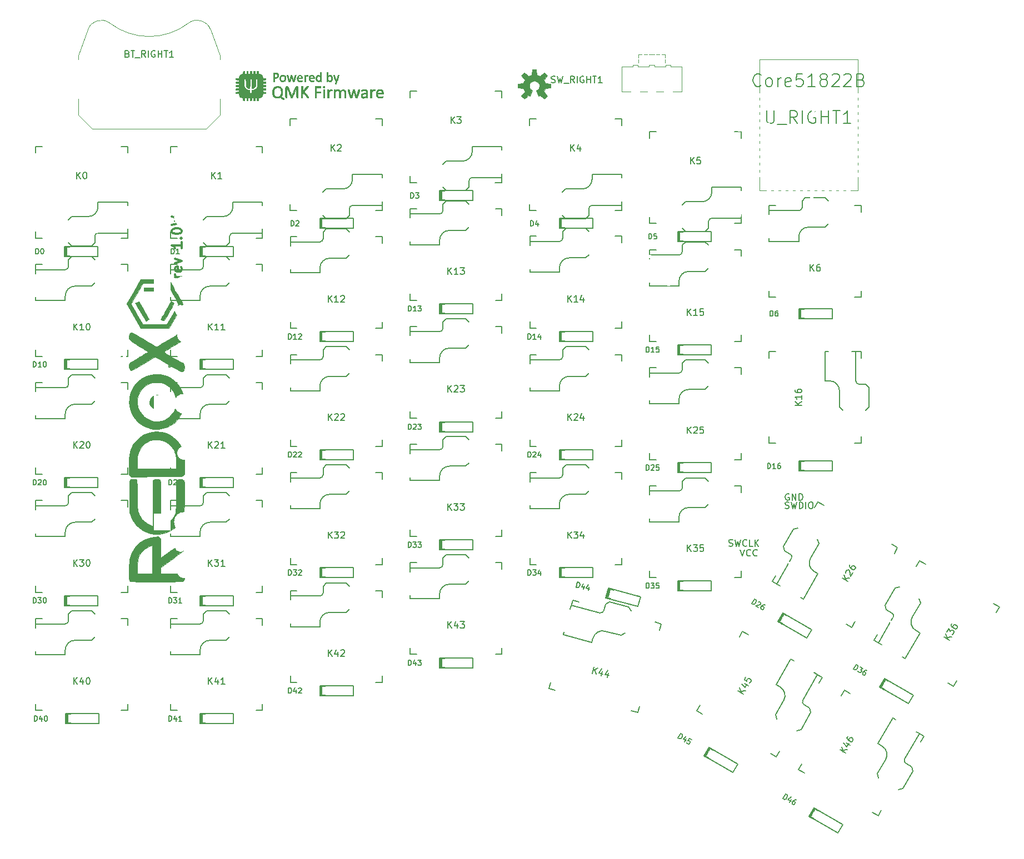
<source format=gto>
G04 #@! TF.GenerationSoftware,KiCad,Pcbnew,7.0.2*
G04 #@! TF.CreationDate,2023-04-27T22:28:51+02:00*
G04 #@! TF.ProjectId,redox_rev1,7265646f-785f-4726-9576-312e6b696361,1.0*
G04 #@! TF.SameCoordinates,Original*
G04 #@! TF.FileFunction,Legend,Top*
G04 #@! TF.FilePolarity,Positive*
%FSLAX46Y46*%
G04 Gerber Fmt 4.6, Leading zero omitted, Abs format (unit mm)*
G04 Created by KiCad (PCBNEW 7.0.2) date 2023-04-27 22:28:51*
%MOMM*%
%LPD*%
G01*
G04 APERTURE LIST*
G04 Aperture macros list*
%AMRotRect*
0 Rectangle, with rotation*
0 The origin of the aperture is its center*
0 $1 length*
0 $2 width*
0 $3 Rotation angle, in degrees counterclockwise*
0 Add horizontal line*
21,1,$1,$2,0,0,$3*%
G04 Aperture macros list end*
%ADD10C,0.200000*%
%ADD11C,0.300000*%
%ADD12C,0.150000*%
%ADD13C,0.152400*%
%ADD14C,0.010000*%
%ADD15C,0.100000*%
%ADD16C,0.120000*%
%ADD17R,1.600000X1.600000*%
%ADD18C,1.600000*%
%ADD19RotRect,1.600000X1.600000X150.000000*%
%ADD20RotRect,1.600000X1.600000X165.000000*%
%ADD21C,4.000000*%
%ADD22R,1.200000X1.200000*%
%ADD23RotRect,1.200000X1.200000X150.000000*%
%ADD24RotRect,1.200000X1.200000X165.000000*%
%ADD25C,1.701800*%
%ADD26C,3.000000*%
%ADD27C,3.429000*%
%ADD28C,2.032000*%
%ADD29R,2.600000X2.600000*%
%ADD30RotRect,2.600000X2.600000X60.000000*%
%ADD31RotRect,2.600000X2.600000X345.000000*%
%ADD32RotRect,2.600000X2.600000X240.000000*%
%ADD33R,1.198880X0.698500*%
%ADD34R,0.698500X1.198880*%
%ADD35R,1.270000X5.080000*%
%ADD36R,3.960000X3.960000*%
%ADD37C,0.900000*%
%ADD38R,1.250000X2.500000*%
%ADD39R,1.700000X1.700000*%
%ADD40O,1.700000X1.700000*%
%ADD41C,0.600000*%
G04 APERTURE END LIST*
D10*
X188310476Y-101965000D02*
X188453333Y-102012619D01*
X188453333Y-102012619D02*
X188691428Y-102012619D01*
X188691428Y-102012619D02*
X188786666Y-101965000D01*
X188786666Y-101965000D02*
X188834285Y-101917380D01*
X188834285Y-101917380D02*
X188881904Y-101822142D01*
X188881904Y-101822142D02*
X188881904Y-101726904D01*
X188881904Y-101726904D02*
X188834285Y-101631666D01*
X188834285Y-101631666D02*
X188786666Y-101584047D01*
X188786666Y-101584047D02*
X188691428Y-101536428D01*
X188691428Y-101536428D02*
X188500952Y-101488809D01*
X188500952Y-101488809D02*
X188405714Y-101441190D01*
X188405714Y-101441190D02*
X188358095Y-101393571D01*
X188358095Y-101393571D02*
X188310476Y-101298333D01*
X188310476Y-101298333D02*
X188310476Y-101203095D01*
X188310476Y-101203095D02*
X188358095Y-101107857D01*
X188358095Y-101107857D02*
X188405714Y-101060238D01*
X188405714Y-101060238D02*
X188500952Y-101012619D01*
X188500952Y-101012619D02*
X188739047Y-101012619D01*
X188739047Y-101012619D02*
X188881904Y-101060238D01*
X189215238Y-101012619D02*
X189453333Y-102012619D01*
X189453333Y-102012619D02*
X189643809Y-101298333D01*
X189643809Y-101298333D02*
X189834285Y-102012619D01*
X189834285Y-102012619D02*
X190072381Y-101012619D01*
X190453333Y-102012619D02*
X190453333Y-101012619D01*
X190453333Y-101012619D02*
X190691428Y-101012619D01*
X190691428Y-101012619D02*
X190834285Y-101060238D01*
X190834285Y-101060238D02*
X190929523Y-101155476D01*
X190929523Y-101155476D02*
X190977142Y-101250714D01*
X190977142Y-101250714D02*
X191024761Y-101441190D01*
X191024761Y-101441190D02*
X191024761Y-101584047D01*
X191024761Y-101584047D02*
X190977142Y-101774523D01*
X190977142Y-101774523D02*
X190929523Y-101869761D01*
X190929523Y-101869761D02*
X190834285Y-101965000D01*
X190834285Y-101965000D02*
X190691428Y-102012619D01*
X190691428Y-102012619D02*
X190453333Y-102012619D01*
X191453333Y-102012619D02*
X191453333Y-101012619D01*
X192119999Y-101012619D02*
X192310475Y-101012619D01*
X192310475Y-101012619D02*
X192405713Y-101060238D01*
X192405713Y-101060238D02*
X192500951Y-101155476D01*
X192500951Y-101155476D02*
X192548570Y-101345952D01*
X192548570Y-101345952D02*
X192548570Y-101679285D01*
X192548570Y-101679285D02*
X192500951Y-101869761D01*
X192500951Y-101869761D02*
X192405713Y-101965000D01*
X192405713Y-101965000D02*
X192310475Y-102012619D01*
X192310475Y-102012619D02*
X192119999Y-102012619D01*
X192119999Y-102012619D02*
X192024761Y-101965000D01*
X192024761Y-101965000D02*
X191929523Y-101869761D01*
X191929523Y-101869761D02*
X191881904Y-101679285D01*
X191881904Y-101679285D02*
X191881904Y-101345952D01*
X191881904Y-101345952D02*
X191929523Y-101155476D01*
X191929523Y-101155476D02*
X192024761Y-101060238D01*
X192024761Y-101060238D02*
X192119999Y-101012619D01*
X179730476Y-107715000D02*
X179873333Y-107762619D01*
X179873333Y-107762619D02*
X180111428Y-107762619D01*
X180111428Y-107762619D02*
X180206666Y-107715000D01*
X180206666Y-107715000D02*
X180254285Y-107667380D01*
X180254285Y-107667380D02*
X180301904Y-107572142D01*
X180301904Y-107572142D02*
X180301904Y-107476904D01*
X180301904Y-107476904D02*
X180254285Y-107381666D01*
X180254285Y-107381666D02*
X180206666Y-107334047D01*
X180206666Y-107334047D02*
X180111428Y-107286428D01*
X180111428Y-107286428D02*
X179920952Y-107238809D01*
X179920952Y-107238809D02*
X179825714Y-107191190D01*
X179825714Y-107191190D02*
X179778095Y-107143571D01*
X179778095Y-107143571D02*
X179730476Y-107048333D01*
X179730476Y-107048333D02*
X179730476Y-106953095D01*
X179730476Y-106953095D02*
X179778095Y-106857857D01*
X179778095Y-106857857D02*
X179825714Y-106810238D01*
X179825714Y-106810238D02*
X179920952Y-106762619D01*
X179920952Y-106762619D02*
X180159047Y-106762619D01*
X180159047Y-106762619D02*
X180301904Y-106810238D01*
X180635238Y-106762619D02*
X180873333Y-107762619D01*
X180873333Y-107762619D02*
X181063809Y-107048333D01*
X181063809Y-107048333D02*
X181254285Y-107762619D01*
X181254285Y-107762619D02*
X181492381Y-106762619D01*
X182444761Y-107667380D02*
X182397142Y-107715000D01*
X182397142Y-107715000D02*
X182254285Y-107762619D01*
X182254285Y-107762619D02*
X182159047Y-107762619D01*
X182159047Y-107762619D02*
X182016190Y-107715000D01*
X182016190Y-107715000D02*
X181920952Y-107619761D01*
X181920952Y-107619761D02*
X181873333Y-107524523D01*
X181873333Y-107524523D02*
X181825714Y-107334047D01*
X181825714Y-107334047D02*
X181825714Y-107191190D01*
X181825714Y-107191190D02*
X181873333Y-107000714D01*
X181873333Y-107000714D02*
X181920952Y-106905476D01*
X181920952Y-106905476D02*
X182016190Y-106810238D01*
X182016190Y-106810238D02*
X182159047Y-106762619D01*
X182159047Y-106762619D02*
X182254285Y-106762619D01*
X182254285Y-106762619D02*
X182397142Y-106810238D01*
X182397142Y-106810238D02*
X182444761Y-106857857D01*
X183349523Y-107762619D02*
X182873333Y-107762619D01*
X182873333Y-107762619D02*
X182873333Y-106762619D01*
X183682857Y-107762619D02*
X183682857Y-106762619D01*
X184254285Y-107762619D02*
X183825714Y-107191190D01*
X184254285Y-106762619D02*
X183682857Y-107334047D01*
X181465238Y-108262619D02*
X181798571Y-109262619D01*
X181798571Y-109262619D02*
X182131904Y-108262619D01*
X183036666Y-109167380D02*
X182989047Y-109215000D01*
X182989047Y-109215000D02*
X182846190Y-109262619D01*
X182846190Y-109262619D02*
X182750952Y-109262619D01*
X182750952Y-109262619D02*
X182608095Y-109215000D01*
X182608095Y-109215000D02*
X182512857Y-109119761D01*
X182512857Y-109119761D02*
X182465238Y-109024523D01*
X182465238Y-109024523D02*
X182417619Y-108834047D01*
X182417619Y-108834047D02*
X182417619Y-108691190D01*
X182417619Y-108691190D02*
X182465238Y-108500714D01*
X182465238Y-108500714D02*
X182512857Y-108405476D01*
X182512857Y-108405476D02*
X182608095Y-108310238D01*
X182608095Y-108310238D02*
X182750952Y-108262619D01*
X182750952Y-108262619D02*
X182846190Y-108262619D01*
X182846190Y-108262619D02*
X182989047Y-108310238D01*
X182989047Y-108310238D02*
X183036666Y-108357857D01*
X184036666Y-109167380D02*
X183989047Y-109215000D01*
X183989047Y-109215000D02*
X183846190Y-109262619D01*
X183846190Y-109262619D02*
X183750952Y-109262619D01*
X183750952Y-109262619D02*
X183608095Y-109215000D01*
X183608095Y-109215000D02*
X183512857Y-109119761D01*
X183512857Y-109119761D02*
X183465238Y-109024523D01*
X183465238Y-109024523D02*
X183417619Y-108834047D01*
X183417619Y-108834047D02*
X183417619Y-108691190D01*
X183417619Y-108691190D02*
X183465238Y-108500714D01*
X183465238Y-108500714D02*
X183512857Y-108405476D01*
X183512857Y-108405476D02*
X183608095Y-108310238D01*
X183608095Y-108310238D02*
X183750952Y-108262619D01*
X183750952Y-108262619D02*
X183846190Y-108262619D01*
X183846190Y-108262619D02*
X183989047Y-108310238D01*
X183989047Y-108310238D02*
X184036666Y-108357857D01*
X188881904Y-99810238D02*
X188786666Y-99762619D01*
X188786666Y-99762619D02*
X188643809Y-99762619D01*
X188643809Y-99762619D02*
X188500952Y-99810238D01*
X188500952Y-99810238D02*
X188405714Y-99905476D01*
X188405714Y-99905476D02*
X188358095Y-100000714D01*
X188358095Y-100000714D02*
X188310476Y-100191190D01*
X188310476Y-100191190D02*
X188310476Y-100334047D01*
X188310476Y-100334047D02*
X188358095Y-100524523D01*
X188358095Y-100524523D02*
X188405714Y-100619761D01*
X188405714Y-100619761D02*
X188500952Y-100715000D01*
X188500952Y-100715000D02*
X188643809Y-100762619D01*
X188643809Y-100762619D02*
X188739047Y-100762619D01*
X188739047Y-100762619D02*
X188881904Y-100715000D01*
X188881904Y-100715000D02*
X188929523Y-100667380D01*
X188929523Y-100667380D02*
X188929523Y-100334047D01*
X188929523Y-100334047D02*
X188739047Y-100334047D01*
X189358095Y-100762619D02*
X189358095Y-99762619D01*
X189358095Y-99762619D02*
X189929523Y-100762619D01*
X189929523Y-100762619D02*
X189929523Y-99762619D01*
X190405714Y-100762619D02*
X190405714Y-99762619D01*
X190405714Y-99762619D02*
X190643809Y-99762619D01*
X190643809Y-99762619D02*
X190786666Y-99810238D01*
X190786666Y-99810238D02*
X190881904Y-99905476D01*
X190881904Y-99905476D02*
X190929523Y-100000714D01*
X190929523Y-100000714D02*
X190977142Y-100191190D01*
X190977142Y-100191190D02*
X190977142Y-100334047D01*
X190977142Y-100334047D02*
X190929523Y-100524523D01*
X190929523Y-100524523D02*
X190881904Y-100619761D01*
X190881904Y-100619761D02*
X190786666Y-100715000D01*
X190786666Y-100715000D02*
X190643809Y-100762619D01*
X190643809Y-100762619D02*
X190405714Y-100762619D01*
D11*
X96353928Y-66715713D02*
X95353928Y-66715713D01*
X95639642Y-66715713D02*
X95496785Y-66644284D01*
X95496785Y-66644284D02*
X95425357Y-66572856D01*
X95425357Y-66572856D02*
X95353928Y-66429998D01*
X95353928Y-66429998D02*
X95353928Y-66287141D01*
X96282500Y-65215713D02*
X96353928Y-65358570D01*
X96353928Y-65358570D02*
X96353928Y-65644285D01*
X96353928Y-65644285D02*
X96282500Y-65787142D01*
X96282500Y-65787142D02*
X96139642Y-65858570D01*
X96139642Y-65858570D02*
X95568214Y-65858570D01*
X95568214Y-65858570D02*
X95425357Y-65787142D01*
X95425357Y-65787142D02*
X95353928Y-65644285D01*
X95353928Y-65644285D02*
X95353928Y-65358570D01*
X95353928Y-65358570D02*
X95425357Y-65215713D01*
X95425357Y-65215713D02*
X95568214Y-65144285D01*
X95568214Y-65144285D02*
X95711071Y-65144285D01*
X95711071Y-65144285D02*
X95853928Y-65858570D01*
X95353928Y-64644285D02*
X96353928Y-64287142D01*
X96353928Y-64287142D02*
X95353928Y-63929999D01*
X96353928Y-61429999D02*
X96353928Y-62287142D01*
X96353928Y-61858571D02*
X94853928Y-61858571D01*
X94853928Y-61858571D02*
X95068214Y-62001428D01*
X95068214Y-62001428D02*
X95211071Y-62144285D01*
X95211071Y-62144285D02*
X95282500Y-62287142D01*
X96211071Y-60787143D02*
X96282500Y-60715714D01*
X96282500Y-60715714D02*
X96353928Y-60787143D01*
X96353928Y-60787143D02*
X96282500Y-60858571D01*
X96282500Y-60858571D02*
X96211071Y-60787143D01*
X96211071Y-60787143D02*
X96353928Y-60787143D01*
X94853928Y-59787142D02*
X94853928Y-59644285D01*
X94853928Y-59644285D02*
X94925357Y-59501428D01*
X94925357Y-59501428D02*
X94996785Y-59430000D01*
X94996785Y-59430000D02*
X95139642Y-59358571D01*
X95139642Y-59358571D02*
X95425357Y-59287142D01*
X95425357Y-59287142D02*
X95782500Y-59287142D01*
X95782500Y-59287142D02*
X96068214Y-59358571D01*
X96068214Y-59358571D02*
X96211071Y-59430000D01*
X96211071Y-59430000D02*
X96282500Y-59501428D01*
X96282500Y-59501428D02*
X96353928Y-59644285D01*
X96353928Y-59644285D02*
X96353928Y-59787142D01*
X96353928Y-59787142D02*
X96282500Y-59930000D01*
X96282500Y-59930000D02*
X96211071Y-60001428D01*
X96211071Y-60001428D02*
X96068214Y-60072857D01*
X96068214Y-60072857D02*
X95782500Y-60144285D01*
X95782500Y-60144285D02*
X95425357Y-60144285D01*
X95425357Y-60144285D02*
X95139642Y-60072857D01*
X95139642Y-60072857D02*
X94996785Y-60001428D01*
X94996785Y-60001428D02*
X94925357Y-59930000D01*
X94925357Y-59930000D02*
X94853928Y-59787142D01*
X94853928Y-58787143D02*
X96353928Y-58430000D01*
X96353928Y-58430000D02*
X95282500Y-58144286D01*
X95282500Y-58144286D02*
X96353928Y-57858571D01*
X96353928Y-57858571D02*
X94853928Y-57501429D01*
D12*
X74104524Y-63170095D02*
X74104524Y-62370095D01*
X74104524Y-62370095D02*
X74295000Y-62370095D01*
X74295000Y-62370095D02*
X74409286Y-62408190D01*
X74409286Y-62408190D02*
X74485476Y-62484380D01*
X74485476Y-62484380D02*
X74523571Y-62560571D01*
X74523571Y-62560571D02*
X74561667Y-62712952D01*
X74561667Y-62712952D02*
X74561667Y-62827238D01*
X74561667Y-62827238D02*
X74523571Y-62979619D01*
X74523571Y-62979619D02*
X74485476Y-63055809D01*
X74485476Y-63055809D02*
X74409286Y-63132000D01*
X74409286Y-63132000D02*
X74295000Y-63170095D01*
X74295000Y-63170095D02*
X74104524Y-63170095D01*
X75056905Y-62370095D02*
X75133095Y-62370095D01*
X75133095Y-62370095D02*
X75209286Y-62408190D01*
X75209286Y-62408190D02*
X75247381Y-62446285D01*
X75247381Y-62446285D02*
X75285476Y-62522476D01*
X75285476Y-62522476D02*
X75323571Y-62674857D01*
X75323571Y-62674857D02*
X75323571Y-62865333D01*
X75323571Y-62865333D02*
X75285476Y-63017714D01*
X75285476Y-63017714D02*
X75247381Y-63093904D01*
X75247381Y-63093904D02*
X75209286Y-63132000D01*
X75209286Y-63132000D02*
X75133095Y-63170095D01*
X75133095Y-63170095D02*
X75056905Y-63170095D01*
X75056905Y-63170095D02*
X74980714Y-63132000D01*
X74980714Y-63132000D02*
X74942619Y-63093904D01*
X74942619Y-63093904D02*
X74904524Y-63017714D01*
X74904524Y-63017714D02*
X74866428Y-62865333D01*
X74866428Y-62865333D02*
X74866428Y-62674857D01*
X74866428Y-62674857D02*
X74904524Y-62522476D01*
X74904524Y-62522476D02*
X74942619Y-62446285D01*
X74942619Y-62446285D02*
X74980714Y-62408190D01*
X74980714Y-62408190D02*
X75056905Y-62370095D01*
X94754524Y-63170095D02*
X94754524Y-62370095D01*
X94754524Y-62370095D02*
X94945000Y-62370095D01*
X94945000Y-62370095D02*
X95059286Y-62408190D01*
X95059286Y-62408190D02*
X95135476Y-62484380D01*
X95135476Y-62484380D02*
X95173571Y-62560571D01*
X95173571Y-62560571D02*
X95211667Y-62712952D01*
X95211667Y-62712952D02*
X95211667Y-62827238D01*
X95211667Y-62827238D02*
X95173571Y-62979619D01*
X95173571Y-62979619D02*
X95135476Y-63055809D01*
X95135476Y-63055809D02*
X95059286Y-63132000D01*
X95059286Y-63132000D02*
X94945000Y-63170095D01*
X94945000Y-63170095D02*
X94754524Y-63170095D01*
X95973571Y-63170095D02*
X95516428Y-63170095D01*
X95745000Y-63170095D02*
X95745000Y-62370095D01*
X95745000Y-62370095D02*
X95668809Y-62484380D01*
X95668809Y-62484380D02*
X95592619Y-62560571D01*
X95592619Y-62560571D02*
X95516428Y-62598666D01*
X113004524Y-58920095D02*
X113004524Y-58120095D01*
X113004524Y-58120095D02*
X113195000Y-58120095D01*
X113195000Y-58120095D02*
X113309286Y-58158190D01*
X113309286Y-58158190D02*
X113385476Y-58234380D01*
X113385476Y-58234380D02*
X113423571Y-58310571D01*
X113423571Y-58310571D02*
X113461667Y-58462952D01*
X113461667Y-58462952D02*
X113461667Y-58577238D01*
X113461667Y-58577238D02*
X113423571Y-58729619D01*
X113423571Y-58729619D02*
X113385476Y-58805809D01*
X113385476Y-58805809D02*
X113309286Y-58882000D01*
X113309286Y-58882000D02*
X113195000Y-58920095D01*
X113195000Y-58920095D02*
X113004524Y-58920095D01*
X113766428Y-58196285D02*
X113804524Y-58158190D01*
X113804524Y-58158190D02*
X113880714Y-58120095D01*
X113880714Y-58120095D02*
X114071190Y-58120095D01*
X114071190Y-58120095D02*
X114147381Y-58158190D01*
X114147381Y-58158190D02*
X114185476Y-58196285D01*
X114185476Y-58196285D02*
X114223571Y-58272476D01*
X114223571Y-58272476D02*
X114223571Y-58348666D01*
X114223571Y-58348666D02*
X114185476Y-58462952D01*
X114185476Y-58462952D02*
X113728333Y-58920095D01*
X113728333Y-58920095D02*
X114223571Y-58920095D01*
X131254524Y-54670095D02*
X131254524Y-53870095D01*
X131254524Y-53870095D02*
X131445000Y-53870095D01*
X131445000Y-53870095D02*
X131559286Y-53908190D01*
X131559286Y-53908190D02*
X131635476Y-53984380D01*
X131635476Y-53984380D02*
X131673571Y-54060571D01*
X131673571Y-54060571D02*
X131711667Y-54212952D01*
X131711667Y-54212952D02*
X131711667Y-54327238D01*
X131711667Y-54327238D02*
X131673571Y-54479619D01*
X131673571Y-54479619D02*
X131635476Y-54555809D01*
X131635476Y-54555809D02*
X131559286Y-54632000D01*
X131559286Y-54632000D02*
X131445000Y-54670095D01*
X131445000Y-54670095D02*
X131254524Y-54670095D01*
X131978333Y-53870095D02*
X132473571Y-53870095D01*
X132473571Y-53870095D02*
X132206905Y-54174857D01*
X132206905Y-54174857D02*
X132321190Y-54174857D01*
X132321190Y-54174857D02*
X132397381Y-54212952D01*
X132397381Y-54212952D02*
X132435476Y-54251047D01*
X132435476Y-54251047D02*
X132473571Y-54327238D01*
X132473571Y-54327238D02*
X132473571Y-54517714D01*
X132473571Y-54517714D02*
X132435476Y-54593904D01*
X132435476Y-54593904D02*
X132397381Y-54632000D01*
X132397381Y-54632000D02*
X132321190Y-54670095D01*
X132321190Y-54670095D02*
X132092619Y-54670095D01*
X132092619Y-54670095D02*
X132016428Y-54632000D01*
X132016428Y-54632000D02*
X131978333Y-54593904D01*
X149504524Y-58920095D02*
X149504524Y-58120095D01*
X149504524Y-58120095D02*
X149695000Y-58120095D01*
X149695000Y-58120095D02*
X149809286Y-58158190D01*
X149809286Y-58158190D02*
X149885476Y-58234380D01*
X149885476Y-58234380D02*
X149923571Y-58310571D01*
X149923571Y-58310571D02*
X149961667Y-58462952D01*
X149961667Y-58462952D02*
X149961667Y-58577238D01*
X149961667Y-58577238D02*
X149923571Y-58729619D01*
X149923571Y-58729619D02*
X149885476Y-58805809D01*
X149885476Y-58805809D02*
X149809286Y-58882000D01*
X149809286Y-58882000D02*
X149695000Y-58920095D01*
X149695000Y-58920095D02*
X149504524Y-58920095D01*
X150647381Y-58386761D02*
X150647381Y-58920095D01*
X150456905Y-58082000D02*
X150266428Y-58653428D01*
X150266428Y-58653428D02*
X150761667Y-58653428D01*
X167504524Y-60920095D02*
X167504524Y-60120095D01*
X167504524Y-60120095D02*
X167695000Y-60120095D01*
X167695000Y-60120095D02*
X167809286Y-60158190D01*
X167809286Y-60158190D02*
X167885476Y-60234380D01*
X167885476Y-60234380D02*
X167923571Y-60310571D01*
X167923571Y-60310571D02*
X167961667Y-60462952D01*
X167961667Y-60462952D02*
X167961667Y-60577238D01*
X167961667Y-60577238D02*
X167923571Y-60729619D01*
X167923571Y-60729619D02*
X167885476Y-60805809D01*
X167885476Y-60805809D02*
X167809286Y-60882000D01*
X167809286Y-60882000D02*
X167695000Y-60920095D01*
X167695000Y-60920095D02*
X167504524Y-60920095D01*
X168685476Y-60120095D02*
X168304524Y-60120095D01*
X168304524Y-60120095D02*
X168266428Y-60501047D01*
X168266428Y-60501047D02*
X168304524Y-60462952D01*
X168304524Y-60462952D02*
X168380714Y-60424857D01*
X168380714Y-60424857D02*
X168571190Y-60424857D01*
X168571190Y-60424857D02*
X168647381Y-60462952D01*
X168647381Y-60462952D02*
X168685476Y-60501047D01*
X168685476Y-60501047D02*
X168723571Y-60577238D01*
X168723571Y-60577238D02*
X168723571Y-60767714D01*
X168723571Y-60767714D02*
X168685476Y-60843904D01*
X168685476Y-60843904D02*
X168647381Y-60882000D01*
X168647381Y-60882000D02*
X168571190Y-60920095D01*
X168571190Y-60920095D02*
X168380714Y-60920095D01*
X168380714Y-60920095D02*
X168304524Y-60882000D01*
X168304524Y-60882000D02*
X168266428Y-60843904D01*
X186004524Y-72670095D02*
X186004524Y-71870095D01*
X186004524Y-71870095D02*
X186195000Y-71870095D01*
X186195000Y-71870095D02*
X186309286Y-71908190D01*
X186309286Y-71908190D02*
X186385476Y-71984380D01*
X186385476Y-71984380D02*
X186423571Y-72060571D01*
X186423571Y-72060571D02*
X186461667Y-72212952D01*
X186461667Y-72212952D02*
X186461667Y-72327238D01*
X186461667Y-72327238D02*
X186423571Y-72479619D01*
X186423571Y-72479619D02*
X186385476Y-72555809D01*
X186385476Y-72555809D02*
X186309286Y-72632000D01*
X186309286Y-72632000D02*
X186195000Y-72670095D01*
X186195000Y-72670095D02*
X186004524Y-72670095D01*
X187147381Y-71870095D02*
X186995000Y-71870095D01*
X186995000Y-71870095D02*
X186918809Y-71908190D01*
X186918809Y-71908190D02*
X186880714Y-71946285D01*
X186880714Y-71946285D02*
X186804524Y-72060571D01*
X186804524Y-72060571D02*
X186766428Y-72212952D01*
X186766428Y-72212952D02*
X186766428Y-72517714D01*
X186766428Y-72517714D02*
X186804524Y-72593904D01*
X186804524Y-72593904D02*
X186842619Y-72632000D01*
X186842619Y-72632000D02*
X186918809Y-72670095D01*
X186918809Y-72670095D02*
X187071190Y-72670095D01*
X187071190Y-72670095D02*
X187147381Y-72632000D01*
X187147381Y-72632000D02*
X187185476Y-72593904D01*
X187185476Y-72593904D02*
X187223571Y-72517714D01*
X187223571Y-72517714D02*
X187223571Y-72327238D01*
X187223571Y-72327238D02*
X187185476Y-72251047D01*
X187185476Y-72251047D02*
X187147381Y-72212952D01*
X187147381Y-72212952D02*
X187071190Y-72174857D01*
X187071190Y-72174857D02*
X186918809Y-72174857D01*
X186918809Y-72174857D02*
X186842619Y-72212952D01*
X186842619Y-72212952D02*
X186804524Y-72251047D01*
X186804524Y-72251047D02*
X186766428Y-72327238D01*
X73723571Y-80420095D02*
X73723571Y-79620095D01*
X73723571Y-79620095D02*
X73914047Y-79620095D01*
X73914047Y-79620095D02*
X74028333Y-79658190D01*
X74028333Y-79658190D02*
X74104523Y-79734380D01*
X74104523Y-79734380D02*
X74142618Y-79810571D01*
X74142618Y-79810571D02*
X74180714Y-79962952D01*
X74180714Y-79962952D02*
X74180714Y-80077238D01*
X74180714Y-80077238D02*
X74142618Y-80229619D01*
X74142618Y-80229619D02*
X74104523Y-80305809D01*
X74104523Y-80305809D02*
X74028333Y-80382000D01*
X74028333Y-80382000D02*
X73914047Y-80420095D01*
X73914047Y-80420095D02*
X73723571Y-80420095D01*
X74942618Y-80420095D02*
X74485475Y-80420095D01*
X74714047Y-80420095D02*
X74714047Y-79620095D01*
X74714047Y-79620095D02*
X74637856Y-79734380D01*
X74637856Y-79734380D02*
X74561666Y-79810571D01*
X74561666Y-79810571D02*
X74485475Y-79848666D01*
X75437857Y-79620095D02*
X75514047Y-79620095D01*
X75514047Y-79620095D02*
X75590238Y-79658190D01*
X75590238Y-79658190D02*
X75628333Y-79696285D01*
X75628333Y-79696285D02*
X75666428Y-79772476D01*
X75666428Y-79772476D02*
X75704523Y-79924857D01*
X75704523Y-79924857D02*
X75704523Y-80115333D01*
X75704523Y-80115333D02*
X75666428Y-80267714D01*
X75666428Y-80267714D02*
X75628333Y-80343904D01*
X75628333Y-80343904D02*
X75590238Y-80382000D01*
X75590238Y-80382000D02*
X75514047Y-80420095D01*
X75514047Y-80420095D02*
X75437857Y-80420095D01*
X75437857Y-80420095D02*
X75361666Y-80382000D01*
X75361666Y-80382000D02*
X75323571Y-80343904D01*
X75323571Y-80343904D02*
X75285476Y-80267714D01*
X75285476Y-80267714D02*
X75247380Y-80115333D01*
X75247380Y-80115333D02*
X75247380Y-79924857D01*
X75247380Y-79924857D02*
X75285476Y-79772476D01*
X75285476Y-79772476D02*
X75323571Y-79696285D01*
X75323571Y-79696285D02*
X75361666Y-79658190D01*
X75361666Y-79658190D02*
X75437857Y-79620095D01*
X94373571Y-80420095D02*
X94373571Y-79620095D01*
X94373571Y-79620095D02*
X94564047Y-79620095D01*
X94564047Y-79620095D02*
X94678333Y-79658190D01*
X94678333Y-79658190D02*
X94754523Y-79734380D01*
X94754523Y-79734380D02*
X94792618Y-79810571D01*
X94792618Y-79810571D02*
X94830714Y-79962952D01*
X94830714Y-79962952D02*
X94830714Y-80077238D01*
X94830714Y-80077238D02*
X94792618Y-80229619D01*
X94792618Y-80229619D02*
X94754523Y-80305809D01*
X94754523Y-80305809D02*
X94678333Y-80382000D01*
X94678333Y-80382000D02*
X94564047Y-80420095D01*
X94564047Y-80420095D02*
X94373571Y-80420095D01*
X95592618Y-80420095D02*
X95135475Y-80420095D01*
X95364047Y-80420095D02*
X95364047Y-79620095D01*
X95364047Y-79620095D02*
X95287856Y-79734380D01*
X95287856Y-79734380D02*
X95211666Y-79810571D01*
X95211666Y-79810571D02*
X95135475Y-79848666D01*
X96354523Y-80420095D02*
X95897380Y-80420095D01*
X96125952Y-80420095D02*
X96125952Y-79620095D01*
X96125952Y-79620095D02*
X96049761Y-79734380D01*
X96049761Y-79734380D02*
X95973571Y-79810571D01*
X95973571Y-79810571D02*
X95897380Y-79848666D01*
X112623571Y-76170095D02*
X112623571Y-75370095D01*
X112623571Y-75370095D02*
X112814047Y-75370095D01*
X112814047Y-75370095D02*
X112928333Y-75408190D01*
X112928333Y-75408190D02*
X113004523Y-75484380D01*
X113004523Y-75484380D02*
X113042618Y-75560571D01*
X113042618Y-75560571D02*
X113080714Y-75712952D01*
X113080714Y-75712952D02*
X113080714Y-75827238D01*
X113080714Y-75827238D02*
X113042618Y-75979619D01*
X113042618Y-75979619D02*
X113004523Y-76055809D01*
X113004523Y-76055809D02*
X112928333Y-76132000D01*
X112928333Y-76132000D02*
X112814047Y-76170095D01*
X112814047Y-76170095D02*
X112623571Y-76170095D01*
X113842618Y-76170095D02*
X113385475Y-76170095D01*
X113614047Y-76170095D02*
X113614047Y-75370095D01*
X113614047Y-75370095D02*
X113537856Y-75484380D01*
X113537856Y-75484380D02*
X113461666Y-75560571D01*
X113461666Y-75560571D02*
X113385475Y-75598666D01*
X114147380Y-75446285D02*
X114185476Y-75408190D01*
X114185476Y-75408190D02*
X114261666Y-75370095D01*
X114261666Y-75370095D02*
X114452142Y-75370095D01*
X114452142Y-75370095D02*
X114528333Y-75408190D01*
X114528333Y-75408190D02*
X114566428Y-75446285D01*
X114566428Y-75446285D02*
X114604523Y-75522476D01*
X114604523Y-75522476D02*
X114604523Y-75598666D01*
X114604523Y-75598666D02*
X114566428Y-75712952D01*
X114566428Y-75712952D02*
X114109285Y-76170095D01*
X114109285Y-76170095D02*
X114604523Y-76170095D01*
X130873571Y-71920095D02*
X130873571Y-71120095D01*
X130873571Y-71120095D02*
X131064047Y-71120095D01*
X131064047Y-71120095D02*
X131178333Y-71158190D01*
X131178333Y-71158190D02*
X131254523Y-71234380D01*
X131254523Y-71234380D02*
X131292618Y-71310571D01*
X131292618Y-71310571D02*
X131330714Y-71462952D01*
X131330714Y-71462952D02*
X131330714Y-71577238D01*
X131330714Y-71577238D02*
X131292618Y-71729619D01*
X131292618Y-71729619D02*
X131254523Y-71805809D01*
X131254523Y-71805809D02*
X131178333Y-71882000D01*
X131178333Y-71882000D02*
X131064047Y-71920095D01*
X131064047Y-71920095D02*
X130873571Y-71920095D01*
X132092618Y-71920095D02*
X131635475Y-71920095D01*
X131864047Y-71920095D02*
X131864047Y-71120095D01*
X131864047Y-71120095D02*
X131787856Y-71234380D01*
X131787856Y-71234380D02*
X131711666Y-71310571D01*
X131711666Y-71310571D02*
X131635475Y-71348666D01*
X132359285Y-71120095D02*
X132854523Y-71120095D01*
X132854523Y-71120095D02*
X132587857Y-71424857D01*
X132587857Y-71424857D02*
X132702142Y-71424857D01*
X132702142Y-71424857D02*
X132778333Y-71462952D01*
X132778333Y-71462952D02*
X132816428Y-71501047D01*
X132816428Y-71501047D02*
X132854523Y-71577238D01*
X132854523Y-71577238D02*
X132854523Y-71767714D01*
X132854523Y-71767714D02*
X132816428Y-71843904D01*
X132816428Y-71843904D02*
X132778333Y-71882000D01*
X132778333Y-71882000D02*
X132702142Y-71920095D01*
X132702142Y-71920095D02*
X132473571Y-71920095D01*
X132473571Y-71920095D02*
X132397380Y-71882000D01*
X132397380Y-71882000D02*
X132359285Y-71843904D01*
X149123571Y-76170095D02*
X149123571Y-75370095D01*
X149123571Y-75370095D02*
X149314047Y-75370095D01*
X149314047Y-75370095D02*
X149428333Y-75408190D01*
X149428333Y-75408190D02*
X149504523Y-75484380D01*
X149504523Y-75484380D02*
X149542618Y-75560571D01*
X149542618Y-75560571D02*
X149580714Y-75712952D01*
X149580714Y-75712952D02*
X149580714Y-75827238D01*
X149580714Y-75827238D02*
X149542618Y-75979619D01*
X149542618Y-75979619D02*
X149504523Y-76055809D01*
X149504523Y-76055809D02*
X149428333Y-76132000D01*
X149428333Y-76132000D02*
X149314047Y-76170095D01*
X149314047Y-76170095D02*
X149123571Y-76170095D01*
X150342618Y-76170095D02*
X149885475Y-76170095D01*
X150114047Y-76170095D02*
X150114047Y-75370095D01*
X150114047Y-75370095D02*
X150037856Y-75484380D01*
X150037856Y-75484380D02*
X149961666Y-75560571D01*
X149961666Y-75560571D02*
X149885475Y-75598666D01*
X151028333Y-75636761D02*
X151028333Y-76170095D01*
X150837857Y-75332000D02*
X150647380Y-75903428D01*
X150647380Y-75903428D02*
X151142619Y-75903428D01*
X167123571Y-78170095D02*
X167123571Y-77370095D01*
X167123571Y-77370095D02*
X167314047Y-77370095D01*
X167314047Y-77370095D02*
X167428333Y-77408190D01*
X167428333Y-77408190D02*
X167504523Y-77484380D01*
X167504523Y-77484380D02*
X167542618Y-77560571D01*
X167542618Y-77560571D02*
X167580714Y-77712952D01*
X167580714Y-77712952D02*
X167580714Y-77827238D01*
X167580714Y-77827238D02*
X167542618Y-77979619D01*
X167542618Y-77979619D02*
X167504523Y-78055809D01*
X167504523Y-78055809D02*
X167428333Y-78132000D01*
X167428333Y-78132000D02*
X167314047Y-78170095D01*
X167314047Y-78170095D02*
X167123571Y-78170095D01*
X168342618Y-78170095D02*
X167885475Y-78170095D01*
X168114047Y-78170095D02*
X168114047Y-77370095D01*
X168114047Y-77370095D02*
X168037856Y-77484380D01*
X168037856Y-77484380D02*
X167961666Y-77560571D01*
X167961666Y-77560571D02*
X167885475Y-77598666D01*
X169066428Y-77370095D02*
X168685476Y-77370095D01*
X168685476Y-77370095D02*
X168647380Y-77751047D01*
X168647380Y-77751047D02*
X168685476Y-77712952D01*
X168685476Y-77712952D02*
X168761666Y-77674857D01*
X168761666Y-77674857D02*
X168952142Y-77674857D01*
X168952142Y-77674857D02*
X169028333Y-77712952D01*
X169028333Y-77712952D02*
X169066428Y-77751047D01*
X169066428Y-77751047D02*
X169104523Y-77827238D01*
X169104523Y-77827238D02*
X169104523Y-78017714D01*
X169104523Y-78017714D02*
X169066428Y-78093904D01*
X169066428Y-78093904D02*
X169028333Y-78132000D01*
X169028333Y-78132000D02*
X168952142Y-78170095D01*
X168952142Y-78170095D02*
X168761666Y-78170095D01*
X168761666Y-78170095D02*
X168685476Y-78132000D01*
X168685476Y-78132000D02*
X168647380Y-78093904D01*
X185623571Y-95920095D02*
X185623571Y-95120095D01*
X185623571Y-95120095D02*
X185814047Y-95120095D01*
X185814047Y-95120095D02*
X185928333Y-95158190D01*
X185928333Y-95158190D02*
X186004523Y-95234380D01*
X186004523Y-95234380D02*
X186042618Y-95310571D01*
X186042618Y-95310571D02*
X186080714Y-95462952D01*
X186080714Y-95462952D02*
X186080714Y-95577238D01*
X186080714Y-95577238D02*
X186042618Y-95729619D01*
X186042618Y-95729619D02*
X186004523Y-95805809D01*
X186004523Y-95805809D02*
X185928333Y-95882000D01*
X185928333Y-95882000D02*
X185814047Y-95920095D01*
X185814047Y-95920095D02*
X185623571Y-95920095D01*
X186842618Y-95920095D02*
X186385475Y-95920095D01*
X186614047Y-95920095D02*
X186614047Y-95120095D01*
X186614047Y-95120095D02*
X186537856Y-95234380D01*
X186537856Y-95234380D02*
X186461666Y-95310571D01*
X186461666Y-95310571D02*
X186385475Y-95348666D01*
X187528333Y-95120095D02*
X187375952Y-95120095D01*
X187375952Y-95120095D02*
X187299761Y-95158190D01*
X187299761Y-95158190D02*
X187261666Y-95196285D01*
X187261666Y-95196285D02*
X187185476Y-95310571D01*
X187185476Y-95310571D02*
X187147380Y-95462952D01*
X187147380Y-95462952D02*
X187147380Y-95767714D01*
X187147380Y-95767714D02*
X187185476Y-95843904D01*
X187185476Y-95843904D02*
X187223571Y-95882000D01*
X187223571Y-95882000D02*
X187299761Y-95920095D01*
X187299761Y-95920095D02*
X187452142Y-95920095D01*
X187452142Y-95920095D02*
X187528333Y-95882000D01*
X187528333Y-95882000D02*
X187566428Y-95843904D01*
X187566428Y-95843904D02*
X187604523Y-95767714D01*
X187604523Y-95767714D02*
X187604523Y-95577238D01*
X187604523Y-95577238D02*
X187566428Y-95501047D01*
X187566428Y-95501047D02*
X187528333Y-95462952D01*
X187528333Y-95462952D02*
X187452142Y-95424857D01*
X187452142Y-95424857D02*
X187299761Y-95424857D01*
X187299761Y-95424857D02*
X187223571Y-95462952D01*
X187223571Y-95462952D02*
X187185476Y-95501047D01*
X187185476Y-95501047D02*
X187147380Y-95577238D01*
X73723571Y-98420095D02*
X73723571Y-97620095D01*
X73723571Y-97620095D02*
X73914047Y-97620095D01*
X73914047Y-97620095D02*
X74028333Y-97658190D01*
X74028333Y-97658190D02*
X74104523Y-97734380D01*
X74104523Y-97734380D02*
X74142618Y-97810571D01*
X74142618Y-97810571D02*
X74180714Y-97962952D01*
X74180714Y-97962952D02*
X74180714Y-98077238D01*
X74180714Y-98077238D02*
X74142618Y-98229619D01*
X74142618Y-98229619D02*
X74104523Y-98305809D01*
X74104523Y-98305809D02*
X74028333Y-98382000D01*
X74028333Y-98382000D02*
X73914047Y-98420095D01*
X73914047Y-98420095D02*
X73723571Y-98420095D01*
X74485475Y-97696285D02*
X74523571Y-97658190D01*
X74523571Y-97658190D02*
X74599761Y-97620095D01*
X74599761Y-97620095D02*
X74790237Y-97620095D01*
X74790237Y-97620095D02*
X74866428Y-97658190D01*
X74866428Y-97658190D02*
X74904523Y-97696285D01*
X74904523Y-97696285D02*
X74942618Y-97772476D01*
X74942618Y-97772476D02*
X74942618Y-97848666D01*
X74942618Y-97848666D02*
X74904523Y-97962952D01*
X74904523Y-97962952D02*
X74447380Y-98420095D01*
X74447380Y-98420095D02*
X74942618Y-98420095D01*
X75437857Y-97620095D02*
X75514047Y-97620095D01*
X75514047Y-97620095D02*
X75590238Y-97658190D01*
X75590238Y-97658190D02*
X75628333Y-97696285D01*
X75628333Y-97696285D02*
X75666428Y-97772476D01*
X75666428Y-97772476D02*
X75704523Y-97924857D01*
X75704523Y-97924857D02*
X75704523Y-98115333D01*
X75704523Y-98115333D02*
X75666428Y-98267714D01*
X75666428Y-98267714D02*
X75628333Y-98343904D01*
X75628333Y-98343904D02*
X75590238Y-98382000D01*
X75590238Y-98382000D02*
X75514047Y-98420095D01*
X75514047Y-98420095D02*
X75437857Y-98420095D01*
X75437857Y-98420095D02*
X75361666Y-98382000D01*
X75361666Y-98382000D02*
X75323571Y-98343904D01*
X75323571Y-98343904D02*
X75285476Y-98267714D01*
X75285476Y-98267714D02*
X75247380Y-98115333D01*
X75247380Y-98115333D02*
X75247380Y-97924857D01*
X75247380Y-97924857D02*
X75285476Y-97772476D01*
X75285476Y-97772476D02*
X75323571Y-97696285D01*
X75323571Y-97696285D02*
X75361666Y-97658190D01*
X75361666Y-97658190D02*
X75437857Y-97620095D01*
X94373571Y-98420095D02*
X94373571Y-97620095D01*
X94373571Y-97620095D02*
X94564047Y-97620095D01*
X94564047Y-97620095D02*
X94678333Y-97658190D01*
X94678333Y-97658190D02*
X94754523Y-97734380D01*
X94754523Y-97734380D02*
X94792618Y-97810571D01*
X94792618Y-97810571D02*
X94830714Y-97962952D01*
X94830714Y-97962952D02*
X94830714Y-98077238D01*
X94830714Y-98077238D02*
X94792618Y-98229619D01*
X94792618Y-98229619D02*
X94754523Y-98305809D01*
X94754523Y-98305809D02*
X94678333Y-98382000D01*
X94678333Y-98382000D02*
X94564047Y-98420095D01*
X94564047Y-98420095D02*
X94373571Y-98420095D01*
X95135475Y-97696285D02*
X95173571Y-97658190D01*
X95173571Y-97658190D02*
X95249761Y-97620095D01*
X95249761Y-97620095D02*
X95440237Y-97620095D01*
X95440237Y-97620095D02*
X95516428Y-97658190D01*
X95516428Y-97658190D02*
X95554523Y-97696285D01*
X95554523Y-97696285D02*
X95592618Y-97772476D01*
X95592618Y-97772476D02*
X95592618Y-97848666D01*
X95592618Y-97848666D02*
X95554523Y-97962952D01*
X95554523Y-97962952D02*
X95097380Y-98420095D01*
X95097380Y-98420095D02*
X95592618Y-98420095D01*
X96354523Y-98420095D02*
X95897380Y-98420095D01*
X96125952Y-98420095D02*
X96125952Y-97620095D01*
X96125952Y-97620095D02*
X96049761Y-97734380D01*
X96049761Y-97734380D02*
X95973571Y-97810571D01*
X95973571Y-97810571D02*
X95897380Y-97848666D01*
X112623571Y-94170095D02*
X112623571Y-93370095D01*
X112623571Y-93370095D02*
X112814047Y-93370095D01*
X112814047Y-93370095D02*
X112928333Y-93408190D01*
X112928333Y-93408190D02*
X113004523Y-93484380D01*
X113004523Y-93484380D02*
X113042618Y-93560571D01*
X113042618Y-93560571D02*
X113080714Y-93712952D01*
X113080714Y-93712952D02*
X113080714Y-93827238D01*
X113080714Y-93827238D02*
X113042618Y-93979619D01*
X113042618Y-93979619D02*
X113004523Y-94055809D01*
X113004523Y-94055809D02*
X112928333Y-94132000D01*
X112928333Y-94132000D02*
X112814047Y-94170095D01*
X112814047Y-94170095D02*
X112623571Y-94170095D01*
X113385475Y-93446285D02*
X113423571Y-93408190D01*
X113423571Y-93408190D02*
X113499761Y-93370095D01*
X113499761Y-93370095D02*
X113690237Y-93370095D01*
X113690237Y-93370095D02*
X113766428Y-93408190D01*
X113766428Y-93408190D02*
X113804523Y-93446285D01*
X113804523Y-93446285D02*
X113842618Y-93522476D01*
X113842618Y-93522476D02*
X113842618Y-93598666D01*
X113842618Y-93598666D02*
X113804523Y-93712952D01*
X113804523Y-93712952D02*
X113347380Y-94170095D01*
X113347380Y-94170095D02*
X113842618Y-94170095D01*
X114147380Y-93446285D02*
X114185476Y-93408190D01*
X114185476Y-93408190D02*
X114261666Y-93370095D01*
X114261666Y-93370095D02*
X114452142Y-93370095D01*
X114452142Y-93370095D02*
X114528333Y-93408190D01*
X114528333Y-93408190D02*
X114566428Y-93446285D01*
X114566428Y-93446285D02*
X114604523Y-93522476D01*
X114604523Y-93522476D02*
X114604523Y-93598666D01*
X114604523Y-93598666D02*
X114566428Y-93712952D01*
X114566428Y-93712952D02*
X114109285Y-94170095D01*
X114109285Y-94170095D02*
X114604523Y-94170095D01*
X130873571Y-89920095D02*
X130873571Y-89120095D01*
X130873571Y-89120095D02*
X131064047Y-89120095D01*
X131064047Y-89120095D02*
X131178333Y-89158190D01*
X131178333Y-89158190D02*
X131254523Y-89234380D01*
X131254523Y-89234380D02*
X131292618Y-89310571D01*
X131292618Y-89310571D02*
X131330714Y-89462952D01*
X131330714Y-89462952D02*
X131330714Y-89577238D01*
X131330714Y-89577238D02*
X131292618Y-89729619D01*
X131292618Y-89729619D02*
X131254523Y-89805809D01*
X131254523Y-89805809D02*
X131178333Y-89882000D01*
X131178333Y-89882000D02*
X131064047Y-89920095D01*
X131064047Y-89920095D02*
X130873571Y-89920095D01*
X131635475Y-89196285D02*
X131673571Y-89158190D01*
X131673571Y-89158190D02*
X131749761Y-89120095D01*
X131749761Y-89120095D02*
X131940237Y-89120095D01*
X131940237Y-89120095D02*
X132016428Y-89158190D01*
X132016428Y-89158190D02*
X132054523Y-89196285D01*
X132054523Y-89196285D02*
X132092618Y-89272476D01*
X132092618Y-89272476D02*
X132092618Y-89348666D01*
X132092618Y-89348666D02*
X132054523Y-89462952D01*
X132054523Y-89462952D02*
X131597380Y-89920095D01*
X131597380Y-89920095D02*
X132092618Y-89920095D01*
X132359285Y-89120095D02*
X132854523Y-89120095D01*
X132854523Y-89120095D02*
X132587857Y-89424857D01*
X132587857Y-89424857D02*
X132702142Y-89424857D01*
X132702142Y-89424857D02*
X132778333Y-89462952D01*
X132778333Y-89462952D02*
X132816428Y-89501047D01*
X132816428Y-89501047D02*
X132854523Y-89577238D01*
X132854523Y-89577238D02*
X132854523Y-89767714D01*
X132854523Y-89767714D02*
X132816428Y-89843904D01*
X132816428Y-89843904D02*
X132778333Y-89882000D01*
X132778333Y-89882000D02*
X132702142Y-89920095D01*
X132702142Y-89920095D02*
X132473571Y-89920095D01*
X132473571Y-89920095D02*
X132397380Y-89882000D01*
X132397380Y-89882000D02*
X132359285Y-89843904D01*
X149123571Y-94170095D02*
X149123571Y-93370095D01*
X149123571Y-93370095D02*
X149314047Y-93370095D01*
X149314047Y-93370095D02*
X149428333Y-93408190D01*
X149428333Y-93408190D02*
X149504523Y-93484380D01*
X149504523Y-93484380D02*
X149542618Y-93560571D01*
X149542618Y-93560571D02*
X149580714Y-93712952D01*
X149580714Y-93712952D02*
X149580714Y-93827238D01*
X149580714Y-93827238D02*
X149542618Y-93979619D01*
X149542618Y-93979619D02*
X149504523Y-94055809D01*
X149504523Y-94055809D02*
X149428333Y-94132000D01*
X149428333Y-94132000D02*
X149314047Y-94170095D01*
X149314047Y-94170095D02*
X149123571Y-94170095D01*
X149885475Y-93446285D02*
X149923571Y-93408190D01*
X149923571Y-93408190D02*
X149999761Y-93370095D01*
X149999761Y-93370095D02*
X150190237Y-93370095D01*
X150190237Y-93370095D02*
X150266428Y-93408190D01*
X150266428Y-93408190D02*
X150304523Y-93446285D01*
X150304523Y-93446285D02*
X150342618Y-93522476D01*
X150342618Y-93522476D02*
X150342618Y-93598666D01*
X150342618Y-93598666D02*
X150304523Y-93712952D01*
X150304523Y-93712952D02*
X149847380Y-94170095D01*
X149847380Y-94170095D02*
X150342618Y-94170095D01*
X151028333Y-93636761D02*
X151028333Y-94170095D01*
X150837857Y-93332000D02*
X150647380Y-93903428D01*
X150647380Y-93903428D02*
X151142619Y-93903428D01*
X167123571Y-96170095D02*
X167123571Y-95370095D01*
X167123571Y-95370095D02*
X167314047Y-95370095D01*
X167314047Y-95370095D02*
X167428333Y-95408190D01*
X167428333Y-95408190D02*
X167504523Y-95484380D01*
X167504523Y-95484380D02*
X167542618Y-95560571D01*
X167542618Y-95560571D02*
X167580714Y-95712952D01*
X167580714Y-95712952D02*
X167580714Y-95827238D01*
X167580714Y-95827238D02*
X167542618Y-95979619D01*
X167542618Y-95979619D02*
X167504523Y-96055809D01*
X167504523Y-96055809D02*
X167428333Y-96132000D01*
X167428333Y-96132000D02*
X167314047Y-96170095D01*
X167314047Y-96170095D02*
X167123571Y-96170095D01*
X167885475Y-95446285D02*
X167923571Y-95408190D01*
X167923571Y-95408190D02*
X167999761Y-95370095D01*
X167999761Y-95370095D02*
X168190237Y-95370095D01*
X168190237Y-95370095D02*
X168266428Y-95408190D01*
X168266428Y-95408190D02*
X168304523Y-95446285D01*
X168304523Y-95446285D02*
X168342618Y-95522476D01*
X168342618Y-95522476D02*
X168342618Y-95598666D01*
X168342618Y-95598666D02*
X168304523Y-95712952D01*
X168304523Y-95712952D02*
X167847380Y-96170095D01*
X167847380Y-96170095D02*
X168342618Y-96170095D01*
X169066428Y-95370095D02*
X168685476Y-95370095D01*
X168685476Y-95370095D02*
X168647380Y-95751047D01*
X168647380Y-95751047D02*
X168685476Y-95712952D01*
X168685476Y-95712952D02*
X168761666Y-95674857D01*
X168761666Y-95674857D02*
X168952142Y-95674857D01*
X168952142Y-95674857D02*
X169028333Y-95712952D01*
X169028333Y-95712952D02*
X169066428Y-95751047D01*
X169066428Y-95751047D02*
X169104523Y-95827238D01*
X169104523Y-95827238D02*
X169104523Y-96017714D01*
X169104523Y-96017714D02*
X169066428Y-96093904D01*
X169066428Y-96093904D02*
X169028333Y-96132000D01*
X169028333Y-96132000D02*
X168952142Y-96170095D01*
X168952142Y-96170095D02*
X168761666Y-96170095D01*
X168761666Y-96170095D02*
X168685476Y-96132000D01*
X168685476Y-96132000D02*
X168647380Y-96093904D01*
X183208399Y-116497297D02*
X183608399Y-115804477D01*
X183608399Y-115804477D02*
X183773356Y-115899715D01*
X183773356Y-115899715D02*
X183853283Y-115989849D01*
X183853283Y-115989849D02*
X183881170Y-116093927D01*
X183881170Y-116093927D02*
X183876067Y-116178958D01*
X183876067Y-116178958D02*
X183832868Y-116329971D01*
X183832868Y-116329971D02*
X183775725Y-116428945D01*
X183775725Y-116428945D02*
X183666543Y-116541864D01*
X183666543Y-116541864D02*
X183595456Y-116588799D01*
X183595456Y-116588799D02*
X183491378Y-116616686D01*
X183491378Y-116616686D02*
X183373356Y-116592535D01*
X183373356Y-116592535D02*
X183208399Y-116497297D01*
X184230132Y-116251412D02*
X184282172Y-116237468D01*
X184282172Y-116237468D02*
X184367202Y-116242572D01*
X184367202Y-116242572D02*
X184532159Y-116337810D01*
X184532159Y-116337810D02*
X184579095Y-116408897D01*
X184579095Y-116408897D02*
X184593038Y-116460936D01*
X184593038Y-116460936D02*
X184587935Y-116545966D01*
X184587935Y-116545966D02*
X184549839Y-116611949D01*
X184549839Y-116611949D02*
X184459705Y-116691876D01*
X184459705Y-116691876D02*
X183835236Y-116859202D01*
X183835236Y-116859202D02*
X184264125Y-117106821D01*
X185257971Y-116756858D02*
X185126005Y-116680667D01*
X185126005Y-116680667D02*
X185040975Y-116675563D01*
X185040975Y-116675563D02*
X184988936Y-116689507D01*
X184988936Y-116689507D02*
X184865810Y-116750386D01*
X184865810Y-116750386D02*
X184756628Y-116863305D01*
X184756628Y-116863305D02*
X184604247Y-117127236D01*
X184604247Y-117127236D02*
X184599144Y-117212267D01*
X184599144Y-117212267D02*
X184613087Y-117264306D01*
X184613087Y-117264306D02*
X184660023Y-117335392D01*
X184660023Y-117335392D02*
X184791988Y-117411583D01*
X184791988Y-117411583D02*
X184877019Y-117416687D01*
X184877019Y-117416687D02*
X184929058Y-117402743D01*
X184929058Y-117402743D02*
X185000145Y-117355808D01*
X185000145Y-117355808D02*
X185095383Y-117190850D01*
X185095383Y-117190850D02*
X185100487Y-117105820D01*
X185100487Y-117105820D02*
X185086543Y-117053781D01*
X185086543Y-117053781D02*
X185039607Y-116982694D01*
X185039607Y-116982694D02*
X184907642Y-116906504D01*
X184907642Y-116906504D02*
X184822611Y-116901400D01*
X184822611Y-116901400D02*
X184770572Y-116915344D01*
X184770572Y-116915344D02*
X184699485Y-116962279D01*
X73723571Y-116420095D02*
X73723571Y-115620095D01*
X73723571Y-115620095D02*
X73914047Y-115620095D01*
X73914047Y-115620095D02*
X74028333Y-115658190D01*
X74028333Y-115658190D02*
X74104523Y-115734380D01*
X74104523Y-115734380D02*
X74142618Y-115810571D01*
X74142618Y-115810571D02*
X74180714Y-115962952D01*
X74180714Y-115962952D02*
X74180714Y-116077238D01*
X74180714Y-116077238D02*
X74142618Y-116229619D01*
X74142618Y-116229619D02*
X74104523Y-116305809D01*
X74104523Y-116305809D02*
X74028333Y-116382000D01*
X74028333Y-116382000D02*
X73914047Y-116420095D01*
X73914047Y-116420095D02*
X73723571Y-116420095D01*
X74447380Y-115620095D02*
X74942618Y-115620095D01*
X74942618Y-115620095D02*
X74675952Y-115924857D01*
X74675952Y-115924857D02*
X74790237Y-115924857D01*
X74790237Y-115924857D02*
X74866428Y-115962952D01*
X74866428Y-115962952D02*
X74904523Y-116001047D01*
X74904523Y-116001047D02*
X74942618Y-116077238D01*
X74942618Y-116077238D02*
X74942618Y-116267714D01*
X74942618Y-116267714D02*
X74904523Y-116343904D01*
X74904523Y-116343904D02*
X74866428Y-116382000D01*
X74866428Y-116382000D02*
X74790237Y-116420095D01*
X74790237Y-116420095D02*
X74561666Y-116420095D01*
X74561666Y-116420095D02*
X74485475Y-116382000D01*
X74485475Y-116382000D02*
X74447380Y-116343904D01*
X75437857Y-115620095D02*
X75514047Y-115620095D01*
X75514047Y-115620095D02*
X75590238Y-115658190D01*
X75590238Y-115658190D02*
X75628333Y-115696285D01*
X75628333Y-115696285D02*
X75666428Y-115772476D01*
X75666428Y-115772476D02*
X75704523Y-115924857D01*
X75704523Y-115924857D02*
X75704523Y-116115333D01*
X75704523Y-116115333D02*
X75666428Y-116267714D01*
X75666428Y-116267714D02*
X75628333Y-116343904D01*
X75628333Y-116343904D02*
X75590238Y-116382000D01*
X75590238Y-116382000D02*
X75514047Y-116420095D01*
X75514047Y-116420095D02*
X75437857Y-116420095D01*
X75437857Y-116420095D02*
X75361666Y-116382000D01*
X75361666Y-116382000D02*
X75323571Y-116343904D01*
X75323571Y-116343904D02*
X75285476Y-116267714D01*
X75285476Y-116267714D02*
X75247380Y-116115333D01*
X75247380Y-116115333D02*
X75247380Y-115924857D01*
X75247380Y-115924857D02*
X75285476Y-115772476D01*
X75285476Y-115772476D02*
X75323571Y-115696285D01*
X75323571Y-115696285D02*
X75361666Y-115658190D01*
X75361666Y-115658190D02*
X75437857Y-115620095D01*
X94373571Y-116420095D02*
X94373571Y-115620095D01*
X94373571Y-115620095D02*
X94564047Y-115620095D01*
X94564047Y-115620095D02*
X94678333Y-115658190D01*
X94678333Y-115658190D02*
X94754523Y-115734380D01*
X94754523Y-115734380D02*
X94792618Y-115810571D01*
X94792618Y-115810571D02*
X94830714Y-115962952D01*
X94830714Y-115962952D02*
X94830714Y-116077238D01*
X94830714Y-116077238D02*
X94792618Y-116229619D01*
X94792618Y-116229619D02*
X94754523Y-116305809D01*
X94754523Y-116305809D02*
X94678333Y-116382000D01*
X94678333Y-116382000D02*
X94564047Y-116420095D01*
X94564047Y-116420095D02*
X94373571Y-116420095D01*
X95097380Y-115620095D02*
X95592618Y-115620095D01*
X95592618Y-115620095D02*
X95325952Y-115924857D01*
X95325952Y-115924857D02*
X95440237Y-115924857D01*
X95440237Y-115924857D02*
X95516428Y-115962952D01*
X95516428Y-115962952D02*
X95554523Y-116001047D01*
X95554523Y-116001047D02*
X95592618Y-116077238D01*
X95592618Y-116077238D02*
X95592618Y-116267714D01*
X95592618Y-116267714D02*
X95554523Y-116343904D01*
X95554523Y-116343904D02*
X95516428Y-116382000D01*
X95516428Y-116382000D02*
X95440237Y-116420095D01*
X95440237Y-116420095D02*
X95211666Y-116420095D01*
X95211666Y-116420095D02*
X95135475Y-116382000D01*
X95135475Y-116382000D02*
X95097380Y-116343904D01*
X96354523Y-116420095D02*
X95897380Y-116420095D01*
X96125952Y-116420095D02*
X96125952Y-115620095D01*
X96125952Y-115620095D02*
X96049761Y-115734380D01*
X96049761Y-115734380D02*
X95973571Y-115810571D01*
X95973571Y-115810571D02*
X95897380Y-115848666D01*
X112623571Y-112170095D02*
X112623571Y-111370095D01*
X112623571Y-111370095D02*
X112814047Y-111370095D01*
X112814047Y-111370095D02*
X112928333Y-111408190D01*
X112928333Y-111408190D02*
X113004523Y-111484380D01*
X113004523Y-111484380D02*
X113042618Y-111560571D01*
X113042618Y-111560571D02*
X113080714Y-111712952D01*
X113080714Y-111712952D02*
X113080714Y-111827238D01*
X113080714Y-111827238D02*
X113042618Y-111979619D01*
X113042618Y-111979619D02*
X113004523Y-112055809D01*
X113004523Y-112055809D02*
X112928333Y-112132000D01*
X112928333Y-112132000D02*
X112814047Y-112170095D01*
X112814047Y-112170095D02*
X112623571Y-112170095D01*
X113347380Y-111370095D02*
X113842618Y-111370095D01*
X113842618Y-111370095D02*
X113575952Y-111674857D01*
X113575952Y-111674857D02*
X113690237Y-111674857D01*
X113690237Y-111674857D02*
X113766428Y-111712952D01*
X113766428Y-111712952D02*
X113804523Y-111751047D01*
X113804523Y-111751047D02*
X113842618Y-111827238D01*
X113842618Y-111827238D02*
X113842618Y-112017714D01*
X113842618Y-112017714D02*
X113804523Y-112093904D01*
X113804523Y-112093904D02*
X113766428Y-112132000D01*
X113766428Y-112132000D02*
X113690237Y-112170095D01*
X113690237Y-112170095D02*
X113461666Y-112170095D01*
X113461666Y-112170095D02*
X113385475Y-112132000D01*
X113385475Y-112132000D02*
X113347380Y-112093904D01*
X114147380Y-111446285D02*
X114185476Y-111408190D01*
X114185476Y-111408190D02*
X114261666Y-111370095D01*
X114261666Y-111370095D02*
X114452142Y-111370095D01*
X114452142Y-111370095D02*
X114528333Y-111408190D01*
X114528333Y-111408190D02*
X114566428Y-111446285D01*
X114566428Y-111446285D02*
X114604523Y-111522476D01*
X114604523Y-111522476D02*
X114604523Y-111598666D01*
X114604523Y-111598666D02*
X114566428Y-111712952D01*
X114566428Y-111712952D02*
X114109285Y-112170095D01*
X114109285Y-112170095D02*
X114604523Y-112170095D01*
X130873571Y-107920095D02*
X130873571Y-107120095D01*
X130873571Y-107120095D02*
X131064047Y-107120095D01*
X131064047Y-107120095D02*
X131178333Y-107158190D01*
X131178333Y-107158190D02*
X131254523Y-107234380D01*
X131254523Y-107234380D02*
X131292618Y-107310571D01*
X131292618Y-107310571D02*
X131330714Y-107462952D01*
X131330714Y-107462952D02*
X131330714Y-107577238D01*
X131330714Y-107577238D02*
X131292618Y-107729619D01*
X131292618Y-107729619D02*
X131254523Y-107805809D01*
X131254523Y-107805809D02*
X131178333Y-107882000D01*
X131178333Y-107882000D02*
X131064047Y-107920095D01*
X131064047Y-107920095D02*
X130873571Y-107920095D01*
X131597380Y-107120095D02*
X132092618Y-107120095D01*
X132092618Y-107120095D02*
X131825952Y-107424857D01*
X131825952Y-107424857D02*
X131940237Y-107424857D01*
X131940237Y-107424857D02*
X132016428Y-107462952D01*
X132016428Y-107462952D02*
X132054523Y-107501047D01*
X132054523Y-107501047D02*
X132092618Y-107577238D01*
X132092618Y-107577238D02*
X132092618Y-107767714D01*
X132092618Y-107767714D02*
X132054523Y-107843904D01*
X132054523Y-107843904D02*
X132016428Y-107882000D01*
X132016428Y-107882000D02*
X131940237Y-107920095D01*
X131940237Y-107920095D02*
X131711666Y-107920095D01*
X131711666Y-107920095D02*
X131635475Y-107882000D01*
X131635475Y-107882000D02*
X131597380Y-107843904D01*
X132359285Y-107120095D02*
X132854523Y-107120095D01*
X132854523Y-107120095D02*
X132587857Y-107424857D01*
X132587857Y-107424857D02*
X132702142Y-107424857D01*
X132702142Y-107424857D02*
X132778333Y-107462952D01*
X132778333Y-107462952D02*
X132816428Y-107501047D01*
X132816428Y-107501047D02*
X132854523Y-107577238D01*
X132854523Y-107577238D02*
X132854523Y-107767714D01*
X132854523Y-107767714D02*
X132816428Y-107843904D01*
X132816428Y-107843904D02*
X132778333Y-107882000D01*
X132778333Y-107882000D02*
X132702142Y-107920095D01*
X132702142Y-107920095D02*
X132473571Y-107920095D01*
X132473571Y-107920095D02*
X132397380Y-107882000D01*
X132397380Y-107882000D02*
X132359285Y-107843904D01*
X149123571Y-112170095D02*
X149123571Y-111370095D01*
X149123571Y-111370095D02*
X149314047Y-111370095D01*
X149314047Y-111370095D02*
X149428333Y-111408190D01*
X149428333Y-111408190D02*
X149504523Y-111484380D01*
X149504523Y-111484380D02*
X149542618Y-111560571D01*
X149542618Y-111560571D02*
X149580714Y-111712952D01*
X149580714Y-111712952D02*
X149580714Y-111827238D01*
X149580714Y-111827238D02*
X149542618Y-111979619D01*
X149542618Y-111979619D02*
X149504523Y-112055809D01*
X149504523Y-112055809D02*
X149428333Y-112132000D01*
X149428333Y-112132000D02*
X149314047Y-112170095D01*
X149314047Y-112170095D02*
X149123571Y-112170095D01*
X149847380Y-111370095D02*
X150342618Y-111370095D01*
X150342618Y-111370095D02*
X150075952Y-111674857D01*
X150075952Y-111674857D02*
X150190237Y-111674857D01*
X150190237Y-111674857D02*
X150266428Y-111712952D01*
X150266428Y-111712952D02*
X150304523Y-111751047D01*
X150304523Y-111751047D02*
X150342618Y-111827238D01*
X150342618Y-111827238D02*
X150342618Y-112017714D01*
X150342618Y-112017714D02*
X150304523Y-112093904D01*
X150304523Y-112093904D02*
X150266428Y-112132000D01*
X150266428Y-112132000D02*
X150190237Y-112170095D01*
X150190237Y-112170095D02*
X149961666Y-112170095D01*
X149961666Y-112170095D02*
X149885475Y-112132000D01*
X149885475Y-112132000D02*
X149847380Y-112093904D01*
X151028333Y-111636761D02*
X151028333Y-112170095D01*
X150837857Y-111332000D02*
X150647380Y-111903428D01*
X150647380Y-111903428D02*
X151142619Y-111903428D01*
X167123571Y-114170095D02*
X167123571Y-113370095D01*
X167123571Y-113370095D02*
X167314047Y-113370095D01*
X167314047Y-113370095D02*
X167428333Y-113408190D01*
X167428333Y-113408190D02*
X167504523Y-113484380D01*
X167504523Y-113484380D02*
X167542618Y-113560571D01*
X167542618Y-113560571D02*
X167580714Y-113712952D01*
X167580714Y-113712952D02*
X167580714Y-113827238D01*
X167580714Y-113827238D02*
X167542618Y-113979619D01*
X167542618Y-113979619D02*
X167504523Y-114055809D01*
X167504523Y-114055809D02*
X167428333Y-114132000D01*
X167428333Y-114132000D02*
X167314047Y-114170095D01*
X167314047Y-114170095D02*
X167123571Y-114170095D01*
X167847380Y-113370095D02*
X168342618Y-113370095D01*
X168342618Y-113370095D02*
X168075952Y-113674857D01*
X168075952Y-113674857D02*
X168190237Y-113674857D01*
X168190237Y-113674857D02*
X168266428Y-113712952D01*
X168266428Y-113712952D02*
X168304523Y-113751047D01*
X168304523Y-113751047D02*
X168342618Y-113827238D01*
X168342618Y-113827238D02*
X168342618Y-114017714D01*
X168342618Y-114017714D02*
X168304523Y-114093904D01*
X168304523Y-114093904D02*
X168266428Y-114132000D01*
X168266428Y-114132000D02*
X168190237Y-114170095D01*
X168190237Y-114170095D02*
X167961666Y-114170095D01*
X167961666Y-114170095D02*
X167885475Y-114132000D01*
X167885475Y-114132000D02*
X167847380Y-114093904D01*
X169066428Y-113370095D02*
X168685476Y-113370095D01*
X168685476Y-113370095D02*
X168647380Y-113751047D01*
X168647380Y-113751047D02*
X168685476Y-113712952D01*
X168685476Y-113712952D02*
X168761666Y-113674857D01*
X168761666Y-113674857D02*
X168952142Y-113674857D01*
X168952142Y-113674857D02*
X169028333Y-113712952D01*
X169028333Y-113712952D02*
X169066428Y-113751047D01*
X169066428Y-113751047D02*
X169104523Y-113827238D01*
X169104523Y-113827238D02*
X169104523Y-114017714D01*
X169104523Y-114017714D02*
X169066428Y-114093904D01*
X169066428Y-114093904D02*
X169028333Y-114132000D01*
X169028333Y-114132000D02*
X168952142Y-114170095D01*
X168952142Y-114170095D02*
X168761666Y-114170095D01*
X168761666Y-114170095D02*
X168685476Y-114132000D01*
X168685476Y-114132000D02*
X168647380Y-114093904D01*
X198708399Y-126497297D02*
X199108399Y-125804477D01*
X199108399Y-125804477D02*
X199273356Y-125899715D01*
X199273356Y-125899715D02*
X199353283Y-125989849D01*
X199353283Y-125989849D02*
X199381170Y-126093927D01*
X199381170Y-126093927D02*
X199376067Y-126178958D01*
X199376067Y-126178958D02*
X199332868Y-126329971D01*
X199332868Y-126329971D02*
X199275725Y-126428945D01*
X199275725Y-126428945D02*
X199166543Y-126541864D01*
X199166543Y-126541864D02*
X199095456Y-126588799D01*
X199095456Y-126588799D02*
X198991378Y-126616686D01*
X198991378Y-126616686D02*
X198873356Y-126592535D01*
X198873356Y-126592535D02*
X198708399Y-126497297D01*
X199735236Y-126166381D02*
X200164125Y-126414000D01*
X200164125Y-126414000D02*
X199780804Y-126544599D01*
X199780804Y-126544599D02*
X199879778Y-126601742D01*
X199879778Y-126601742D02*
X199926714Y-126672828D01*
X199926714Y-126672828D02*
X199940657Y-126724867D01*
X199940657Y-126724867D02*
X199935554Y-126809898D01*
X199935554Y-126809898D02*
X199840316Y-126974855D01*
X199840316Y-126974855D02*
X199769229Y-127021790D01*
X199769229Y-127021790D02*
X199717190Y-127035734D01*
X199717190Y-127035734D02*
X199632159Y-127030630D01*
X199632159Y-127030630D02*
X199434211Y-126916345D01*
X199434211Y-126916345D02*
X199387275Y-126845258D01*
X199387275Y-126845258D02*
X199373332Y-126793219D01*
X200757971Y-126756858D02*
X200626005Y-126680667D01*
X200626005Y-126680667D02*
X200540975Y-126675563D01*
X200540975Y-126675563D02*
X200488936Y-126689507D01*
X200488936Y-126689507D02*
X200365810Y-126750386D01*
X200365810Y-126750386D02*
X200256628Y-126863305D01*
X200256628Y-126863305D02*
X200104247Y-127127236D01*
X200104247Y-127127236D02*
X200099144Y-127212267D01*
X200099144Y-127212267D02*
X200113087Y-127264306D01*
X200113087Y-127264306D02*
X200160023Y-127335392D01*
X200160023Y-127335392D02*
X200291988Y-127411583D01*
X200291988Y-127411583D02*
X200377019Y-127416687D01*
X200377019Y-127416687D02*
X200429058Y-127402743D01*
X200429058Y-127402743D02*
X200500145Y-127355808D01*
X200500145Y-127355808D02*
X200595383Y-127190850D01*
X200595383Y-127190850D02*
X200600487Y-127105820D01*
X200600487Y-127105820D02*
X200586543Y-127053781D01*
X200586543Y-127053781D02*
X200539607Y-126982694D01*
X200539607Y-126982694D02*
X200407642Y-126906504D01*
X200407642Y-126906504D02*
X200322611Y-126901400D01*
X200322611Y-126901400D02*
X200270572Y-126915344D01*
X200270572Y-126915344D02*
X200199485Y-126962279D01*
X73873571Y-134420095D02*
X73873571Y-133620095D01*
X73873571Y-133620095D02*
X74064047Y-133620095D01*
X74064047Y-133620095D02*
X74178333Y-133658190D01*
X74178333Y-133658190D02*
X74254523Y-133734380D01*
X74254523Y-133734380D02*
X74292618Y-133810571D01*
X74292618Y-133810571D02*
X74330714Y-133962952D01*
X74330714Y-133962952D02*
X74330714Y-134077238D01*
X74330714Y-134077238D02*
X74292618Y-134229619D01*
X74292618Y-134229619D02*
X74254523Y-134305809D01*
X74254523Y-134305809D02*
X74178333Y-134382000D01*
X74178333Y-134382000D02*
X74064047Y-134420095D01*
X74064047Y-134420095D02*
X73873571Y-134420095D01*
X75016428Y-133886761D02*
X75016428Y-134420095D01*
X74825952Y-133582000D02*
X74635475Y-134153428D01*
X74635475Y-134153428D02*
X75130714Y-134153428D01*
X75587857Y-133620095D02*
X75664047Y-133620095D01*
X75664047Y-133620095D02*
X75740238Y-133658190D01*
X75740238Y-133658190D02*
X75778333Y-133696285D01*
X75778333Y-133696285D02*
X75816428Y-133772476D01*
X75816428Y-133772476D02*
X75854523Y-133924857D01*
X75854523Y-133924857D02*
X75854523Y-134115333D01*
X75854523Y-134115333D02*
X75816428Y-134267714D01*
X75816428Y-134267714D02*
X75778333Y-134343904D01*
X75778333Y-134343904D02*
X75740238Y-134382000D01*
X75740238Y-134382000D02*
X75664047Y-134420095D01*
X75664047Y-134420095D02*
X75587857Y-134420095D01*
X75587857Y-134420095D02*
X75511666Y-134382000D01*
X75511666Y-134382000D02*
X75473571Y-134343904D01*
X75473571Y-134343904D02*
X75435476Y-134267714D01*
X75435476Y-134267714D02*
X75397380Y-134115333D01*
X75397380Y-134115333D02*
X75397380Y-133924857D01*
X75397380Y-133924857D02*
X75435476Y-133772476D01*
X75435476Y-133772476D02*
X75473571Y-133696285D01*
X75473571Y-133696285D02*
X75511666Y-133658190D01*
X75511666Y-133658190D02*
X75587857Y-133620095D01*
X94373571Y-134420095D02*
X94373571Y-133620095D01*
X94373571Y-133620095D02*
X94564047Y-133620095D01*
X94564047Y-133620095D02*
X94678333Y-133658190D01*
X94678333Y-133658190D02*
X94754523Y-133734380D01*
X94754523Y-133734380D02*
X94792618Y-133810571D01*
X94792618Y-133810571D02*
X94830714Y-133962952D01*
X94830714Y-133962952D02*
X94830714Y-134077238D01*
X94830714Y-134077238D02*
X94792618Y-134229619D01*
X94792618Y-134229619D02*
X94754523Y-134305809D01*
X94754523Y-134305809D02*
X94678333Y-134382000D01*
X94678333Y-134382000D02*
X94564047Y-134420095D01*
X94564047Y-134420095D02*
X94373571Y-134420095D01*
X95516428Y-133886761D02*
X95516428Y-134420095D01*
X95325952Y-133582000D02*
X95135475Y-134153428D01*
X95135475Y-134153428D02*
X95630714Y-134153428D01*
X96354523Y-134420095D02*
X95897380Y-134420095D01*
X96125952Y-134420095D02*
X96125952Y-133620095D01*
X96125952Y-133620095D02*
X96049761Y-133734380D01*
X96049761Y-133734380D02*
X95973571Y-133810571D01*
X95973571Y-133810571D02*
X95897380Y-133848666D01*
X112623571Y-130170095D02*
X112623571Y-129370095D01*
X112623571Y-129370095D02*
X112814047Y-129370095D01*
X112814047Y-129370095D02*
X112928333Y-129408190D01*
X112928333Y-129408190D02*
X113004523Y-129484380D01*
X113004523Y-129484380D02*
X113042618Y-129560571D01*
X113042618Y-129560571D02*
X113080714Y-129712952D01*
X113080714Y-129712952D02*
X113080714Y-129827238D01*
X113080714Y-129827238D02*
X113042618Y-129979619D01*
X113042618Y-129979619D02*
X113004523Y-130055809D01*
X113004523Y-130055809D02*
X112928333Y-130132000D01*
X112928333Y-130132000D02*
X112814047Y-130170095D01*
X112814047Y-130170095D02*
X112623571Y-130170095D01*
X113766428Y-129636761D02*
X113766428Y-130170095D01*
X113575952Y-129332000D02*
X113385475Y-129903428D01*
X113385475Y-129903428D02*
X113880714Y-129903428D01*
X114147380Y-129446285D02*
X114185476Y-129408190D01*
X114185476Y-129408190D02*
X114261666Y-129370095D01*
X114261666Y-129370095D02*
X114452142Y-129370095D01*
X114452142Y-129370095D02*
X114528333Y-129408190D01*
X114528333Y-129408190D02*
X114566428Y-129446285D01*
X114566428Y-129446285D02*
X114604523Y-129522476D01*
X114604523Y-129522476D02*
X114604523Y-129598666D01*
X114604523Y-129598666D02*
X114566428Y-129712952D01*
X114566428Y-129712952D02*
X114109285Y-130170095D01*
X114109285Y-130170095D02*
X114604523Y-130170095D01*
X130873571Y-125920095D02*
X130873571Y-125120095D01*
X130873571Y-125120095D02*
X131064047Y-125120095D01*
X131064047Y-125120095D02*
X131178333Y-125158190D01*
X131178333Y-125158190D02*
X131254523Y-125234380D01*
X131254523Y-125234380D02*
X131292618Y-125310571D01*
X131292618Y-125310571D02*
X131330714Y-125462952D01*
X131330714Y-125462952D02*
X131330714Y-125577238D01*
X131330714Y-125577238D02*
X131292618Y-125729619D01*
X131292618Y-125729619D02*
X131254523Y-125805809D01*
X131254523Y-125805809D02*
X131178333Y-125882000D01*
X131178333Y-125882000D02*
X131064047Y-125920095D01*
X131064047Y-125920095D02*
X130873571Y-125920095D01*
X132016428Y-125386761D02*
X132016428Y-125920095D01*
X131825952Y-125082000D02*
X131635475Y-125653428D01*
X131635475Y-125653428D02*
X132130714Y-125653428D01*
X132359285Y-125120095D02*
X132854523Y-125120095D01*
X132854523Y-125120095D02*
X132587857Y-125424857D01*
X132587857Y-125424857D02*
X132702142Y-125424857D01*
X132702142Y-125424857D02*
X132778333Y-125462952D01*
X132778333Y-125462952D02*
X132816428Y-125501047D01*
X132816428Y-125501047D02*
X132854523Y-125577238D01*
X132854523Y-125577238D02*
X132854523Y-125767714D01*
X132854523Y-125767714D02*
X132816428Y-125843904D01*
X132816428Y-125843904D02*
X132778333Y-125882000D01*
X132778333Y-125882000D02*
X132702142Y-125920095D01*
X132702142Y-125920095D02*
X132473571Y-125920095D01*
X132473571Y-125920095D02*
X132397380Y-125882000D01*
X132397380Y-125882000D02*
X132359285Y-125843904D01*
X156452255Y-114012559D02*
X156659310Y-113239818D01*
X156659310Y-113239818D02*
X156843296Y-113289117D01*
X156843296Y-113289117D02*
X156943827Y-113355493D01*
X156943827Y-113355493D02*
X156997702Y-113448807D01*
X156997702Y-113448807D02*
X157014780Y-113532261D01*
X157014780Y-113532261D02*
X157012138Y-113689310D01*
X157012138Y-113689310D02*
X156982559Y-113799701D01*
X156982559Y-113799701D02*
X156906322Y-113937030D01*
X156906322Y-113937030D02*
X156849806Y-114000765D01*
X156849806Y-114000765D02*
X156756492Y-114054640D01*
X156756492Y-114054640D02*
X156636241Y-114061858D01*
X156636241Y-114061858D02*
X156452255Y-114012559D01*
X157694207Y-113793192D02*
X157556170Y-114308352D01*
X157589099Y-113449515D02*
X157257217Y-113952174D01*
X157257217Y-113952174D02*
X157735580Y-114080351D01*
X158430150Y-113990387D02*
X158292114Y-114505547D01*
X158325043Y-113646711D02*
X157993160Y-114149370D01*
X157993160Y-114149370D02*
X158471524Y-114277547D01*
X171958399Y-136997297D02*
X172358399Y-136304477D01*
X172358399Y-136304477D02*
X172523356Y-136399715D01*
X172523356Y-136399715D02*
X172603283Y-136489849D01*
X172603283Y-136489849D02*
X172631170Y-136593927D01*
X172631170Y-136593927D02*
X172626067Y-136678958D01*
X172626067Y-136678958D02*
X172582868Y-136829971D01*
X172582868Y-136829971D02*
X172525725Y-136928945D01*
X172525725Y-136928945D02*
X172416543Y-137041864D01*
X172416543Y-137041864D02*
X172345456Y-137088799D01*
X172345456Y-137088799D02*
X172241378Y-137116686D01*
X172241378Y-137116686D02*
X172123356Y-137092535D01*
X172123356Y-137092535D02*
X171958399Y-136997297D01*
X173214809Y-137106845D02*
X172948142Y-137568726D01*
X173202233Y-136747676D02*
X172751561Y-137147309D01*
X172751561Y-137147309D02*
X173180450Y-137394928D01*
X174040963Y-137275905D02*
X173711048Y-137085429D01*
X173711048Y-137085429D02*
X173487581Y-137396296D01*
X173487581Y-137396296D02*
X173539620Y-137382352D01*
X173539620Y-137382352D02*
X173624650Y-137387456D01*
X173624650Y-137387456D02*
X173789607Y-137482694D01*
X173789607Y-137482694D02*
X173836543Y-137553781D01*
X173836543Y-137553781D02*
X173850487Y-137605820D01*
X173850487Y-137605820D02*
X173845383Y-137690850D01*
X173845383Y-137690850D02*
X173750145Y-137855808D01*
X173750145Y-137855808D02*
X173679058Y-137902743D01*
X173679058Y-137902743D02*
X173627019Y-137916687D01*
X173627019Y-137916687D02*
X173541988Y-137911583D01*
X173541988Y-137911583D02*
X173377031Y-137816345D01*
X173377031Y-137816345D02*
X173330096Y-137745258D01*
X173330096Y-137745258D02*
X173316152Y-137693219D01*
X187958399Y-146247297D02*
X188358399Y-145554477D01*
X188358399Y-145554477D02*
X188523356Y-145649715D01*
X188523356Y-145649715D02*
X188603283Y-145739849D01*
X188603283Y-145739849D02*
X188631170Y-145843927D01*
X188631170Y-145843927D02*
X188626067Y-145928958D01*
X188626067Y-145928958D02*
X188582868Y-146079971D01*
X188582868Y-146079971D02*
X188525725Y-146178945D01*
X188525725Y-146178945D02*
X188416543Y-146291864D01*
X188416543Y-146291864D02*
X188345456Y-146338799D01*
X188345456Y-146338799D02*
X188241378Y-146366686D01*
X188241378Y-146366686D02*
X188123356Y-146342535D01*
X188123356Y-146342535D02*
X187958399Y-146247297D01*
X189214809Y-146356845D02*
X188948142Y-146818726D01*
X189202233Y-145997676D02*
X188751561Y-146397309D01*
X188751561Y-146397309D02*
X189180450Y-146644928D01*
X190007971Y-146506858D02*
X189876005Y-146430667D01*
X189876005Y-146430667D02*
X189790975Y-146425563D01*
X189790975Y-146425563D02*
X189738936Y-146439507D01*
X189738936Y-146439507D02*
X189615810Y-146500386D01*
X189615810Y-146500386D02*
X189506628Y-146613305D01*
X189506628Y-146613305D02*
X189354247Y-146877236D01*
X189354247Y-146877236D02*
X189349144Y-146962267D01*
X189349144Y-146962267D02*
X189363087Y-147014306D01*
X189363087Y-147014306D02*
X189410023Y-147085392D01*
X189410023Y-147085392D02*
X189541988Y-147161583D01*
X189541988Y-147161583D02*
X189627019Y-147166687D01*
X189627019Y-147166687D02*
X189679058Y-147152743D01*
X189679058Y-147152743D02*
X189750145Y-147105808D01*
X189750145Y-147105808D02*
X189845383Y-146940850D01*
X189845383Y-146940850D02*
X189850487Y-146855820D01*
X189850487Y-146855820D02*
X189836543Y-146803781D01*
X189836543Y-146803781D02*
X189789607Y-146732694D01*
X189789607Y-146732694D02*
X189657642Y-146656504D01*
X189657642Y-146656504D02*
X189572611Y-146651400D01*
X189572611Y-146651400D02*
X189520572Y-146665344D01*
X189520572Y-146665344D02*
X189449485Y-146712279D01*
X80356905Y-51722619D02*
X80356905Y-50722619D01*
X80928333Y-51722619D02*
X80499762Y-51151190D01*
X80928333Y-50722619D02*
X80356905Y-51294047D01*
X81547381Y-50722619D02*
X81642619Y-50722619D01*
X81642619Y-50722619D02*
X81737857Y-50770238D01*
X81737857Y-50770238D02*
X81785476Y-50817857D01*
X81785476Y-50817857D02*
X81833095Y-50913095D01*
X81833095Y-50913095D02*
X81880714Y-51103571D01*
X81880714Y-51103571D02*
X81880714Y-51341666D01*
X81880714Y-51341666D02*
X81833095Y-51532142D01*
X81833095Y-51532142D02*
X81785476Y-51627380D01*
X81785476Y-51627380D02*
X81737857Y-51675000D01*
X81737857Y-51675000D02*
X81642619Y-51722619D01*
X81642619Y-51722619D02*
X81547381Y-51722619D01*
X81547381Y-51722619D02*
X81452143Y-51675000D01*
X81452143Y-51675000D02*
X81404524Y-51627380D01*
X81404524Y-51627380D02*
X81356905Y-51532142D01*
X81356905Y-51532142D02*
X81309286Y-51341666D01*
X81309286Y-51341666D02*
X81309286Y-51103571D01*
X81309286Y-51103571D02*
X81356905Y-50913095D01*
X81356905Y-50913095D02*
X81404524Y-50817857D01*
X81404524Y-50817857D02*
X81452143Y-50770238D01*
X81452143Y-50770238D02*
X81547381Y-50722619D01*
X100906905Y-51722619D02*
X100906905Y-50722619D01*
X101478333Y-51722619D02*
X101049762Y-51151190D01*
X101478333Y-50722619D02*
X100906905Y-51294047D01*
X102430714Y-51722619D02*
X101859286Y-51722619D01*
X102145000Y-51722619D02*
X102145000Y-50722619D01*
X102145000Y-50722619D02*
X102049762Y-50865476D01*
X102049762Y-50865476D02*
X101954524Y-50960714D01*
X101954524Y-50960714D02*
X101859286Y-51008333D01*
X119131905Y-47522619D02*
X119131905Y-46522619D01*
X119703333Y-47522619D02*
X119274762Y-46951190D01*
X119703333Y-46522619D02*
X119131905Y-47094047D01*
X120084286Y-46617857D02*
X120131905Y-46570238D01*
X120131905Y-46570238D02*
X120227143Y-46522619D01*
X120227143Y-46522619D02*
X120465238Y-46522619D01*
X120465238Y-46522619D02*
X120560476Y-46570238D01*
X120560476Y-46570238D02*
X120608095Y-46617857D01*
X120608095Y-46617857D02*
X120655714Y-46713095D01*
X120655714Y-46713095D02*
X120655714Y-46808333D01*
X120655714Y-46808333D02*
X120608095Y-46951190D01*
X120608095Y-46951190D02*
X120036667Y-47522619D01*
X120036667Y-47522619D02*
X120655714Y-47522619D01*
X137381905Y-43272619D02*
X137381905Y-42272619D01*
X137953333Y-43272619D02*
X137524762Y-42701190D01*
X137953333Y-42272619D02*
X137381905Y-42844047D01*
X138286667Y-42272619D02*
X138905714Y-42272619D01*
X138905714Y-42272619D02*
X138572381Y-42653571D01*
X138572381Y-42653571D02*
X138715238Y-42653571D01*
X138715238Y-42653571D02*
X138810476Y-42701190D01*
X138810476Y-42701190D02*
X138858095Y-42748809D01*
X138858095Y-42748809D02*
X138905714Y-42844047D01*
X138905714Y-42844047D02*
X138905714Y-43082142D01*
X138905714Y-43082142D02*
X138858095Y-43177380D01*
X138858095Y-43177380D02*
X138810476Y-43225000D01*
X138810476Y-43225000D02*
X138715238Y-43272619D01*
X138715238Y-43272619D02*
X138429524Y-43272619D01*
X138429524Y-43272619D02*
X138334286Y-43225000D01*
X138334286Y-43225000D02*
X138286667Y-43177380D01*
X155631905Y-47522619D02*
X155631905Y-46522619D01*
X156203333Y-47522619D02*
X155774762Y-46951190D01*
X156203333Y-46522619D02*
X155631905Y-47094047D01*
X157060476Y-46855952D02*
X157060476Y-47522619D01*
X156822381Y-46475000D02*
X156584286Y-47189285D01*
X156584286Y-47189285D02*
X157203333Y-47189285D01*
X173881905Y-49472619D02*
X173881905Y-48472619D01*
X174453333Y-49472619D02*
X174024762Y-48901190D01*
X174453333Y-48472619D02*
X173881905Y-49044047D01*
X175358095Y-48472619D02*
X174881905Y-48472619D01*
X174881905Y-48472619D02*
X174834286Y-48948809D01*
X174834286Y-48948809D02*
X174881905Y-48901190D01*
X174881905Y-48901190D02*
X174977143Y-48853571D01*
X174977143Y-48853571D02*
X175215238Y-48853571D01*
X175215238Y-48853571D02*
X175310476Y-48901190D01*
X175310476Y-48901190D02*
X175358095Y-48948809D01*
X175358095Y-48948809D02*
X175405714Y-49044047D01*
X175405714Y-49044047D02*
X175405714Y-49282142D01*
X175405714Y-49282142D02*
X175358095Y-49377380D01*
X175358095Y-49377380D02*
X175310476Y-49425000D01*
X175310476Y-49425000D02*
X175215238Y-49472619D01*
X175215238Y-49472619D02*
X174977143Y-49472619D01*
X174977143Y-49472619D02*
X174881905Y-49425000D01*
X174881905Y-49425000D02*
X174834286Y-49377380D01*
X192131905Y-65802619D02*
X192131905Y-64802619D01*
X192703333Y-65802619D02*
X192274762Y-65231190D01*
X192703333Y-64802619D02*
X192131905Y-65374047D01*
X193560476Y-64802619D02*
X193370000Y-64802619D01*
X193370000Y-64802619D02*
X193274762Y-64850238D01*
X193274762Y-64850238D02*
X193227143Y-64897857D01*
X193227143Y-64897857D02*
X193131905Y-65040714D01*
X193131905Y-65040714D02*
X193084286Y-65231190D01*
X193084286Y-65231190D02*
X193084286Y-65612142D01*
X193084286Y-65612142D02*
X193131905Y-65707380D01*
X193131905Y-65707380D02*
X193179524Y-65755000D01*
X193179524Y-65755000D02*
X193274762Y-65802619D01*
X193274762Y-65802619D02*
X193465238Y-65802619D01*
X193465238Y-65802619D02*
X193560476Y-65755000D01*
X193560476Y-65755000D02*
X193608095Y-65707380D01*
X193608095Y-65707380D02*
X193655714Y-65612142D01*
X193655714Y-65612142D02*
X193655714Y-65374047D01*
X193655714Y-65374047D02*
X193608095Y-65278809D01*
X193608095Y-65278809D02*
X193560476Y-65231190D01*
X193560476Y-65231190D02*
X193465238Y-65183571D01*
X193465238Y-65183571D02*
X193274762Y-65183571D01*
X193274762Y-65183571D02*
X193179524Y-65231190D01*
X193179524Y-65231190D02*
X193131905Y-65278809D01*
X193131905Y-65278809D02*
X193084286Y-65374047D01*
X79880714Y-74802619D02*
X79880714Y-73802619D01*
X80452142Y-74802619D02*
X80023571Y-74231190D01*
X80452142Y-73802619D02*
X79880714Y-74374047D01*
X81404523Y-74802619D02*
X80833095Y-74802619D01*
X81118809Y-74802619D02*
X81118809Y-73802619D01*
X81118809Y-73802619D02*
X81023571Y-73945476D01*
X81023571Y-73945476D02*
X80928333Y-74040714D01*
X80928333Y-74040714D02*
X80833095Y-74088333D01*
X82023571Y-73802619D02*
X82118809Y-73802619D01*
X82118809Y-73802619D02*
X82214047Y-73850238D01*
X82214047Y-73850238D02*
X82261666Y-73897857D01*
X82261666Y-73897857D02*
X82309285Y-73993095D01*
X82309285Y-73993095D02*
X82356904Y-74183571D01*
X82356904Y-74183571D02*
X82356904Y-74421666D01*
X82356904Y-74421666D02*
X82309285Y-74612142D01*
X82309285Y-74612142D02*
X82261666Y-74707380D01*
X82261666Y-74707380D02*
X82214047Y-74755000D01*
X82214047Y-74755000D02*
X82118809Y-74802619D01*
X82118809Y-74802619D02*
X82023571Y-74802619D01*
X82023571Y-74802619D02*
X81928333Y-74755000D01*
X81928333Y-74755000D02*
X81880714Y-74707380D01*
X81880714Y-74707380D02*
X81833095Y-74612142D01*
X81833095Y-74612142D02*
X81785476Y-74421666D01*
X81785476Y-74421666D02*
X81785476Y-74183571D01*
X81785476Y-74183571D02*
X81833095Y-73993095D01*
X81833095Y-73993095D02*
X81880714Y-73897857D01*
X81880714Y-73897857D02*
X81928333Y-73850238D01*
X81928333Y-73850238D02*
X82023571Y-73802619D01*
X100430714Y-74802619D02*
X100430714Y-73802619D01*
X101002142Y-74802619D02*
X100573571Y-74231190D01*
X101002142Y-73802619D02*
X100430714Y-74374047D01*
X101954523Y-74802619D02*
X101383095Y-74802619D01*
X101668809Y-74802619D02*
X101668809Y-73802619D01*
X101668809Y-73802619D02*
X101573571Y-73945476D01*
X101573571Y-73945476D02*
X101478333Y-74040714D01*
X101478333Y-74040714D02*
X101383095Y-74088333D01*
X102906904Y-74802619D02*
X102335476Y-74802619D01*
X102621190Y-74802619D02*
X102621190Y-73802619D01*
X102621190Y-73802619D02*
X102525952Y-73945476D01*
X102525952Y-73945476D02*
X102430714Y-74040714D01*
X102430714Y-74040714D02*
X102335476Y-74088333D01*
X118680714Y-70552619D02*
X118680714Y-69552619D01*
X119252142Y-70552619D02*
X118823571Y-69981190D01*
X119252142Y-69552619D02*
X118680714Y-70124047D01*
X120204523Y-70552619D02*
X119633095Y-70552619D01*
X119918809Y-70552619D02*
X119918809Y-69552619D01*
X119918809Y-69552619D02*
X119823571Y-69695476D01*
X119823571Y-69695476D02*
X119728333Y-69790714D01*
X119728333Y-69790714D02*
X119633095Y-69838333D01*
X120585476Y-69647857D02*
X120633095Y-69600238D01*
X120633095Y-69600238D02*
X120728333Y-69552619D01*
X120728333Y-69552619D02*
X120966428Y-69552619D01*
X120966428Y-69552619D02*
X121061666Y-69600238D01*
X121061666Y-69600238D02*
X121109285Y-69647857D01*
X121109285Y-69647857D02*
X121156904Y-69743095D01*
X121156904Y-69743095D02*
X121156904Y-69838333D01*
X121156904Y-69838333D02*
X121109285Y-69981190D01*
X121109285Y-69981190D02*
X120537857Y-70552619D01*
X120537857Y-70552619D02*
X121156904Y-70552619D01*
X136930714Y-66302619D02*
X136930714Y-65302619D01*
X137502142Y-66302619D02*
X137073571Y-65731190D01*
X137502142Y-65302619D02*
X136930714Y-65874047D01*
X138454523Y-66302619D02*
X137883095Y-66302619D01*
X138168809Y-66302619D02*
X138168809Y-65302619D01*
X138168809Y-65302619D02*
X138073571Y-65445476D01*
X138073571Y-65445476D02*
X137978333Y-65540714D01*
X137978333Y-65540714D02*
X137883095Y-65588333D01*
X138787857Y-65302619D02*
X139406904Y-65302619D01*
X139406904Y-65302619D02*
X139073571Y-65683571D01*
X139073571Y-65683571D02*
X139216428Y-65683571D01*
X139216428Y-65683571D02*
X139311666Y-65731190D01*
X139311666Y-65731190D02*
X139359285Y-65778809D01*
X139359285Y-65778809D02*
X139406904Y-65874047D01*
X139406904Y-65874047D02*
X139406904Y-66112142D01*
X139406904Y-66112142D02*
X139359285Y-66207380D01*
X139359285Y-66207380D02*
X139311666Y-66255000D01*
X139311666Y-66255000D02*
X139216428Y-66302619D01*
X139216428Y-66302619D02*
X138930714Y-66302619D01*
X138930714Y-66302619D02*
X138835476Y-66255000D01*
X138835476Y-66255000D02*
X138787857Y-66207380D01*
X155180714Y-70502619D02*
X155180714Y-69502619D01*
X155752142Y-70502619D02*
X155323571Y-69931190D01*
X155752142Y-69502619D02*
X155180714Y-70074047D01*
X156704523Y-70502619D02*
X156133095Y-70502619D01*
X156418809Y-70502619D02*
X156418809Y-69502619D01*
X156418809Y-69502619D02*
X156323571Y-69645476D01*
X156323571Y-69645476D02*
X156228333Y-69740714D01*
X156228333Y-69740714D02*
X156133095Y-69788333D01*
X157561666Y-69835952D02*
X157561666Y-70502619D01*
X157323571Y-69455000D02*
X157085476Y-70169285D01*
X157085476Y-70169285D02*
X157704523Y-70169285D01*
X173405714Y-72552619D02*
X173405714Y-71552619D01*
X173977142Y-72552619D02*
X173548571Y-71981190D01*
X173977142Y-71552619D02*
X173405714Y-72124047D01*
X174929523Y-72552619D02*
X174358095Y-72552619D01*
X174643809Y-72552619D02*
X174643809Y-71552619D01*
X174643809Y-71552619D02*
X174548571Y-71695476D01*
X174548571Y-71695476D02*
X174453333Y-71790714D01*
X174453333Y-71790714D02*
X174358095Y-71838333D01*
X175834285Y-71552619D02*
X175358095Y-71552619D01*
X175358095Y-71552619D02*
X175310476Y-72028809D01*
X175310476Y-72028809D02*
X175358095Y-71981190D01*
X175358095Y-71981190D02*
X175453333Y-71933571D01*
X175453333Y-71933571D02*
X175691428Y-71933571D01*
X175691428Y-71933571D02*
X175786666Y-71981190D01*
X175786666Y-71981190D02*
X175834285Y-72028809D01*
X175834285Y-72028809D02*
X175881904Y-72124047D01*
X175881904Y-72124047D02*
X175881904Y-72362142D01*
X175881904Y-72362142D02*
X175834285Y-72457380D01*
X175834285Y-72457380D02*
X175786666Y-72505000D01*
X175786666Y-72505000D02*
X175691428Y-72552619D01*
X175691428Y-72552619D02*
X175453333Y-72552619D01*
X175453333Y-72552619D02*
X175358095Y-72505000D01*
X175358095Y-72505000D02*
X175310476Y-72457380D01*
X190792619Y-86264285D02*
X189792619Y-86264285D01*
X190792619Y-85692857D02*
X190221190Y-86121428D01*
X189792619Y-85692857D02*
X190364047Y-86264285D01*
X190792619Y-84740476D02*
X190792619Y-85311904D01*
X190792619Y-85026190D02*
X189792619Y-85026190D01*
X189792619Y-85026190D02*
X189935476Y-85121428D01*
X189935476Y-85121428D02*
X190030714Y-85216666D01*
X190030714Y-85216666D02*
X190078333Y-85311904D01*
X189792619Y-83883333D02*
X189792619Y-84073809D01*
X189792619Y-84073809D02*
X189840238Y-84169047D01*
X189840238Y-84169047D02*
X189887857Y-84216666D01*
X189887857Y-84216666D02*
X190030714Y-84311904D01*
X190030714Y-84311904D02*
X190221190Y-84359523D01*
X190221190Y-84359523D02*
X190602142Y-84359523D01*
X190602142Y-84359523D02*
X190697380Y-84311904D01*
X190697380Y-84311904D02*
X190745000Y-84264285D01*
X190745000Y-84264285D02*
X190792619Y-84169047D01*
X190792619Y-84169047D02*
X190792619Y-83978571D01*
X190792619Y-83978571D02*
X190745000Y-83883333D01*
X190745000Y-83883333D02*
X190697380Y-83835714D01*
X190697380Y-83835714D02*
X190602142Y-83788095D01*
X190602142Y-83788095D02*
X190364047Y-83788095D01*
X190364047Y-83788095D02*
X190268809Y-83835714D01*
X190268809Y-83835714D02*
X190221190Y-83883333D01*
X190221190Y-83883333D02*
X190173571Y-83978571D01*
X190173571Y-83978571D02*
X190173571Y-84169047D01*
X190173571Y-84169047D02*
X190221190Y-84264285D01*
X190221190Y-84264285D02*
X190268809Y-84311904D01*
X190268809Y-84311904D02*
X190364047Y-84359523D01*
X79880714Y-92802619D02*
X79880714Y-91802619D01*
X80452142Y-92802619D02*
X80023571Y-92231190D01*
X80452142Y-91802619D02*
X79880714Y-92374047D01*
X80833095Y-91897857D02*
X80880714Y-91850238D01*
X80880714Y-91850238D02*
X80975952Y-91802619D01*
X80975952Y-91802619D02*
X81214047Y-91802619D01*
X81214047Y-91802619D02*
X81309285Y-91850238D01*
X81309285Y-91850238D02*
X81356904Y-91897857D01*
X81356904Y-91897857D02*
X81404523Y-91993095D01*
X81404523Y-91993095D02*
X81404523Y-92088333D01*
X81404523Y-92088333D02*
X81356904Y-92231190D01*
X81356904Y-92231190D02*
X80785476Y-92802619D01*
X80785476Y-92802619D02*
X81404523Y-92802619D01*
X82023571Y-91802619D02*
X82118809Y-91802619D01*
X82118809Y-91802619D02*
X82214047Y-91850238D01*
X82214047Y-91850238D02*
X82261666Y-91897857D01*
X82261666Y-91897857D02*
X82309285Y-91993095D01*
X82309285Y-91993095D02*
X82356904Y-92183571D01*
X82356904Y-92183571D02*
X82356904Y-92421666D01*
X82356904Y-92421666D02*
X82309285Y-92612142D01*
X82309285Y-92612142D02*
X82261666Y-92707380D01*
X82261666Y-92707380D02*
X82214047Y-92755000D01*
X82214047Y-92755000D02*
X82118809Y-92802619D01*
X82118809Y-92802619D02*
X82023571Y-92802619D01*
X82023571Y-92802619D02*
X81928333Y-92755000D01*
X81928333Y-92755000D02*
X81880714Y-92707380D01*
X81880714Y-92707380D02*
X81833095Y-92612142D01*
X81833095Y-92612142D02*
X81785476Y-92421666D01*
X81785476Y-92421666D02*
X81785476Y-92183571D01*
X81785476Y-92183571D02*
X81833095Y-91993095D01*
X81833095Y-91993095D02*
X81880714Y-91897857D01*
X81880714Y-91897857D02*
X81928333Y-91850238D01*
X81928333Y-91850238D02*
X82023571Y-91802619D01*
X100430714Y-92802619D02*
X100430714Y-91802619D01*
X101002142Y-92802619D02*
X100573571Y-92231190D01*
X101002142Y-91802619D02*
X100430714Y-92374047D01*
X101383095Y-91897857D02*
X101430714Y-91850238D01*
X101430714Y-91850238D02*
X101525952Y-91802619D01*
X101525952Y-91802619D02*
X101764047Y-91802619D01*
X101764047Y-91802619D02*
X101859285Y-91850238D01*
X101859285Y-91850238D02*
X101906904Y-91897857D01*
X101906904Y-91897857D02*
X101954523Y-91993095D01*
X101954523Y-91993095D02*
X101954523Y-92088333D01*
X101954523Y-92088333D02*
X101906904Y-92231190D01*
X101906904Y-92231190D02*
X101335476Y-92802619D01*
X101335476Y-92802619D02*
X101954523Y-92802619D01*
X102906904Y-92802619D02*
X102335476Y-92802619D01*
X102621190Y-92802619D02*
X102621190Y-91802619D01*
X102621190Y-91802619D02*
X102525952Y-91945476D01*
X102525952Y-91945476D02*
X102430714Y-92040714D01*
X102430714Y-92040714D02*
X102335476Y-92088333D01*
X118680714Y-88552619D02*
X118680714Y-87552619D01*
X119252142Y-88552619D02*
X118823571Y-87981190D01*
X119252142Y-87552619D02*
X118680714Y-88124047D01*
X119633095Y-87647857D02*
X119680714Y-87600238D01*
X119680714Y-87600238D02*
X119775952Y-87552619D01*
X119775952Y-87552619D02*
X120014047Y-87552619D01*
X120014047Y-87552619D02*
X120109285Y-87600238D01*
X120109285Y-87600238D02*
X120156904Y-87647857D01*
X120156904Y-87647857D02*
X120204523Y-87743095D01*
X120204523Y-87743095D02*
X120204523Y-87838333D01*
X120204523Y-87838333D02*
X120156904Y-87981190D01*
X120156904Y-87981190D02*
X119585476Y-88552619D01*
X119585476Y-88552619D02*
X120204523Y-88552619D01*
X120585476Y-87647857D02*
X120633095Y-87600238D01*
X120633095Y-87600238D02*
X120728333Y-87552619D01*
X120728333Y-87552619D02*
X120966428Y-87552619D01*
X120966428Y-87552619D02*
X121061666Y-87600238D01*
X121061666Y-87600238D02*
X121109285Y-87647857D01*
X121109285Y-87647857D02*
X121156904Y-87743095D01*
X121156904Y-87743095D02*
X121156904Y-87838333D01*
X121156904Y-87838333D02*
X121109285Y-87981190D01*
X121109285Y-87981190D02*
X120537857Y-88552619D01*
X120537857Y-88552619D02*
X121156904Y-88552619D01*
X136930714Y-84252619D02*
X136930714Y-83252619D01*
X137502142Y-84252619D02*
X137073571Y-83681190D01*
X137502142Y-83252619D02*
X136930714Y-83824047D01*
X137883095Y-83347857D02*
X137930714Y-83300238D01*
X137930714Y-83300238D02*
X138025952Y-83252619D01*
X138025952Y-83252619D02*
X138264047Y-83252619D01*
X138264047Y-83252619D02*
X138359285Y-83300238D01*
X138359285Y-83300238D02*
X138406904Y-83347857D01*
X138406904Y-83347857D02*
X138454523Y-83443095D01*
X138454523Y-83443095D02*
X138454523Y-83538333D01*
X138454523Y-83538333D02*
X138406904Y-83681190D01*
X138406904Y-83681190D02*
X137835476Y-84252619D01*
X137835476Y-84252619D02*
X138454523Y-84252619D01*
X138787857Y-83252619D02*
X139406904Y-83252619D01*
X139406904Y-83252619D02*
X139073571Y-83633571D01*
X139073571Y-83633571D02*
X139216428Y-83633571D01*
X139216428Y-83633571D02*
X139311666Y-83681190D01*
X139311666Y-83681190D02*
X139359285Y-83728809D01*
X139359285Y-83728809D02*
X139406904Y-83824047D01*
X139406904Y-83824047D02*
X139406904Y-84062142D01*
X139406904Y-84062142D02*
X139359285Y-84157380D01*
X139359285Y-84157380D02*
X139311666Y-84205000D01*
X139311666Y-84205000D02*
X139216428Y-84252619D01*
X139216428Y-84252619D02*
X138930714Y-84252619D01*
X138930714Y-84252619D02*
X138835476Y-84205000D01*
X138835476Y-84205000D02*
X138787857Y-84157380D01*
X155180714Y-88552619D02*
X155180714Y-87552619D01*
X155752142Y-88552619D02*
X155323571Y-87981190D01*
X155752142Y-87552619D02*
X155180714Y-88124047D01*
X156133095Y-87647857D02*
X156180714Y-87600238D01*
X156180714Y-87600238D02*
X156275952Y-87552619D01*
X156275952Y-87552619D02*
X156514047Y-87552619D01*
X156514047Y-87552619D02*
X156609285Y-87600238D01*
X156609285Y-87600238D02*
X156656904Y-87647857D01*
X156656904Y-87647857D02*
X156704523Y-87743095D01*
X156704523Y-87743095D02*
X156704523Y-87838333D01*
X156704523Y-87838333D02*
X156656904Y-87981190D01*
X156656904Y-87981190D02*
X156085476Y-88552619D01*
X156085476Y-88552619D02*
X156704523Y-88552619D01*
X157561666Y-87885952D02*
X157561666Y-88552619D01*
X157323571Y-87505000D02*
X157085476Y-88219285D01*
X157085476Y-88219285D02*
X157704523Y-88219285D01*
X173405714Y-90552619D02*
X173405714Y-89552619D01*
X173977142Y-90552619D02*
X173548571Y-89981190D01*
X173977142Y-89552619D02*
X173405714Y-90124047D01*
X174358095Y-89647857D02*
X174405714Y-89600238D01*
X174405714Y-89600238D02*
X174500952Y-89552619D01*
X174500952Y-89552619D02*
X174739047Y-89552619D01*
X174739047Y-89552619D02*
X174834285Y-89600238D01*
X174834285Y-89600238D02*
X174881904Y-89647857D01*
X174881904Y-89647857D02*
X174929523Y-89743095D01*
X174929523Y-89743095D02*
X174929523Y-89838333D01*
X174929523Y-89838333D02*
X174881904Y-89981190D01*
X174881904Y-89981190D02*
X174310476Y-90552619D01*
X174310476Y-90552619D02*
X174929523Y-90552619D01*
X175834285Y-89552619D02*
X175358095Y-89552619D01*
X175358095Y-89552619D02*
X175310476Y-90028809D01*
X175310476Y-90028809D02*
X175358095Y-89981190D01*
X175358095Y-89981190D02*
X175453333Y-89933571D01*
X175453333Y-89933571D02*
X175691428Y-89933571D01*
X175691428Y-89933571D02*
X175786666Y-89981190D01*
X175786666Y-89981190D02*
X175834285Y-90028809D01*
X175834285Y-90028809D02*
X175881904Y-90124047D01*
X175881904Y-90124047D02*
X175881904Y-90362142D01*
X175881904Y-90362142D02*
X175834285Y-90457380D01*
X175834285Y-90457380D02*
X175786666Y-90505000D01*
X175786666Y-90505000D02*
X175691428Y-90552619D01*
X175691428Y-90552619D02*
X175453333Y-90552619D01*
X175453333Y-90552619D02*
X175358095Y-90505000D01*
X175358095Y-90505000D02*
X175310476Y-90457380D01*
X197863201Y-113102911D02*
X196997176Y-112602911D01*
X198148916Y-112608040D02*
X197439758Y-112693479D01*
X197282890Y-112108040D02*
X197492048Y-112888626D01*
X197555845Y-111825744D02*
X197538415Y-111760695D01*
X197538415Y-111760695D02*
X197544795Y-111654407D01*
X197544795Y-111654407D02*
X197663843Y-111448211D01*
X197663843Y-111448211D02*
X197752701Y-111389542D01*
X197752701Y-111389542D02*
X197817750Y-111372112D01*
X197817750Y-111372112D02*
X197924038Y-111378492D01*
X197924038Y-111378492D02*
X198006517Y-111426111D01*
X198006517Y-111426111D02*
X198106425Y-111538779D01*
X198106425Y-111538779D02*
X198315582Y-112319365D01*
X198315582Y-112319365D02*
X198625106Y-111783254D01*
X198187652Y-110540946D02*
X198092414Y-110705903D01*
X198092414Y-110705903D02*
X198086034Y-110812191D01*
X198086034Y-110812191D02*
X198103464Y-110877240D01*
X198103464Y-110877240D02*
X198179563Y-111031147D01*
X198179563Y-111031147D02*
X198320711Y-111167625D01*
X198320711Y-111167625D02*
X198650625Y-111358101D01*
X198650625Y-111358101D02*
X198756913Y-111364481D01*
X198756913Y-111364481D02*
X198821962Y-111347051D01*
X198821962Y-111347051D02*
X198910821Y-111288382D01*
X198910821Y-111288382D02*
X199006059Y-111123425D01*
X199006059Y-111123425D02*
X199012438Y-111017137D01*
X199012438Y-111017137D02*
X198995009Y-110952088D01*
X198995009Y-110952088D02*
X198936340Y-110863229D01*
X198936340Y-110863229D02*
X198730143Y-110744182D01*
X198730143Y-110744182D02*
X198623855Y-110737802D01*
X198623855Y-110737802D02*
X198558806Y-110755232D01*
X198558806Y-110755232D02*
X198469948Y-110813901D01*
X198469948Y-110813901D02*
X198374710Y-110978858D01*
X198374710Y-110978858D02*
X198368330Y-111085146D01*
X198368330Y-111085146D02*
X198385760Y-111150195D01*
X198385760Y-111150195D02*
X198444429Y-111239053D01*
X79880714Y-110802619D02*
X79880714Y-109802619D01*
X80452142Y-110802619D02*
X80023571Y-110231190D01*
X80452142Y-109802619D02*
X79880714Y-110374047D01*
X80785476Y-109802619D02*
X81404523Y-109802619D01*
X81404523Y-109802619D02*
X81071190Y-110183571D01*
X81071190Y-110183571D02*
X81214047Y-110183571D01*
X81214047Y-110183571D02*
X81309285Y-110231190D01*
X81309285Y-110231190D02*
X81356904Y-110278809D01*
X81356904Y-110278809D02*
X81404523Y-110374047D01*
X81404523Y-110374047D02*
X81404523Y-110612142D01*
X81404523Y-110612142D02*
X81356904Y-110707380D01*
X81356904Y-110707380D02*
X81309285Y-110755000D01*
X81309285Y-110755000D02*
X81214047Y-110802619D01*
X81214047Y-110802619D02*
X80928333Y-110802619D01*
X80928333Y-110802619D02*
X80833095Y-110755000D01*
X80833095Y-110755000D02*
X80785476Y-110707380D01*
X82023571Y-109802619D02*
X82118809Y-109802619D01*
X82118809Y-109802619D02*
X82214047Y-109850238D01*
X82214047Y-109850238D02*
X82261666Y-109897857D01*
X82261666Y-109897857D02*
X82309285Y-109993095D01*
X82309285Y-109993095D02*
X82356904Y-110183571D01*
X82356904Y-110183571D02*
X82356904Y-110421666D01*
X82356904Y-110421666D02*
X82309285Y-110612142D01*
X82309285Y-110612142D02*
X82261666Y-110707380D01*
X82261666Y-110707380D02*
X82214047Y-110755000D01*
X82214047Y-110755000D02*
X82118809Y-110802619D01*
X82118809Y-110802619D02*
X82023571Y-110802619D01*
X82023571Y-110802619D02*
X81928333Y-110755000D01*
X81928333Y-110755000D02*
X81880714Y-110707380D01*
X81880714Y-110707380D02*
X81833095Y-110612142D01*
X81833095Y-110612142D02*
X81785476Y-110421666D01*
X81785476Y-110421666D02*
X81785476Y-110183571D01*
X81785476Y-110183571D02*
X81833095Y-109993095D01*
X81833095Y-109993095D02*
X81880714Y-109897857D01*
X81880714Y-109897857D02*
X81928333Y-109850238D01*
X81928333Y-109850238D02*
X82023571Y-109802619D01*
X100430714Y-110802619D02*
X100430714Y-109802619D01*
X101002142Y-110802619D02*
X100573571Y-110231190D01*
X101002142Y-109802619D02*
X100430714Y-110374047D01*
X101335476Y-109802619D02*
X101954523Y-109802619D01*
X101954523Y-109802619D02*
X101621190Y-110183571D01*
X101621190Y-110183571D02*
X101764047Y-110183571D01*
X101764047Y-110183571D02*
X101859285Y-110231190D01*
X101859285Y-110231190D02*
X101906904Y-110278809D01*
X101906904Y-110278809D02*
X101954523Y-110374047D01*
X101954523Y-110374047D02*
X101954523Y-110612142D01*
X101954523Y-110612142D02*
X101906904Y-110707380D01*
X101906904Y-110707380D02*
X101859285Y-110755000D01*
X101859285Y-110755000D02*
X101764047Y-110802619D01*
X101764047Y-110802619D02*
X101478333Y-110802619D01*
X101478333Y-110802619D02*
X101383095Y-110755000D01*
X101383095Y-110755000D02*
X101335476Y-110707380D01*
X102906904Y-110802619D02*
X102335476Y-110802619D01*
X102621190Y-110802619D02*
X102621190Y-109802619D01*
X102621190Y-109802619D02*
X102525952Y-109945476D01*
X102525952Y-109945476D02*
X102430714Y-110040714D01*
X102430714Y-110040714D02*
X102335476Y-110088333D01*
X118680714Y-106552619D02*
X118680714Y-105552619D01*
X119252142Y-106552619D02*
X118823571Y-105981190D01*
X119252142Y-105552619D02*
X118680714Y-106124047D01*
X119585476Y-105552619D02*
X120204523Y-105552619D01*
X120204523Y-105552619D02*
X119871190Y-105933571D01*
X119871190Y-105933571D02*
X120014047Y-105933571D01*
X120014047Y-105933571D02*
X120109285Y-105981190D01*
X120109285Y-105981190D02*
X120156904Y-106028809D01*
X120156904Y-106028809D02*
X120204523Y-106124047D01*
X120204523Y-106124047D02*
X120204523Y-106362142D01*
X120204523Y-106362142D02*
X120156904Y-106457380D01*
X120156904Y-106457380D02*
X120109285Y-106505000D01*
X120109285Y-106505000D02*
X120014047Y-106552619D01*
X120014047Y-106552619D02*
X119728333Y-106552619D01*
X119728333Y-106552619D02*
X119633095Y-106505000D01*
X119633095Y-106505000D02*
X119585476Y-106457380D01*
X120585476Y-105647857D02*
X120633095Y-105600238D01*
X120633095Y-105600238D02*
X120728333Y-105552619D01*
X120728333Y-105552619D02*
X120966428Y-105552619D01*
X120966428Y-105552619D02*
X121061666Y-105600238D01*
X121061666Y-105600238D02*
X121109285Y-105647857D01*
X121109285Y-105647857D02*
X121156904Y-105743095D01*
X121156904Y-105743095D02*
X121156904Y-105838333D01*
X121156904Y-105838333D02*
X121109285Y-105981190D01*
X121109285Y-105981190D02*
X120537857Y-106552619D01*
X120537857Y-106552619D02*
X121156904Y-106552619D01*
X136930714Y-102252619D02*
X136930714Y-101252619D01*
X137502142Y-102252619D02*
X137073571Y-101681190D01*
X137502142Y-101252619D02*
X136930714Y-101824047D01*
X137835476Y-101252619D02*
X138454523Y-101252619D01*
X138454523Y-101252619D02*
X138121190Y-101633571D01*
X138121190Y-101633571D02*
X138264047Y-101633571D01*
X138264047Y-101633571D02*
X138359285Y-101681190D01*
X138359285Y-101681190D02*
X138406904Y-101728809D01*
X138406904Y-101728809D02*
X138454523Y-101824047D01*
X138454523Y-101824047D02*
X138454523Y-102062142D01*
X138454523Y-102062142D02*
X138406904Y-102157380D01*
X138406904Y-102157380D02*
X138359285Y-102205000D01*
X138359285Y-102205000D02*
X138264047Y-102252619D01*
X138264047Y-102252619D02*
X137978333Y-102252619D01*
X137978333Y-102252619D02*
X137883095Y-102205000D01*
X137883095Y-102205000D02*
X137835476Y-102157380D01*
X138787857Y-101252619D02*
X139406904Y-101252619D01*
X139406904Y-101252619D02*
X139073571Y-101633571D01*
X139073571Y-101633571D02*
X139216428Y-101633571D01*
X139216428Y-101633571D02*
X139311666Y-101681190D01*
X139311666Y-101681190D02*
X139359285Y-101728809D01*
X139359285Y-101728809D02*
X139406904Y-101824047D01*
X139406904Y-101824047D02*
X139406904Y-102062142D01*
X139406904Y-102062142D02*
X139359285Y-102157380D01*
X139359285Y-102157380D02*
X139311666Y-102205000D01*
X139311666Y-102205000D02*
X139216428Y-102252619D01*
X139216428Y-102252619D02*
X138930714Y-102252619D01*
X138930714Y-102252619D02*
X138835476Y-102205000D01*
X138835476Y-102205000D02*
X138787857Y-102157380D01*
X155180714Y-106552619D02*
X155180714Y-105552619D01*
X155752142Y-106552619D02*
X155323571Y-105981190D01*
X155752142Y-105552619D02*
X155180714Y-106124047D01*
X156085476Y-105552619D02*
X156704523Y-105552619D01*
X156704523Y-105552619D02*
X156371190Y-105933571D01*
X156371190Y-105933571D02*
X156514047Y-105933571D01*
X156514047Y-105933571D02*
X156609285Y-105981190D01*
X156609285Y-105981190D02*
X156656904Y-106028809D01*
X156656904Y-106028809D02*
X156704523Y-106124047D01*
X156704523Y-106124047D02*
X156704523Y-106362142D01*
X156704523Y-106362142D02*
X156656904Y-106457380D01*
X156656904Y-106457380D02*
X156609285Y-106505000D01*
X156609285Y-106505000D02*
X156514047Y-106552619D01*
X156514047Y-106552619D02*
X156228333Y-106552619D01*
X156228333Y-106552619D02*
X156133095Y-106505000D01*
X156133095Y-106505000D02*
X156085476Y-106457380D01*
X157561666Y-105885952D02*
X157561666Y-106552619D01*
X157323571Y-105505000D02*
X157085476Y-106219285D01*
X157085476Y-106219285D02*
X157704523Y-106219285D01*
X173405714Y-108552619D02*
X173405714Y-107552619D01*
X173977142Y-108552619D02*
X173548571Y-107981190D01*
X173977142Y-107552619D02*
X173405714Y-108124047D01*
X174310476Y-107552619D02*
X174929523Y-107552619D01*
X174929523Y-107552619D02*
X174596190Y-107933571D01*
X174596190Y-107933571D02*
X174739047Y-107933571D01*
X174739047Y-107933571D02*
X174834285Y-107981190D01*
X174834285Y-107981190D02*
X174881904Y-108028809D01*
X174881904Y-108028809D02*
X174929523Y-108124047D01*
X174929523Y-108124047D02*
X174929523Y-108362142D01*
X174929523Y-108362142D02*
X174881904Y-108457380D01*
X174881904Y-108457380D02*
X174834285Y-108505000D01*
X174834285Y-108505000D02*
X174739047Y-108552619D01*
X174739047Y-108552619D02*
X174453333Y-108552619D01*
X174453333Y-108552619D02*
X174358095Y-108505000D01*
X174358095Y-108505000D02*
X174310476Y-108457380D01*
X175834285Y-107552619D02*
X175358095Y-107552619D01*
X175358095Y-107552619D02*
X175310476Y-108028809D01*
X175310476Y-108028809D02*
X175358095Y-107981190D01*
X175358095Y-107981190D02*
X175453333Y-107933571D01*
X175453333Y-107933571D02*
X175691428Y-107933571D01*
X175691428Y-107933571D02*
X175786666Y-107981190D01*
X175786666Y-107981190D02*
X175834285Y-108028809D01*
X175834285Y-108028809D02*
X175881904Y-108124047D01*
X175881904Y-108124047D02*
X175881904Y-108362142D01*
X175881904Y-108362142D02*
X175834285Y-108457380D01*
X175834285Y-108457380D02*
X175786666Y-108505000D01*
X175786666Y-108505000D02*
X175691428Y-108552619D01*
X175691428Y-108552619D02*
X175453333Y-108552619D01*
X175453333Y-108552619D02*
X175358095Y-108505000D01*
X175358095Y-108505000D02*
X175310476Y-108457380D01*
X213363201Y-122102911D02*
X212497176Y-121602911D01*
X213648916Y-121608040D02*
X212939758Y-121693479D01*
X212782890Y-121108040D02*
X212992048Y-121888626D01*
X212949557Y-120819365D02*
X213259081Y-120283254D01*
X213259081Y-120283254D02*
X213422329Y-120762405D01*
X213422329Y-120762405D02*
X213493757Y-120638687D01*
X213493757Y-120638687D02*
X213582616Y-120580018D01*
X213582616Y-120580018D02*
X213647664Y-120562588D01*
X213647664Y-120562588D02*
X213753952Y-120568968D01*
X213753952Y-120568968D02*
X213960149Y-120688015D01*
X213960149Y-120688015D02*
X214018818Y-120776874D01*
X214018818Y-120776874D02*
X214036248Y-120841923D01*
X214036248Y-120841923D02*
X214029868Y-120948211D01*
X214029868Y-120948211D02*
X213887011Y-121195647D01*
X213887011Y-121195647D02*
X213798153Y-121254316D01*
X213798153Y-121254316D02*
X213733104Y-121271745D01*
X213687652Y-119540946D02*
X213592414Y-119705903D01*
X213592414Y-119705903D02*
X213586034Y-119812191D01*
X213586034Y-119812191D02*
X213603464Y-119877240D01*
X213603464Y-119877240D02*
X213679563Y-120031147D01*
X213679563Y-120031147D02*
X213820711Y-120167625D01*
X213820711Y-120167625D02*
X214150625Y-120358101D01*
X214150625Y-120358101D02*
X214256913Y-120364481D01*
X214256913Y-120364481D02*
X214321962Y-120347051D01*
X214321962Y-120347051D02*
X214410821Y-120288382D01*
X214410821Y-120288382D02*
X214506059Y-120123425D01*
X214506059Y-120123425D02*
X214512438Y-120017137D01*
X214512438Y-120017137D02*
X214495009Y-119952088D01*
X214495009Y-119952088D02*
X214436340Y-119863229D01*
X214436340Y-119863229D02*
X214230143Y-119744182D01*
X214230143Y-119744182D02*
X214123855Y-119737802D01*
X214123855Y-119737802D02*
X214058806Y-119755232D01*
X214058806Y-119755232D02*
X213969948Y-119813901D01*
X213969948Y-119813901D02*
X213874710Y-119978858D01*
X213874710Y-119978858D02*
X213868330Y-120085146D01*
X213868330Y-120085146D02*
X213885760Y-120150195D01*
X213885760Y-120150195D02*
X213944429Y-120239053D01*
X79880714Y-128802619D02*
X79880714Y-127802619D01*
X80452142Y-128802619D02*
X80023571Y-128231190D01*
X80452142Y-127802619D02*
X79880714Y-128374047D01*
X81309285Y-128135952D02*
X81309285Y-128802619D01*
X81071190Y-127755000D02*
X80833095Y-128469285D01*
X80833095Y-128469285D02*
X81452142Y-128469285D01*
X82023571Y-127802619D02*
X82118809Y-127802619D01*
X82118809Y-127802619D02*
X82214047Y-127850238D01*
X82214047Y-127850238D02*
X82261666Y-127897857D01*
X82261666Y-127897857D02*
X82309285Y-127993095D01*
X82309285Y-127993095D02*
X82356904Y-128183571D01*
X82356904Y-128183571D02*
X82356904Y-128421666D01*
X82356904Y-128421666D02*
X82309285Y-128612142D01*
X82309285Y-128612142D02*
X82261666Y-128707380D01*
X82261666Y-128707380D02*
X82214047Y-128755000D01*
X82214047Y-128755000D02*
X82118809Y-128802619D01*
X82118809Y-128802619D02*
X82023571Y-128802619D01*
X82023571Y-128802619D02*
X81928333Y-128755000D01*
X81928333Y-128755000D02*
X81880714Y-128707380D01*
X81880714Y-128707380D02*
X81833095Y-128612142D01*
X81833095Y-128612142D02*
X81785476Y-128421666D01*
X81785476Y-128421666D02*
X81785476Y-128183571D01*
X81785476Y-128183571D02*
X81833095Y-127993095D01*
X81833095Y-127993095D02*
X81880714Y-127897857D01*
X81880714Y-127897857D02*
X81928333Y-127850238D01*
X81928333Y-127850238D02*
X82023571Y-127802619D01*
X100430714Y-128802619D02*
X100430714Y-127802619D01*
X101002142Y-128802619D02*
X100573571Y-128231190D01*
X101002142Y-127802619D02*
X100430714Y-128374047D01*
X101859285Y-128135952D02*
X101859285Y-128802619D01*
X101621190Y-127755000D02*
X101383095Y-128469285D01*
X101383095Y-128469285D02*
X102002142Y-128469285D01*
X102906904Y-128802619D02*
X102335476Y-128802619D01*
X102621190Y-128802619D02*
X102621190Y-127802619D01*
X102621190Y-127802619D02*
X102525952Y-127945476D01*
X102525952Y-127945476D02*
X102430714Y-128040714D01*
X102430714Y-128040714D02*
X102335476Y-128088333D01*
X118680714Y-124552619D02*
X118680714Y-123552619D01*
X119252142Y-124552619D02*
X118823571Y-123981190D01*
X119252142Y-123552619D02*
X118680714Y-124124047D01*
X120109285Y-123885952D02*
X120109285Y-124552619D01*
X119871190Y-123505000D02*
X119633095Y-124219285D01*
X119633095Y-124219285D02*
X120252142Y-124219285D01*
X120585476Y-123647857D02*
X120633095Y-123600238D01*
X120633095Y-123600238D02*
X120728333Y-123552619D01*
X120728333Y-123552619D02*
X120966428Y-123552619D01*
X120966428Y-123552619D02*
X121061666Y-123600238D01*
X121061666Y-123600238D02*
X121109285Y-123647857D01*
X121109285Y-123647857D02*
X121156904Y-123743095D01*
X121156904Y-123743095D02*
X121156904Y-123838333D01*
X121156904Y-123838333D02*
X121109285Y-123981190D01*
X121109285Y-123981190D02*
X120537857Y-124552619D01*
X120537857Y-124552619D02*
X121156904Y-124552619D01*
X136930714Y-120252619D02*
X136930714Y-119252619D01*
X137502142Y-120252619D02*
X137073571Y-119681190D01*
X137502142Y-119252619D02*
X136930714Y-119824047D01*
X138359285Y-119585952D02*
X138359285Y-120252619D01*
X138121190Y-119205000D02*
X137883095Y-119919285D01*
X137883095Y-119919285D02*
X138502142Y-119919285D01*
X138787857Y-119252619D02*
X139406904Y-119252619D01*
X139406904Y-119252619D02*
X139073571Y-119633571D01*
X139073571Y-119633571D02*
X139216428Y-119633571D01*
X139216428Y-119633571D02*
X139311666Y-119681190D01*
X139311666Y-119681190D02*
X139359285Y-119728809D01*
X139359285Y-119728809D02*
X139406904Y-119824047D01*
X139406904Y-119824047D02*
X139406904Y-120062142D01*
X139406904Y-120062142D02*
X139359285Y-120157380D01*
X139359285Y-120157380D02*
X139311666Y-120205000D01*
X139311666Y-120205000D02*
X139216428Y-120252619D01*
X139216428Y-120252619D02*
X138930714Y-120252619D01*
X138930714Y-120252619D02*
X138835476Y-120205000D01*
X138835476Y-120205000D02*
X138787857Y-120157380D01*
X158919955Y-127136027D02*
X159178774Y-126170101D01*
X159471913Y-127283924D02*
X159205841Y-126621043D01*
X159730732Y-126317998D02*
X159030877Y-126722059D01*
X160472395Y-126861818D02*
X160299849Y-127505768D01*
X160341010Y-126432223D02*
X159926157Y-127060546D01*
X159926157Y-127060546D02*
X160524111Y-127220767D01*
X161392324Y-127108312D02*
X161219778Y-127752263D01*
X161260940Y-126678717D02*
X160846087Y-127307040D01*
X160846087Y-127307040D02*
X161444041Y-127467262D01*
X181963791Y-130312911D02*
X181097766Y-129812911D01*
X182249506Y-129818040D02*
X181540348Y-129903479D01*
X181383480Y-129318040D02*
X181592638Y-130098626D01*
X182100727Y-128742399D02*
X182678077Y-129075732D01*
X181651765Y-128758119D02*
X182151307Y-129321459D01*
X182151307Y-129321459D02*
X182460831Y-128785348D01*
X182312052Y-127709707D02*
X182073957Y-128122100D01*
X182073957Y-128122100D02*
X182462540Y-128401434D01*
X182462540Y-128401434D02*
X182445110Y-128336386D01*
X182445110Y-128336386D02*
X182451490Y-128230097D01*
X182451490Y-128230097D02*
X182570538Y-128023901D01*
X182570538Y-128023901D02*
X182659396Y-127965232D01*
X182659396Y-127965232D02*
X182724445Y-127947802D01*
X182724445Y-127947802D02*
X182830733Y-127954182D01*
X182830733Y-127954182D02*
X183036930Y-128073229D01*
X183036930Y-128073229D02*
X183095599Y-128162088D01*
X183095599Y-128162088D02*
X183113028Y-128227137D01*
X183113028Y-128227137D02*
X183106649Y-128333425D01*
X183106649Y-128333425D02*
X182987601Y-128539621D01*
X182987601Y-128539621D02*
X182898743Y-128598290D01*
X182898743Y-128598290D02*
X182833694Y-128615720D01*
X197504688Y-139312911D02*
X196638663Y-138812911D01*
X197790403Y-138818040D02*
X197081245Y-138903479D01*
X196924377Y-138318040D02*
X197133535Y-139098626D01*
X197641624Y-137742399D02*
X198218974Y-138075732D01*
X197192662Y-137758119D02*
X197692204Y-138321459D01*
X197692204Y-138321459D02*
X198001728Y-137785348D01*
X197829139Y-136750946D02*
X197733901Y-136915903D01*
X197733901Y-136915903D02*
X197727521Y-137022191D01*
X197727521Y-137022191D02*
X197744951Y-137087240D01*
X197744951Y-137087240D02*
X197821050Y-137241147D01*
X197821050Y-137241147D02*
X197962198Y-137377625D01*
X197962198Y-137377625D02*
X198292112Y-137568101D01*
X198292112Y-137568101D02*
X198398400Y-137574481D01*
X198398400Y-137574481D02*
X198463449Y-137557051D01*
X198463449Y-137557051D02*
X198552308Y-137498382D01*
X198552308Y-137498382D02*
X198647546Y-137333425D01*
X198647546Y-137333425D02*
X198653925Y-137227137D01*
X198653925Y-137227137D02*
X198636496Y-137162088D01*
X198636496Y-137162088D02*
X198577827Y-137073229D01*
X198577827Y-137073229D02*
X198371630Y-136954182D01*
X198371630Y-136954182D02*
X198265342Y-136947802D01*
X198265342Y-136947802D02*
X198200293Y-136965232D01*
X198200293Y-136965232D02*
X198111435Y-137023901D01*
X198111435Y-137023901D02*
X198016197Y-137188858D01*
X198016197Y-137188858D02*
X198009817Y-137295146D01*
X198009817Y-137295146D02*
X198027247Y-137360195D01*
X198027247Y-137360195D02*
X198085916Y-137449053D01*
D13*
X185527257Y-41362699D02*
X185527257Y-42925404D01*
X185527257Y-42925404D02*
X185619180Y-43109252D01*
X185619180Y-43109252D02*
X185711104Y-43201176D01*
X185711104Y-43201176D02*
X185894952Y-43293099D01*
X185894952Y-43293099D02*
X186262647Y-43293099D01*
X186262647Y-43293099D02*
X186446495Y-43201176D01*
X186446495Y-43201176D02*
X186538418Y-43109252D01*
X186538418Y-43109252D02*
X186630342Y-42925404D01*
X186630342Y-42925404D02*
X186630342Y-41362699D01*
X187089962Y-43476947D02*
X188560742Y-43476947D01*
X190123447Y-43293099D02*
X189479981Y-42373861D01*
X189020362Y-43293099D02*
X189020362Y-41362699D01*
X189020362Y-41362699D02*
X189755752Y-41362699D01*
X189755752Y-41362699D02*
X189939600Y-41454623D01*
X189939600Y-41454623D02*
X190031523Y-41546547D01*
X190031523Y-41546547D02*
X190123447Y-41730395D01*
X190123447Y-41730395D02*
X190123447Y-42006166D01*
X190123447Y-42006166D02*
X190031523Y-42190014D01*
X190031523Y-42190014D02*
X189939600Y-42281937D01*
X189939600Y-42281937D02*
X189755752Y-42373861D01*
X189755752Y-42373861D02*
X189020362Y-42373861D01*
X190950762Y-43293099D02*
X190950762Y-41362699D01*
X192881161Y-41454623D02*
X192697314Y-41362699D01*
X192697314Y-41362699D02*
X192421542Y-41362699D01*
X192421542Y-41362699D02*
X192145771Y-41454623D01*
X192145771Y-41454623D02*
X191961923Y-41638471D01*
X191961923Y-41638471D02*
X191870000Y-41822318D01*
X191870000Y-41822318D02*
X191778076Y-42190014D01*
X191778076Y-42190014D02*
X191778076Y-42465785D01*
X191778076Y-42465785D02*
X191870000Y-42833480D01*
X191870000Y-42833480D02*
X191961923Y-43017328D01*
X191961923Y-43017328D02*
X192145771Y-43201176D01*
X192145771Y-43201176D02*
X192421542Y-43293099D01*
X192421542Y-43293099D02*
X192605390Y-43293099D01*
X192605390Y-43293099D02*
X192881161Y-43201176D01*
X192881161Y-43201176D02*
X192973085Y-43109252D01*
X192973085Y-43109252D02*
X192973085Y-42465785D01*
X192973085Y-42465785D02*
X192605390Y-42465785D01*
X193800400Y-43293099D02*
X193800400Y-41362699D01*
X193800400Y-42281937D02*
X194903485Y-42281937D01*
X194903485Y-43293099D02*
X194903485Y-41362699D01*
X195546952Y-41362699D02*
X196650038Y-41362699D01*
X196098495Y-43293099D02*
X196098495Y-41362699D01*
X198304666Y-43293099D02*
X197201581Y-43293099D01*
X197753124Y-43293099D02*
X197753124Y-41362699D01*
X197753124Y-41362699D02*
X197569276Y-41638471D01*
X197569276Y-41638471D02*
X197385428Y-41822318D01*
X197385428Y-41822318D02*
X197201581Y-41914242D01*
X184608019Y-37470452D02*
X184516095Y-37562376D01*
X184516095Y-37562376D02*
X184240324Y-37654299D01*
X184240324Y-37654299D02*
X184056476Y-37654299D01*
X184056476Y-37654299D02*
X183780705Y-37562376D01*
X183780705Y-37562376D02*
X183596857Y-37378528D01*
X183596857Y-37378528D02*
X183504934Y-37194680D01*
X183504934Y-37194680D02*
X183413010Y-36826985D01*
X183413010Y-36826985D02*
X183413010Y-36551214D01*
X183413010Y-36551214D02*
X183504934Y-36183518D01*
X183504934Y-36183518D02*
X183596857Y-35999671D01*
X183596857Y-35999671D02*
X183780705Y-35815823D01*
X183780705Y-35815823D02*
X184056476Y-35723899D01*
X184056476Y-35723899D02*
X184240324Y-35723899D01*
X184240324Y-35723899D02*
X184516095Y-35815823D01*
X184516095Y-35815823D02*
X184608019Y-35907747D01*
X185711105Y-37654299D02*
X185527257Y-37562376D01*
X185527257Y-37562376D02*
X185435334Y-37470452D01*
X185435334Y-37470452D02*
X185343410Y-37286604D01*
X185343410Y-37286604D02*
X185343410Y-36735061D01*
X185343410Y-36735061D02*
X185435334Y-36551214D01*
X185435334Y-36551214D02*
X185527257Y-36459290D01*
X185527257Y-36459290D02*
X185711105Y-36367366D01*
X185711105Y-36367366D02*
X185986876Y-36367366D01*
X185986876Y-36367366D02*
X186170724Y-36459290D01*
X186170724Y-36459290D02*
X186262648Y-36551214D01*
X186262648Y-36551214D02*
X186354572Y-36735061D01*
X186354572Y-36735061D02*
X186354572Y-37286604D01*
X186354572Y-37286604D02*
X186262648Y-37470452D01*
X186262648Y-37470452D02*
X186170724Y-37562376D01*
X186170724Y-37562376D02*
X185986876Y-37654299D01*
X185986876Y-37654299D02*
X185711105Y-37654299D01*
X187181886Y-37654299D02*
X187181886Y-36367366D01*
X187181886Y-36735061D02*
X187273809Y-36551214D01*
X187273809Y-36551214D02*
X187365733Y-36459290D01*
X187365733Y-36459290D02*
X187549581Y-36367366D01*
X187549581Y-36367366D02*
X187733428Y-36367366D01*
X189112286Y-37562376D02*
X188928438Y-37654299D01*
X188928438Y-37654299D02*
X188560743Y-37654299D01*
X188560743Y-37654299D02*
X188376896Y-37562376D01*
X188376896Y-37562376D02*
X188284972Y-37378528D01*
X188284972Y-37378528D02*
X188284972Y-36643137D01*
X188284972Y-36643137D02*
X188376896Y-36459290D01*
X188376896Y-36459290D02*
X188560743Y-36367366D01*
X188560743Y-36367366D02*
X188928438Y-36367366D01*
X188928438Y-36367366D02*
X189112286Y-36459290D01*
X189112286Y-36459290D02*
X189204210Y-36643137D01*
X189204210Y-36643137D02*
X189204210Y-36826985D01*
X189204210Y-36826985D02*
X188284972Y-37010833D01*
X190950763Y-35723899D02*
X190031525Y-35723899D01*
X190031525Y-35723899D02*
X189939601Y-36643137D01*
X189939601Y-36643137D02*
X190031525Y-36551214D01*
X190031525Y-36551214D02*
X190215372Y-36459290D01*
X190215372Y-36459290D02*
X190674991Y-36459290D01*
X190674991Y-36459290D02*
X190858839Y-36551214D01*
X190858839Y-36551214D02*
X190950763Y-36643137D01*
X190950763Y-36643137D02*
X191042686Y-36826985D01*
X191042686Y-36826985D02*
X191042686Y-37286604D01*
X191042686Y-37286604D02*
X190950763Y-37470452D01*
X190950763Y-37470452D02*
X190858839Y-37562376D01*
X190858839Y-37562376D02*
X190674991Y-37654299D01*
X190674991Y-37654299D02*
X190215372Y-37654299D01*
X190215372Y-37654299D02*
X190031525Y-37562376D01*
X190031525Y-37562376D02*
X189939601Y-37470452D01*
X192881162Y-37654299D02*
X191778077Y-37654299D01*
X192329620Y-37654299D02*
X192329620Y-35723899D01*
X192329620Y-35723899D02*
X192145772Y-35999671D01*
X192145772Y-35999671D02*
X191961924Y-36183518D01*
X191961924Y-36183518D02*
X191778077Y-36275442D01*
X193984248Y-36551214D02*
X193800400Y-36459290D01*
X193800400Y-36459290D02*
X193708477Y-36367366D01*
X193708477Y-36367366D02*
X193616553Y-36183518D01*
X193616553Y-36183518D02*
X193616553Y-36091595D01*
X193616553Y-36091595D02*
X193708477Y-35907747D01*
X193708477Y-35907747D02*
X193800400Y-35815823D01*
X193800400Y-35815823D02*
X193984248Y-35723899D01*
X193984248Y-35723899D02*
X194351943Y-35723899D01*
X194351943Y-35723899D02*
X194535791Y-35815823D01*
X194535791Y-35815823D02*
X194627715Y-35907747D01*
X194627715Y-35907747D02*
X194719638Y-36091595D01*
X194719638Y-36091595D02*
X194719638Y-36183518D01*
X194719638Y-36183518D02*
X194627715Y-36367366D01*
X194627715Y-36367366D02*
X194535791Y-36459290D01*
X194535791Y-36459290D02*
X194351943Y-36551214D01*
X194351943Y-36551214D02*
X193984248Y-36551214D01*
X193984248Y-36551214D02*
X193800400Y-36643137D01*
X193800400Y-36643137D02*
X193708477Y-36735061D01*
X193708477Y-36735061D02*
X193616553Y-36918909D01*
X193616553Y-36918909D02*
X193616553Y-37286604D01*
X193616553Y-37286604D02*
X193708477Y-37470452D01*
X193708477Y-37470452D02*
X193800400Y-37562376D01*
X193800400Y-37562376D02*
X193984248Y-37654299D01*
X193984248Y-37654299D02*
X194351943Y-37654299D01*
X194351943Y-37654299D02*
X194535791Y-37562376D01*
X194535791Y-37562376D02*
X194627715Y-37470452D01*
X194627715Y-37470452D02*
X194719638Y-37286604D01*
X194719638Y-37286604D02*
X194719638Y-36918909D01*
X194719638Y-36918909D02*
X194627715Y-36735061D01*
X194627715Y-36735061D02*
X194535791Y-36643137D01*
X194535791Y-36643137D02*
X194351943Y-36551214D01*
X195455029Y-35907747D02*
X195546953Y-35815823D01*
X195546953Y-35815823D02*
X195730800Y-35723899D01*
X195730800Y-35723899D02*
X196190419Y-35723899D01*
X196190419Y-35723899D02*
X196374267Y-35815823D01*
X196374267Y-35815823D02*
X196466191Y-35907747D01*
X196466191Y-35907747D02*
X196558114Y-36091595D01*
X196558114Y-36091595D02*
X196558114Y-36275442D01*
X196558114Y-36275442D02*
X196466191Y-36551214D01*
X196466191Y-36551214D02*
X195363105Y-37654299D01*
X195363105Y-37654299D02*
X196558114Y-37654299D01*
X197293505Y-35907747D02*
X197385429Y-35815823D01*
X197385429Y-35815823D02*
X197569276Y-35723899D01*
X197569276Y-35723899D02*
X198028895Y-35723899D01*
X198028895Y-35723899D02*
X198212743Y-35815823D01*
X198212743Y-35815823D02*
X198304667Y-35907747D01*
X198304667Y-35907747D02*
X198396590Y-36091595D01*
X198396590Y-36091595D02*
X198396590Y-36275442D01*
X198396590Y-36275442D02*
X198304667Y-36551214D01*
X198304667Y-36551214D02*
X197201581Y-37654299D01*
X197201581Y-37654299D02*
X198396590Y-37654299D01*
X199867371Y-36643137D02*
X200143143Y-36735061D01*
X200143143Y-36735061D02*
X200235066Y-36826985D01*
X200235066Y-36826985D02*
X200326990Y-37010833D01*
X200326990Y-37010833D02*
X200326990Y-37286604D01*
X200326990Y-37286604D02*
X200235066Y-37470452D01*
X200235066Y-37470452D02*
X200143143Y-37562376D01*
X200143143Y-37562376D02*
X199959295Y-37654299D01*
X199959295Y-37654299D02*
X199223905Y-37654299D01*
X199223905Y-37654299D02*
X199223905Y-35723899D01*
X199223905Y-35723899D02*
X199867371Y-35723899D01*
X199867371Y-35723899D02*
X200051219Y-35815823D01*
X200051219Y-35815823D02*
X200143143Y-35907747D01*
X200143143Y-35907747D02*
X200235066Y-36091595D01*
X200235066Y-36091595D02*
X200235066Y-36275442D01*
X200235066Y-36275442D02*
X200143143Y-36459290D01*
X200143143Y-36459290D02*
X200051219Y-36551214D01*
X200051219Y-36551214D02*
X199867371Y-36643137D01*
X199867371Y-36643137D02*
X199223905Y-36643137D01*
D12*
X88075476Y-32678809D02*
X88218333Y-32726428D01*
X88218333Y-32726428D02*
X88265952Y-32774047D01*
X88265952Y-32774047D02*
X88313571Y-32869285D01*
X88313571Y-32869285D02*
X88313571Y-33012142D01*
X88313571Y-33012142D02*
X88265952Y-33107380D01*
X88265952Y-33107380D02*
X88218333Y-33155000D01*
X88218333Y-33155000D02*
X88123095Y-33202619D01*
X88123095Y-33202619D02*
X87742143Y-33202619D01*
X87742143Y-33202619D02*
X87742143Y-32202619D01*
X87742143Y-32202619D02*
X88075476Y-32202619D01*
X88075476Y-32202619D02*
X88170714Y-32250238D01*
X88170714Y-32250238D02*
X88218333Y-32297857D01*
X88218333Y-32297857D02*
X88265952Y-32393095D01*
X88265952Y-32393095D02*
X88265952Y-32488333D01*
X88265952Y-32488333D02*
X88218333Y-32583571D01*
X88218333Y-32583571D02*
X88170714Y-32631190D01*
X88170714Y-32631190D02*
X88075476Y-32678809D01*
X88075476Y-32678809D02*
X87742143Y-32678809D01*
X88599286Y-32202619D02*
X89170714Y-32202619D01*
X88885000Y-33202619D02*
X88885000Y-32202619D01*
X89265953Y-33297857D02*
X90027857Y-33297857D01*
X90837381Y-33202619D02*
X90504048Y-32726428D01*
X90265953Y-33202619D02*
X90265953Y-32202619D01*
X90265953Y-32202619D02*
X90646905Y-32202619D01*
X90646905Y-32202619D02*
X90742143Y-32250238D01*
X90742143Y-32250238D02*
X90789762Y-32297857D01*
X90789762Y-32297857D02*
X90837381Y-32393095D01*
X90837381Y-32393095D02*
X90837381Y-32535952D01*
X90837381Y-32535952D02*
X90789762Y-32631190D01*
X90789762Y-32631190D02*
X90742143Y-32678809D01*
X90742143Y-32678809D02*
X90646905Y-32726428D01*
X90646905Y-32726428D02*
X90265953Y-32726428D01*
X91265953Y-33202619D02*
X91265953Y-32202619D01*
X92265952Y-32250238D02*
X92170714Y-32202619D01*
X92170714Y-32202619D02*
X92027857Y-32202619D01*
X92027857Y-32202619D02*
X91885000Y-32250238D01*
X91885000Y-32250238D02*
X91789762Y-32345476D01*
X91789762Y-32345476D02*
X91742143Y-32440714D01*
X91742143Y-32440714D02*
X91694524Y-32631190D01*
X91694524Y-32631190D02*
X91694524Y-32774047D01*
X91694524Y-32774047D02*
X91742143Y-32964523D01*
X91742143Y-32964523D02*
X91789762Y-33059761D01*
X91789762Y-33059761D02*
X91885000Y-33155000D01*
X91885000Y-33155000D02*
X92027857Y-33202619D01*
X92027857Y-33202619D02*
X92123095Y-33202619D01*
X92123095Y-33202619D02*
X92265952Y-33155000D01*
X92265952Y-33155000D02*
X92313571Y-33107380D01*
X92313571Y-33107380D02*
X92313571Y-32774047D01*
X92313571Y-32774047D02*
X92123095Y-32774047D01*
X92742143Y-33202619D02*
X92742143Y-32202619D01*
X92742143Y-32678809D02*
X93313571Y-32678809D01*
X93313571Y-33202619D02*
X93313571Y-32202619D01*
X93646905Y-32202619D02*
X94218333Y-32202619D01*
X93932619Y-33202619D02*
X93932619Y-32202619D01*
X95075476Y-33202619D02*
X94504048Y-33202619D01*
X94789762Y-33202619D02*
X94789762Y-32202619D01*
X94789762Y-32202619D02*
X94694524Y-32345476D01*
X94694524Y-32345476D02*
X94599286Y-32440714D01*
X94599286Y-32440714D02*
X94504048Y-32488333D01*
X152682857Y-37041200D02*
X152825714Y-37088819D01*
X152825714Y-37088819D02*
X153063809Y-37088819D01*
X153063809Y-37088819D02*
X153159047Y-37041200D01*
X153159047Y-37041200D02*
X153206666Y-36993580D01*
X153206666Y-36993580D02*
X153254285Y-36898342D01*
X153254285Y-36898342D02*
X153254285Y-36803104D01*
X153254285Y-36803104D02*
X153206666Y-36707866D01*
X153206666Y-36707866D02*
X153159047Y-36660247D01*
X153159047Y-36660247D02*
X153063809Y-36612628D01*
X153063809Y-36612628D02*
X152873333Y-36565009D01*
X152873333Y-36565009D02*
X152778095Y-36517390D01*
X152778095Y-36517390D02*
X152730476Y-36469771D01*
X152730476Y-36469771D02*
X152682857Y-36374533D01*
X152682857Y-36374533D02*
X152682857Y-36279295D01*
X152682857Y-36279295D02*
X152730476Y-36184057D01*
X152730476Y-36184057D02*
X152778095Y-36136438D01*
X152778095Y-36136438D02*
X152873333Y-36088819D01*
X152873333Y-36088819D02*
X153111428Y-36088819D01*
X153111428Y-36088819D02*
X153254285Y-36136438D01*
X153587619Y-36088819D02*
X153825714Y-37088819D01*
X153825714Y-37088819D02*
X154016190Y-36374533D01*
X154016190Y-36374533D02*
X154206666Y-37088819D01*
X154206666Y-37088819D02*
X154444762Y-36088819D01*
X154587619Y-37184057D02*
X155349523Y-37184057D01*
X156159047Y-37088819D02*
X155825714Y-36612628D01*
X155587619Y-37088819D02*
X155587619Y-36088819D01*
X155587619Y-36088819D02*
X155968571Y-36088819D01*
X155968571Y-36088819D02*
X156063809Y-36136438D01*
X156063809Y-36136438D02*
X156111428Y-36184057D01*
X156111428Y-36184057D02*
X156159047Y-36279295D01*
X156159047Y-36279295D02*
X156159047Y-36422152D01*
X156159047Y-36422152D02*
X156111428Y-36517390D01*
X156111428Y-36517390D02*
X156063809Y-36565009D01*
X156063809Y-36565009D02*
X155968571Y-36612628D01*
X155968571Y-36612628D02*
X155587619Y-36612628D01*
X156587619Y-37088819D02*
X156587619Y-36088819D01*
X157587618Y-36136438D02*
X157492380Y-36088819D01*
X157492380Y-36088819D02*
X157349523Y-36088819D01*
X157349523Y-36088819D02*
X157206666Y-36136438D01*
X157206666Y-36136438D02*
X157111428Y-36231676D01*
X157111428Y-36231676D02*
X157063809Y-36326914D01*
X157063809Y-36326914D02*
X157016190Y-36517390D01*
X157016190Y-36517390D02*
X157016190Y-36660247D01*
X157016190Y-36660247D02*
X157063809Y-36850723D01*
X157063809Y-36850723D02*
X157111428Y-36945961D01*
X157111428Y-36945961D02*
X157206666Y-37041200D01*
X157206666Y-37041200D02*
X157349523Y-37088819D01*
X157349523Y-37088819D02*
X157444761Y-37088819D01*
X157444761Y-37088819D02*
X157587618Y-37041200D01*
X157587618Y-37041200D02*
X157635237Y-36993580D01*
X157635237Y-36993580D02*
X157635237Y-36660247D01*
X157635237Y-36660247D02*
X157444761Y-36660247D01*
X158063809Y-37088819D02*
X158063809Y-36088819D01*
X158063809Y-36565009D02*
X158635237Y-36565009D01*
X158635237Y-37088819D02*
X158635237Y-36088819D01*
X158968571Y-36088819D02*
X159539999Y-36088819D01*
X159254285Y-37088819D02*
X159254285Y-36088819D01*
X160397142Y-37088819D02*
X159825714Y-37088819D01*
X160111428Y-37088819D02*
X160111428Y-36088819D01*
X160111428Y-36088819D02*
X160016190Y-36231676D01*
X160016190Y-36231676D02*
X159920952Y-36326914D01*
X159920952Y-36326914D02*
X159825714Y-36374533D01*
X83585001Y-62038000D02*
X83077001Y-62038000D01*
X83585001Y-62038000D02*
X78505000Y-62038001D01*
X83585000Y-63561999D02*
X83585001Y-62038000D01*
X79267000Y-62038000D02*
X79267000Y-63562000D01*
X79140001Y-62038000D02*
X79140000Y-63561999D01*
X79012999Y-63562000D02*
X79013000Y-62038000D01*
X78886000Y-62038000D02*
X78886000Y-63562000D01*
X78759000Y-63562000D02*
X78759000Y-62038000D01*
X78632000Y-62038000D02*
X78632000Y-63562000D01*
X78505000Y-62038001D02*
X78504999Y-63562000D01*
X78504999Y-63562000D02*
X83585000Y-63561999D01*
X104235001Y-62038000D02*
X103727001Y-62038000D01*
X104235001Y-62038000D02*
X99155000Y-62038001D01*
X104235000Y-63561999D02*
X104235001Y-62038000D01*
X99917000Y-62038000D02*
X99917000Y-63562000D01*
X99790001Y-62038000D02*
X99790000Y-63561999D01*
X99662999Y-63562000D02*
X99663000Y-62038000D01*
X99536000Y-62038000D02*
X99536000Y-63562000D01*
X99409000Y-63562000D02*
X99409000Y-62038000D01*
X99282000Y-62038000D02*
X99282000Y-63562000D01*
X99155000Y-62038001D02*
X99154999Y-63562000D01*
X99154999Y-63562000D02*
X104235000Y-63561999D01*
X122485001Y-57788000D02*
X121977001Y-57788000D01*
X122485001Y-57788000D02*
X117405000Y-57788001D01*
X122485000Y-59311999D02*
X122485001Y-57788000D01*
X118167000Y-57788000D02*
X118167000Y-59312000D01*
X118040001Y-57788000D02*
X118040000Y-59311999D01*
X117912999Y-59312000D02*
X117913000Y-57788000D01*
X117786000Y-57788000D02*
X117786000Y-59312000D01*
X117659000Y-59312000D02*
X117659000Y-57788000D01*
X117532000Y-57788000D02*
X117532000Y-59312000D01*
X117405000Y-57788001D02*
X117404999Y-59312000D01*
X117404999Y-59312000D02*
X122485000Y-59311999D01*
X140735001Y-53538000D02*
X140227001Y-53538000D01*
X140735001Y-53538000D02*
X135655000Y-53538001D01*
X140735000Y-55061999D02*
X140735001Y-53538000D01*
X136417000Y-53538000D02*
X136417000Y-55062000D01*
X136290001Y-53538000D02*
X136290000Y-55061999D01*
X136162999Y-55062000D02*
X136163000Y-53538000D01*
X136036000Y-53538000D02*
X136036000Y-55062000D01*
X135909000Y-55062000D02*
X135909000Y-53538000D01*
X135782000Y-53538000D02*
X135782000Y-55062000D01*
X135655000Y-53538001D02*
X135654999Y-55062000D01*
X135654999Y-55062000D02*
X140735000Y-55061999D01*
X158985001Y-57788000D02*
X158477001Y-57788000D01*
X158985001Y-57788000D02*
X153905000Y-57788001D01*
X158985000Y-59311999D02*
X158985001Y-57788000D01*
X154667000Y-57788000D02*
X154667000Y-59312000D01*
X154540001Y-57788000D02*
X154540000Y-59311999D01*
X154412999Y-59312000D02*
X154413000Y-57788000D01*
X154286000Y-57788000D02*
X154286000Y-59312000D01*
X154159000Y-59312000D02*
X154159000Y-57788000D01*
X154032000Y-57788000D02*
X154032000Y-59312000D01*
X153905000Y-57788001D02*
X153904999Y-59312000D01*
X153904999Y-59312000D02*
X158985000Y-59311999D01*
X176985001Y-59788000D02*
X176477001Y-59788000D01*
X176985001Y-59788000D02*
X171905000Y-59788001D01*
X176985000Y-61311999D02*
X176985001Y-59788000D01*
X172667000Y-59788000D02*
X172667000Y-61312000D01*
X172540001Y-59788000D02*
X172540000Y-61311999D01*
X172412999Y-61312000D02*
X172413000Y-59788000D01*
X172286000Y-59788000D02*
X172286000Y-61312000D01*
X172159000Y-61312000D02*
X172159000Y-59788000D01*
X172032000Y-59788000D02*
X172032000Y-61312000D01*
X171905000Y-59788001D02*
X171904999Y-61312000D01*
X171904999Y-61312000D02*
X176985000Y-61311999D01*
X195485001Y-71538000D02*
X194977001Y-71538000D01*
X195485001Y-71538000D02*
X190405000Y-71538001D01*
X195485000Y-73061999D02*
X195485001Y-71538000D01*
X191167000Y-71538000D02*
X191167000Y-73062000D01*
X191040001Y-71538000D02*
X191040000Y-73061999D01*
X190912999Y-73062000D02*
X190913000Y-71538000D01*
X190786000Y-71538000D02*
X190786000Y-73062000D01*
X190659000Y-73062000D02*
X190659000Y-71538000D01*
X190532000Y-71538000D02*
X190532000Y-73062000D01*
X190405000Y-71538001D02*
X190404999Y-73062000D01*
X190404999Y-73062000D02*
X195485000Y-73061999D01*
X83585001Y-79288000D02*
X83077001Y-79288000D01*
X83585001Y-79288000D02*
X78505000Y-79288001D01*
X83585000Y-80811999D02*
X83585001Y-79288000D01*
X79267000Y-79288000D02*
X79267000Y-80812000D01*
X79140001Y-79288000D02*
X79140000Y-80811999D01*
X79012999Y-80812000D02*
X79013000Y-79288000D01*
X78886000Y-79288000D02*
X78886000Y-80812000D01*
X78759000Y-80812000D02*
X78759000Y-79288000D01*
X78632000Y-79288000D02*
X78632000Y-80812000D01*
X78505000Y-79288001D02*
X78504999Y-80812000D01*
X78504999Y-80812000D02*
X83585000Y-80811999D01*
X104235001Y-79288000D02*
X103727001Y-79288000D01*
X104235001Y-79288000D02*
X99155000Y-79288001D01*
X104235000Y-80811999D02*
X104235001Y-79288000D01*
X99917000Y-79288000D02*
X99917000Y-80812000D01*
X99790001Y-79288000D02*
X99790000Y-80811999D01*
X99662999Y-80812000D02*
X99663000Y-79288000D01*
X99536000Y-79288000D02*
X99536000Y-80812000D01*
X99409000Y-80812000D02*
X99409000Y-79288000D01*
X99282000Y-79288000D02*
X99282000Y-80812000D01*
X99155000Y-79288001D02*
X99154999Y-80812000D01*
X99154999Y-80812000D02*
X104235000Y-80811999D01*
X122485001Y-75038000D02*
X121977001Y-75038000D01*
X122485001Y-75038000D02*
X117405000Y-75038001D01*
X122485000Y-76561999D02*
X122485001Y-75038000D01*
X118167000Y-75038000D02*
X118167000Y-76562000D01*
X118040001Y-75038000D02*
X118040000Y-76561999D01*
X117912999Y-76562000D02*
X117913000Y-75038000D01*
X117786000Y-75038000D02*
X117786000Y-76562000D01*
X117659000Y-76562000D02*
X117659000Y-75038000D01*
X117532000Y-75038000D02*
X117532000Y-76562000D01*
X117405000Y-75038001D02*
X117404999Y-76562000D01*
X117404999Y-76562000D02*
X122485000Y-76561999D01*
X140735001Y-70788000D02*
X140227001Y-70788000D01*
X140735001Y-70788000D02*
X135655000Y-70788001D01*
X140735000Y-72311999D02*
X140735001Y-70788000D01*
X136417000Y-70788000D02*
X136417000Y-72312000D01*
X136290001Y-70788000D02*
X136290000Y-72311999D01*
X136162999Y-72312000D02*
X136163000Y-70788000D01*
X136036000Y-70788000D02*
X136036000Y-72312000D01*
X135909000Y-72312000D02*
X135909000Y-70788000D01*
X135782000Y-70788000D02*
X135782000Y-72312000D01*
X135655000Y-70788001D02*
X135654999Y-72312000D01*
X135654999Y-72312000D02*
X140735000Y-72311999D01*
X158985001Y-75038000D02*
X158477001Y-75038000D01*
X158985001Y-75038000D02*
X153905000Y-75038001D01*
X158985000Y-76561999D02*
X158985001Y-75038000D01*
X154667000Y-75038000D02*
X154667000Y-76562000D01*
X154540001Y-75038000D02*
X154540000Y-76561999D01*
X154412999Y-76562000D02*
X154413000Y-75038000D01*
X154286000Y-75038000D02*
X154286000Y-76562000D01*
X154159000Y-76562000D02*
X154159000Y-75038000D01*
X154032000Y-75038000D02*
X154032000Y-76562000D01*
X153905000Y-75038001D02*
X153904999Y-76562000D01*
X153904999Y-76562000D02*
X158985000Y-76561999D01*
X176985001Y-77038000D02*
X176477001Y-77038000D01*
X176985001Y-77038000D02*
X171905000Y-77038001D01*
X176985000Y-78561999D02*
X176985001Y-77038000D01*
X172667000Y-77038000D02*
X172667000Y-78562000D01*
X172540001Y-77038000D02*
X172540000Y-78561999D01*
X172412999Y-78562000D02*
X172413000Y-77038000D01*
X172286000Y-77038000D02*
X172286000Y-78562000D01*
X172159000Y-78562000D02*
X172159000Y-77038000D01*
X172032000Y-77038000D02*
X172032000Y-78562000D01*
X171905000Y-77038001D02*
X171904999Y-78562000D01*
X171904999Y-78562000D02*
X176985000Y-78561999D01*
X195485001Y-94788000D02*
X194977001Y-94788000D01*
X195485001Y-94788000D02*
X190405000Y-94788001D01*
X195485000Y-96311999D02*
X195485001Y-94788000D01*
X191167000Y-94788000D02*
X191167000Y-96312000D01*
X191040001Y-94788000D02*
X191040000Y-96311999D01*
X190912999Y-96312000D02*
X190913000Y-94788000D01*
X190786000Y-94788000D02*
X190786000Y-96312000D01*
X190659000Y-96312000D02*
X190659000Y-94788000D01*
X190532000Y-94788000D02*
X190532000Y-96312000D01*
X190405000Y-94788001D02*
X190404999Y-96312000D01*
X190404999Y-96312000D02*
X195485000Y-96311999D01*
X83585001Y-97288000D02*
X83077001Y-97288000D01*
X83585001Y-97288000D02*
X78505000Y-97288001D01*
X83585000Y-98811999D02*
X83585001Y-97288000D01*
X79267000Y-97288000D02*
X79267000Y-98812000D01*
X79140001Y-97288000D02*
X79140000Y-98811999D01*
X79012999Y-98812000D02*
X79013000Y-97288000D01*
X78886000Y-97288000D02*
X78886000Y-98812000D01*
X78759000Y-98812000D02*
X78759000Y-97288000D01*
X78632000Y-97288000D02*
X78632000Y-98812000D01*
X78505000Y-97288001D02*
X78504999Y-98812000D01*
X78504999Y-98812000D02*
X83585000Y-98811999D01*
X104235001Y-97288000D02*
X103727001Y-97288000D01*
X104235001Y-97288000D02*
X99155000Y-97288001D01*
X104235000Y-98811999D02*
X104235001Y-97288000D01*
X99917000Y-97288000D02*
X99917000Y-98812000D01*
X99790001Y-97288000D02*
X99790000Y-98811999D01*
X99662999Y-98812000D02*
X99663000Y-97288000D01*
X99536000Y-97288000D02*
X99536000Y-98812000D01*
X99409000Y-98812000D02*
X99409000Y-97288000D01*
X99282000Y-97288000D02*
X99282000Y-98812000D01*
X99155000Y-97288001D02*
X99154999Y-98812000D01*
X99154999Y-98812000D02*
X104235000Y-98811999D01*
X122485001Y-93038000D02*
X121977001Y-93038000D01*
X122485001Y-93038000D02*
X117405000Y-93038001D01*
X122485000Y-94561999D02*
X122485001Y-93038000D01*
X118167000Y-93038000D02*
X118167000Y-94562000D01*
X118040001Y-93038000D02*
X118040000Y-94561999D01*
X117912999Y-94562000D02*
X117913000Y-93038000D01*
X117786000Y-93038000D02*
X117786000Y-94562000D01*
X117659000Y-94562000D02*
X117659000Y-93038000D01*
X117532000Y-93038000D02*
X117532000Y-94562000D01*
X117405000Y-93038001D02*
X117404999Y-94562000D01*
X117404999Y-94562000D02*
X122485000Y-94561999D01*
X140735001Y-88788000D02*
X140227001Y-88788000D01*
X140735001Y-88788000D02*
X135655000Y-88788001D01*
X140735000Y-90311999D02*
X140735001Y-88788000D01*
X136417000Y-88788000D02*
X136417000Y-90312000D01*
X136290001Y-88788000D02*
X136290000Y-90311999D01*
X136162999Y-90312000D02*
X136163000Y-88788000D01*
X136036000Y-88788000D02*
X136036000Y-90312000D01*
X135909000Y-90312000D02*
X135909000Y-88788000D01*
X135782000Y-88788000D02*
X135782000Y-90312000D01*
X135655000Y-88788001D02*
X135654999Y-90312000D01*
X135654999Y-90312000D02*
X140735000Y-90311999D01*
X158985001Y-93038000D02*
X158477001Y-93038000D01*
X158985001Y-93038000D02*
X153905000Y-93038001D01*
X158985000Y-94561999D02*
X158985001Y-93038000D01*
X154667000Y-93038000D02*
X154667000Y-94562000D01*
X154540001Y-93038000D02*
X154540000Y-94561999D01*
X154412999Y-94562000D02*
X154413000Y-93038000D01*
X154286000Y-93038000D02*
X154286000Y-94562000D01*
X154159000Y-94562000D02*
X154159000Y-93038000D01*
X154032000Y-93038000D02*
X154032000Y-94562000D01*
X153905000Y-93038001D02*
X153904999Y-94562000D01*
X153904999Y-94562000D02*
X158985000Y-94561999D01*
X176985001Y-95038000D02*
X176477001Y-95038000D01*
X176985001Y-95038000D02*
X171905000Y-95038001D01*
X176985000Y-96561999D02*
X176985001Y-95038000D01*
X172667000Y-95038000D02*
X172667000Y-96562000D01*
X172540001Y-95038000D02*
X172540000Y-96561999D01*
X172412999Y-96562000D02*
X172413000Y-95038000D01*
X172286000Y-95038000D02*
X172286000Y-96562000D01*
X172159000Y-96562000D02*
X172159000Y-95038000D01*
X172032000Y-95038000D02*
X172032000Y-96562000D01*
X171905000Y-95038001D02*
X171904999Y-96562000D01*
X171904999Y-96562000D02*
X176985000Y-96561999D01*
X192314695Y-120447589D02*
X191874754Y-120193589D01*
X192314695Y-120447589D02*
X187915285Y-117907590D01*
X191552695Y-121767410D02*
X192314695Y-120447589D01*
X188575197Y-118288589D02*
X187813197Y-119608411D01*
X188465212Y-118225089D02*
X187703212Y-119544910D01*
X187593226Y-119481411D02*
X188355226Y-118161589D01*
X188245241Y-118098089D02*
X187483241Y-119417911D01*
X187373256Y-119354411D02*
X188135256Y-118034589D01*
X188025271Y-117971089D02*
X187263271Y-119290911D01*
X187915285Y-117907590D02*
X187153285Y-119227411D01*
X187153285Y-119227411D02*
X191552695Y-121767410D01*
X83585001Y-115288000D02*
X83077001Y-115288000D01*
X83585001Y-115288000D02*
X78505000Y-115288001D01*
X83585000Y-116811999D02*
X83585001Y-115288000D01*
X79267000Y-115288000D02*
X79267000Y-116812000D01*
X79140001Y-115288000D02*
X79140000Y-116811999D01*
X79012999Y-116812000D02*
X79013000Y-115288000D01*
X78886000Y-115288000D02*
X78886000Y-116812000D01*
X78759000Y-116812000D02*
X78759000Y-115288000D01*
X78632000Y-115288000D02*
X78632000Y-116812000D01*
X78505000Y-115288001D02*
X78504999Y-116812000D01*
X78504999Y-116812000D02*
X83585000Y-116811999D01*
X104235001Y-115288000D02*
X103727001Y-115288000D01*
X104235001Y-115288000D02*
X99155000Y-115288001D01*
X104235000Y-116811999D02*
X104235001Y-115288000D01*
X99917000Y-115288000D02*
X99917000Y-116812000D01*
X99790001Y-115288000D02*
X99790000Y-116811999D01*
X99662999Y-116812000D02*
X99663000Y-115288000D01*
X99536000Y-115288000D02*
X99536000Y-116812000D01*
X99409000Y-116812000D02*
X99409000Y-115288000D01*
X99282000Y-115288000D02*
X99282000Y-116812000D01*
X99155000Y-115288001D02*
X99154999Y-116812000D01*
X99154999Y-116812000D02*
X104235000Y-116811999D01*
X122485001Y-111038000D02*
X121977001Y-111038000D01*
X122485001Y-111038000D02*
X117405000Y-111038001D01*
X122485000Y-112561999D02*
X122485001Y-111038000D01*
X118167000Y-111038000D02*
X118167000Y-112562000D01*
X118040001Y-111038000D02*
X118040000Y-112561999D01*
X117912999Y-112562000D02*
X117913000Y-111038000D01*
X117786000Y-111038000D02*
X117786000Y-112562000D01*
X117659000Y-112562000D02*
X117659000Y-111038000D01*
X117532000Y-111038000D02*
X117532000Y-112562000D01*
X117405000Y-111038001D02*
X117404999Y-112562000D01*
X117404999Y-112562000D02*
X122485000Y-112561999D01*
X140735001Y-106788000D02*
X140227001Y-106788000D01*
X140735001Y-106788000D02*
X135655000Y-106788001D01*
X140735000Y-108311999D02*
X140735001Y-106788000D01*
X136417000Y-106788000D02*
X136417000Y-108312000D01*
X136290001Y-106788000D02*
X136290000Y-108311999D01*
X136162999Y-108312000D02*
X136163000Y-106788000D01*
X136036000Y-106788000D02*
X136036000Y-108312000D01*
X135909000Y-108312000D02*
X135909000Y-106788000D01*
X135782000Y-106788000D02*
X135782000Y-108312000D01*
X135655000Y-106788001D02*
X135654999Y-108312000D01*
X135654999Y-108312000D02*
X140735000Y-108311999D01*
X158985001Y-111038000D02*
X158477001Y-111038000D01*
X158985001Y-111038000D02*
X153905000Y-111038001D01*
X158985000Y-112561999D02*
X158985001Y-111038000D01*
X154667000Y-111038000D02*
X154667000Y-112562000D01*
X154540001Y-111038000D02*
X154540000Y-112561999D01*
X154412999Y-112562000D02*
X154413000Y-111038000D01*
X154286000Y-111038000D02*
X154286000Y-112562000D01*
X154159000Y-112562000D02*
X154159000Y-111038000D01*
X154032000Y-111038000D02*
X154032000Y-112562000D01*
X153905000Y-111038001D02*
X153904999Y-112562000D01*
X153904999Y-112562000D02*
X158985000Y-112561999D01*
X176985001Y-113038000D02*
X176477001Y-113038000D01*
X176985001Y-113038000D02*
X171905000Y-113038001D01*
X176985000Y-114561999D02*
X176985001Y-113038000D01*
X172667000Y-113038000D02*
X172667000Y-114562000D01*
X172540001Y-113038000D02*
X172540000Y-114561999D01*
X172412999Y-114562000D02*
X172413000Y-113038000D01*
X172286000Y-113038000D02*
X172286000Y-114562000D01*
X172159000Y-114562000D02*
X172159000Y-113038000D01*
X172032000Y-113038000D02*
X172032000Y-114562000D01*
X171905000Y-113038001D02*
X171904999Y-114562000D01*
X171904999Y-114562000D02*
X176985000Y-114561999D01*
X207814695Y-130447589D02*
X207374754Y-130193589D01*
X207814695Y-130447589D02*
X203415285Y-127907590D01*
X207052695Y-131767410D02*
X207814695Y-130447589D01*
X204075197Y-128288589D02*
X203313197Y-129608411D01*
X203965212Y-128225089D02*
X203203212Y-129544910D01*
X203093226Y-129481411D02*
X203855226Y-128161589D01*
X203745241Y-128098089D02*
X202983241Y-129417911D01*
X202873256Y-129354411D02*
X203635256Y-128034589D01*
X203525271Y-127971089D02*
X202763271Y-129290911D01*
X203415285Y-127907590D02*
X202653285Y-129227411D01*
X202653285Y-129227411D02*
X207052695Y-131767410D01*
X83735001Y-133288000D02*
X83227001Y-133288000D01*
X83735001Y-133288000D02*
X78655000Y-133288001D01*
X83735000Y-134811999D02*
X83735001Y-133288000D01*
X79417000Y-133288000D02*
X79417000Y-134812000D01*
X79290001Y-133288000D02*
X79290000Y-134811999D01*
X79162999Y-134812000D02*
X79163000Y-133288000D01*
X79036000Y-133288000D02*
X79036000Y-134812000D01*
X78909000Y-134812000D02*
X78909000Y-133288000D01*
X78782000Y-133288000D02*
X78782000Y-134812000D01*
X78655000Y-133288001D02*
X78654999Y-134812000D01*
X78654999Y-134812000D02*
X83735000Y-134811999D01*
X104235001Y-133288000D02*
X103727001Y-133288000D01*
X104235001Y-133288000D02*
X99155000Y-133288001D01*
X104235000Y-134811999D02*
X104235001Y-133288000D01*
X99917000Y-133288000D02*
X99917000Y-134812000D01*
X99790001Y-133288000D02*
X99790000Y-134811999D01*
X99662999Y-134812000D02*
X99663000Y-133288000D01*
X99536000Y-133288000D02*
X99536000Y-134812000D01*
X99409000Y-134812000D02*
X99409000Y-133288000D01*
X99282000Y-133288000D02*
X99282000Y-134812000D01*
X99155000Y-133288001D02*
X99154999Y-134812000D01*
X99154999Y-134812000D02*
X104235000Y-134811999D01*
X122485001Y-129038000D02*
X121977001Y-129038000D01*
X122485001Y-129038000D02*
X117405000Y-129038001D01*
X122485000Y-130561999D02*
X122485001Y-129038000D01*
X118167000Y-129038000D02*
X118167000Y-130562000D01*
X118040001Y-129038000D02*
X118040000Y-130561999D01*
X117912999Y-130562000D02*
X117913000Y-129038000D01*
X117786000Y-129038000D02*
X117786000Y-130562000D01*
X117659000Y-130562000D02*
X117659000Y-129038000D01*
X117532000Y-129038000D02*
X117532000Y-130562000D01*
X117405000Y-129038001D02*
X117404999Y-130562000D01*
X117404999Y-130562000D02*
X122485000Y-130561999D01*
X140735001Y-124788000D02*
X140227001Y-124788000D01*
X140735001Y-124788000D02*
X135655000Y-124788001D01*
X140735000Y-126311999D02*
X140735001Y-124788000D01*
X136417000Y-124788000D02*
X136417000Y-126312000D01*
X136290001Y-124788000D02*
X136290000Y-126311999D01*
X136162999Y-126312000D02*
X136163000Y-124788000D01*
X136036000Y-124788000D02*
X136036000Y-126312000D01*
X135909000Y-126312000D02*
X135909000Y-124788000D01*
X135782000Y-124788000D02*
X135782000Y-126312000D01*
X135655000Y-124788001D02*
X135654999Y-126312000D01*
X135654999Y-126312000D02*
X140735000Y-126311999D01*
X166270673Y-115471365D02*
X165779982Y-115339885D01*
X166270673Y-115471365D02*
X161363768Y-114156565D01*
X165876232Y-116943435D02*
X166270673Y-115471365D01*
X162099804Y-114353784D02*
X161705364Y-115825855D01*
X161977132Y-114320914D02*
X161582691Y-115792984D01*
X161460018Y-115760115D02*
X161854459Y-114288044D01*
X161731786Y-114255174D02*
X161337346Y-115727245D01*
X161214673Y-115694375D02*
X161609114Y-114222304D01*
X161486441Y-114189434D02*
X161092001Y-115661505D01*
X161363768Y-114156565D02*
X160969327Y-115628635D01*
X160969327Y-115628635D02*
X165876232Y-116943435D01*
X181064695Y-140947589D02*
X180624754Y-140693589D01*
X181064695Y-140947589D02*
X176665285Y-138407590D01*
X180302695Y-142267410D02*
X181064695Y-140947589D01*
X177325197Y-138788589D02*
X176563197Y-140108411D01*
X177215212Y-138725089D02*
X176453212Y-140044910D01*
X176343226Y-139981411D02*
X177105226Y-138661589D01*
X176995241Y-138598089D02*
X176233241Y-139917911D01*
X176123256Y-139854411D02*
X176885256Y-138534589D01*
X176775271Y-138471089D02*
X176013271Y-139790911D01*
X176665285Y-138407590D02*
X175903285Y-139727411D01*
X175903285Y-139727411D02*
X180302695Y-142267410D01*
X197064695Y-150197589D02*
X196624754Y-149943589D01*
X197064695Y-150197589D02*
X192665285Y-147657590D01*
X196302695Y-151517410D02*
X197064695Y-150197589D01*
X193325197Y-148038589D02*
X192563197Y-149358411D01*
X193215212Y-147975089D02*
X192453212Y-149294910D01*
X192343226Y-149231411D02*
X193105226Y-147911589D01*
X192995241Y-147848089D02*
X192233241Y-149167911D01*
X192123256Y-149104411D02*
X192885256Y-147784589D01*
X192775271Y-147721089D02*
X192013271Y-149040911D01*
X192665285Y-147657590D02*
X191903285Y-148977411D01*
X191903285Y-148977411D02*
X196302695Y-151517410D01*
X88095000Y-60800000D02*
X87095000Y-60800000D01*
X88095000Y-60000000D02*
X83595000Y-60000000D01*
X88095000Y-59800000D02*
X88095000Y-60800000D01*
X88095000Y-59400000D02*
X88095000Y-60000000D01*
X88095000Y-55300000D02*
X88095000Y-55800000D01*
X88095000Y-46800000D02*
X88095000Y-47800000D01*
X87095000Y-46800000D02*
X88095000Y-46800000D01*
X83595000Y-56000000D02*
X83595000Y-55300000D01*
X83595000Y-55300000D02*
X88095000Y-55300000D01*
X83095000Y-60500000D02*
X83095000Y-61500000D01*
X82595000Y-62000000D02*
X83095000Y-61500000D01*
X79595000Y-62000000D02*
X82595000Y-62000000D01*
X79595000Y-57500000D02*
X82095000Y-57500000D01*
X79095000Y-61500000D02*
X79595000Y-62000000D01*
X79095000Y-58000000D02*
X79595000Y-57500000D01*
X75095000Y-60800000D02*
X74095000Y-60800000D01*
X74095000Y-60800000D02*
X74095000Y-59800000D01*
X74095000Y-47800000D02*
X74095000Y-46800000D01*
X74095000Y-46800000D02*
X75095000Y-46800000D01*
X82095000Y-57500000D02*
G75*
G03*
X83595000Y-56000000I-1J1500001D01*
G01*
X83595000Y-60000000D02*
G75*
G03*
X83095000Y-60500000I1J-500001D01*
G01*
X108645000Y-60800000D02*
X107645000Y-60800000D01*
X108645000Y-60000000D02*
X104145000Y-60000000D01*
X108645000Y-59800000D02*
X108645000Y-60800000D01*
X108645000Y-59400000D02*
X108645000Y-60000000D01*
X108645000Y-55300000D02*
X108645000Y-55800000D01*
X108645000Y-46800000D02*
X108645000Y-47800000D01*
X107645000Y-46800000D02*
X108645000Y-46800000D01*
X104145000Y-56000000D02*
X104145000Y-55300000D01*
X104145000Y-55300000D02*
X108645000Y-55300000D01*
X103645000Y-60500000D02*
X103645000Y-61500000D01*
X103145000Y-62000000D02*
X103645000Y-61500000D01*
X100145000Y-62000000D02*
X103145000Y-62000000D01*
X100145000Y-57500000D02*
X102645000Y-57500000D01*
X99645000Y-61500000D02*
X100145000Y-62000000D01*
X99645000Y-58000000D02*
X100145000Y-57500000D01*
X95645000Y-60800000D02*
X94645000Y-60800000D01*
X94645000Y-60800000D02*
X94645000Y-59800000D01*
X94645000Y-47800000D02*
X94645000Y-46800000D01*
X94645000Y-46800000D02*
X95645000Y-46800000D01*
X102645000Y-57500000D02*
G75*
G03*
X104145000Y-56000000I-1J1500001D01*
G01*
X104145000Y-60000000D02*
G75*
G03*
X103645000Y-60500000I1J-500001D01*
G01*
X126870000Y-56600000D02*
X125870000Y-56600000D01*
X126870000Y-55800000D02*
X122370000Y-55800000D01*
X126870000Y-55600000D02*
X126870000Y-56600000D01*
X126870000Y-55200000D02*
X126870000Y-55800000D01*
X126870000Y-51100000D02*
X126870000Y-51600000D01*
X126870000Y-42600000D02*
X126870000Y-43600000D01*
X125870000Y-42600000D02*
X126870000Y-42600000D01*
X122370000Y-51800000D02*
X122370000Y-51100000D01*
X122370000Y-51100000D02*
X126870000Y-51100000D01*
X121870000Y-56300000D02*
X121870000Y-57300000D01*
X121370000Y-57800000D02*
X121870000Y-57300000D01*
X118370000Y-57800000D02*
X121370000Y-57800000D01*
X118370000Y-53300000D02*
X120870000Y-53300000D01*
X117870000Y-57300000D02*
X118370000Y-57800000D01*
X117870000Y-53800000D02*
X118370000Y-53300000D01*
X113870000Y-56600000D02*
X112870000Y-56600000D01*
X112870000Y-56600000D02*
X112870000Y-55600000D01*
X112870000Y-43600000D02*
X112870000Y-42600000D01*
X112870000Y-42600000D02*
X113870000Y-42600000D01*
X120870000Y-53300000D02*
G75*
G03*
X122370000Y-51800000I-1J1500001D01*
G01*
X122370000Y-55800000D02*
G75*
G03*
X121870000Y-56300000I1J-500001D01*
G01*
X145120000Y-52350000D02*
X144120000Y-52350000D01*
X145120000Y-51550000D02*
X140620000Y-51550000D01*
X145120000Y-51350000D02*
X145120000Y-52350000D01*
X145120000Y-50950000D02*
X145120000Y-51550000D01*
X145120000Y-46850000D02*
X145120000Y-47350000D01*
X145120000Y-38350000D02*
X145120000Y-39350000D01*
X144120000Y-38350000D02*
X145120000Y-38350000D01*
X140620000Y-47550000D02*
X140620000Y-46850000D01*
X140620000Y-46850000D02*
X145120000Y-46850000D01*
X140120000Y-52050000D02*
X140120000Y-53050000D01*
X139620000Y-53550000D02*
X140120000Y-53050000D01*
X136620000Y-53550000D02*
X139620000Y-53550000D01*
X136620000Y-49050000D02*
X139120000Y-49050000D01*
X136120000Y-53050000D02*
X136620000Y-53550000D01*
X136120000Y-49550000D02*
X136620000Y-49050000D01*
X132120000Y-52350000D02*
X131120000Y-52350000D01*
X131120000Y-52350000D02*
X131120000Y-51350000D01*
X131120000Y-39350000D02*
X131120000Y-38350000D01*
X131120000Y-38350000D02*
X132120000Y-38350000D01*
X139120000Y-49050000D02*
G75*
G03*
X140620000Y-47550000I-1J1500001D01*
G01*
X140620000Y-51550000D02*
G75*
G03*
X140120000Y-52050000I1J-500001D01*
G01*
X163370000Y-56600000D02*
X162370000Y-56600000D01*
X163370000Y-55800000D02*
X158870000Y-55800000D01*
X163370000Y-55600000D02*
X163370000Y-56600000D01*
X163370000Y-55200000D02*
X163370000Y-55800000D01*
X163370000Y-51100000D02*
X163370000Y-51600000D01*
X163370000Y-42600000D02*
X163370000Y-43600000D01*
X162370000Y-42600000D02*
X163370000Y-42600000D01*
X158870000Y-51800000D02*
X158870000Y-51100000D01*
X158870000Y-51100000D02*
X163370000Y-51100000D01*
X158370000Y-56300000D02*
X158370000Y-57300000D01*
X157870000Y-57800000D02*
X158370000Y-57300000D01*
X154870000Y-57800000D02*
X157870000Y-57800000D01*
X154870000Y-53300000D02*
X157370000Y-53300000D01*
X154370000Y-57300000D02*
X154870000Y-57800000D01*
X154370000Y-53800000D02*
X154870000Y-53300000D01*
X150370000Y-56600000D02*
X149370000Y-56600000D01*
X149370000Y-56600000D02*
X149370000Y-55600000D01*
X149370000Y-43600000D02*
X149370000Y-42600000D01*
X149370000Y-42600000D02*
X150370000Y-42600000D01*
X157370000Y-53300000D02*
G75*
G03*
X158870000Y-51800000I-1J1500001D01*
G01*
X158870000Y-55800000D02*
G75*
G03*
X158370000Y-56300000I1J-500001D01*
G01*
X181620000Y-58550000D02*
X180620000Y-58550000D01*
X181620000Y-57750000D02*
X177120000Y-57750000D01*
X181620000Y-57550000D02*
X181620000Y-58550000D01*
X181620000Y-57150000D02*
X181620000Y-57750000D01*
X181620000Y-53050000D02*
X181620000Y-53550000D01*
X181620000Y-44550000D02*
X181620000Y-45550000D01*
X180620000Y-44550000D02*
X181620000Y-44550000D01*
X177120000Y-53750000D02*
X177120000Y-53050000D01*
X177120000Y-53050000D02*
X181620000Y-53050000D01*
X176620000Y-58250000D02*
X176620000Y-59250000D01*
X176120000Y-59750000D02*
X176620000Y-59250000D01*
X173120000Y-59750000D02*
X176120000Y-59750000D01*
X173120000Y-55250000D02*
X175620000Y-55250000D01*
X172620000Y-59250000D02*
X173120000Y-59750000D01*
X172620000Y-55750000D02*
X173120000Y-55250000D01*
X168620000Y-58550000D02*
X167620000Y-58550000D01*
X167620000Y-58550000D02*
X167620000Y-57550000D01*
X167620000Y-45550000D02*
X167620000Y-44550000D01*
X167620000Y-44550000D02*
X168620000Y-44550000D01*
X175620000Y-55250000D02*
G75*
G03*
X177120000Y-53750000I-1J1500001D01*
G01*
X177120000Y-57750000D02*
G75*
G03*
X176620000Y-58250000I1J-500001D01*
G01*
X185870000Y-55800000D02*
X186870000Y-55800000D01*
X185870000Y-56600000D02*
X190370000Y-56600000D01*
X185870000Y-56800000D02*
X185870000Y-55800000D01*
X185870000Y-57200000D02*
X185870000Y-56600000D01*
X185870000Y-61300000D02*
X185870000Y-60800000D01*
X185870000Y-69800000D02*
X185870000Y-68800000D01*
X186870000Y-69800000D02*
X185870000Y-69800000D01*
X190370000Y-60600000D02*
X190370000Y-61300000D01*
X190370000Y-61300000D02*
X185870000Y-61300000D01*
X190870000Y-56100000D02*
X190870000Y-55100000D01*
X191370000Y-54600000D02*
X190870000Y-55100000D01*
X194370000Y-54600000D02*
X191370000Y-54600000D01*
X194370000Y-59100000D02*
X191870000Y-59100000D01*
X194870000Y-55100000D02*
X194370000Y-54600000D01*
X194870000Y-58600000D02*
X194370000Y-59100000D01*
X198870000Y-55800000D02*
X199870000Y-55800000D01*
X199870000Y-55800000D02*
X199870000Y-56800000D01*
X199870000Y-68800000D02*
X199870000Y-69800000D01*
X199870000Y-69800000D02*
X198870000Y-69800000D01*
X191870000Y-59100000D02*
G75*
G03*
X190370000Y-60600000I1J-1500001D01*
G01*
X190370000Y-56600000D02*
G75*
G03*
X190870000Y-56100000I-1J500001D01*
G01*
X74095000Y-64800000D02*
X75095000Y-64800000D01*
X74095000Y-65600000D02*
X78595000Y-65600000D01*
X74095000Y-65800000D02*
X74095000Y-64800000D01*
X74095000Y-66200000D02*
X74095000Y-65600000D01*
X74095000Y-70300000D02*
X74095000Y-69800000D01*
X74095000Y-78800000D02*
X74095000Y-77800000D01*
X75095000Y-78800000D02*
X74095000Y-78800000D01*
X78595000Y-69600000D02*
X78595000Y-70300000D01*
X78595000Y-70300000D02*
X74095000Y-70300000D01*
X79095000Y-65100000D02*
X79095000Y-64100000D01*
X79595000Y-63600000D02*
X79095000Y-64100000D01*
X82595000Y-63600000D02*
X79595000Y-63600000D01*
X82595000Y-68100000D02*
X80095000Y-68100000D01*
X83095000Y-64100000D02*
X82595000Y-63600000D01*
X83095000Y-67600000D02*
X82595000Y-68100000D01*
X87095000Y-64800000D02*
X88095000Y-64800000D01*
X88095000Y-64800000D02*
X88095000Y-65800000D01*
X88095000Y-77800000D02*
X88095000Y-78800000D01*
X88095000Y-78800000D02*
X87095000Y-78800000D01*
X80095000Y-68100000D02*
G75*
G03*
X78595000Y-69600000I1J-1500001D01*
G01*
X78595000Y-65600000D02*
G75*
G03*
X79095000Y-65100000I-1J500001D01*
G01*
X94645000Y-64800000D02*
X95645000Y-64800000D01*
X94645000Y-65600000D02*
X99145000Y-65600000D01*
X94645000Y-65800000D02*
X94645000Y-64800000D01*
X94645000Y-66200000D02*
X94645000Y-65600000D01*
X94645000Y-70300000D02*
X94645000Y-69800000D01*
X94645000Y-78800000D02*
X94645000Y-77800000D01*
X95645000Y-78800000D02*
X94645000Y-78800000D01*
X99145000Y-69600000D02*
X99145000Y-70300000D01*
X99145000Y-70300000D02*
X94645000Y-70300000D01*
X99645000Y-65100000D02*
X99645000Y-64100000D01*
X100145000Y-63600000D02*
X99645000Y-64100000D01*
X103145000Y-63600000D02*
X100145000Y-63600000D01*
X103145000Y-68100000D02*
X100645000Y-68100000D01*
X103645000Y-64100000D02*
X103145000Y-63600000D01*
X103645000Y-67600000D02*
X103145000Y-68100000D01*
X107645000Y-64800000D02*
X108645000Y-64800000D01*
X108645000Y-64800000D02*
X108645000Y-65800000D01*
X108645000Y-77800000D02*
X108645000Y-78800000D01*
X108645000Y-78800000D02*
X107645000Y-78800000D01*
X100645000Y-68100000D02*
G75*
G03*
X99145000Y-69600000I1J-1500001D01*
G01*
X99145000Y-65600000D02*
G75*
G03*
X99645000Y-65100000I-1J500001D01*
G01*
X112895000Y-60550000D02*
X113895000Y-60550000D01*
X112895000Y-61350000D02*
X117395000Y-61350000D01*
X112895000Y-61550000D02*
X112895000Y-60550000D01*
X112895000Y-61950000D02*
X112895000Y-61350000D01*
X112895000Y-66050000D02*
X112895000Y-65550000D01*
X112895000Y-74550000D02*
X112895000Y-73550000D01*
X113895000Y-74550000D02*
X112895000Y-74550000D01*
X117395000Y-65350000D02*
X117395000Y-66050000D01*
X117395000Y-66050000D02*
X112895000Y-66050000D01*
X117895000Y-60850000D02*
X117895000Y-59850000D01*
X118395000Y-59350000D02*
X117895000Y-59850000D01*
X121395000Y-59350000D02*
X118395000Y-59350000D01*
X121395000Y-63850000D02*
X118895000Y-63850000D01*
X121895000Y-59850000D02*
X121395000Y-59350000D01*
X121895000Y-63350000D02*
X121395000Y-63850000D01*
X125895000Y-60550000D02*
X126895000Y-60550000D01*
X126895000Y-60550000D02*
X126895000Y-61550000D01*
X126895000Y-73550000D02*
X126895000Y-74550000D01*
X126895000Y-74550000D02*
X125895000Y-74550000D01*
X118895000Y-63850000D02*
G75*
G03*
X117395000Y-65350000I1J-1500001D01*
G01*
X117395000Y-61350000D02*
G75*
G03*
X117895000Y-60850000I-1J500001D01*
G01*
X131145000Y-56300000D02*
X132145000Y-56300000D01*
X131145000Y-57100000D02*
X135645000Y-57100000D01*
X131145000Y-57300000D02*
X131145000Y-56300000D01*
X131145000Y-57700000D02*
X131145000Y-57100000D01*
X131145000Y-61800000D02*
X131145000Y-61300000D01*
X131145000Y-70300000D02*
X131145000Y-69300000D01*
X132145000Y-70300000D02*
X131145000Y-70300000D01*
X135645000Y-61100000D02*
X135645000Y-61800000D01*
X135645000Y-61800000D02*
X131145000Y-61800000D01*
X136145000Y-56600000D02*
X136145000Y-55600000D01*
X136645000Y-55100000D02*
X136145000Y-55600000D01*
X139645000Y-55100000D02*
X136645000Y-55100000D01*
X139645000Y-59600000D02*
X137145000Y-59600000D01*
X140145000Y-55600000D02*
X139645000Y-55100000D01*
X140145000Y-59100000D02*
X139645000Y-59600000D01*
X144145000Y-56300000D02*
X145145000Y-56300000D01*
X145145000Y-56300000D02*
X145145000Y-57300000D01*
X145145000Y-69300000D02*
X145145000Y-70300000D01*
X145145000Y-70300000D02*
X144145000Y-70300000D01*
X137145000Y-59600000D02*
G75*
G03*
X135645000Y-61100000I1J-1500001D01*
G01*
X135645000Y-57100000D02*
G75*
G03*
X136145000Y-56600000I-1J500001D01*
G01*
X149395000Y-60500000D02*
X150395000Y-60500000D01*
X149395000Y-61300000D02*
X153895000Y-61300000D01*
X149395000Y-61500000D02*
X149395000Y-60500000D01*
X149395000Y-61900000D02*
X149395000Y-61300000D01*
X149395000Y-66000000D02*
X149395000Y-65500000D01*
X149395000Y-74500000D02*
X149395000Y-73500000D01*
X150395000Y-74500000D02*
X149395000Y-74500000D01*
X153895000Y-65300000D02*
X153895000Y-66000000D01*
X153895000Y-66000000D02*
X149395000Y-66000000D01*
X154395000Y-60800000D02*
X154395000Y-59800000D01*
X154895000Y-59300000D02*
X154395000Y-59800000D01*
X157895000Y-59300000D02*
X154895000Y-59300000D01*
X157895000Y-63800000D02*
X155395000Y-63800000D01*
X158395000Y-59800000D02*
X157895000Y-59300000D01*
X158395000Y-63300000D02*
X157895000Y-63800000D01*
X162395000Y-60500000D02*
X163395000Y-60500000D01*
X163395000Y-60500000D02*
X163395000Y-61500000D01*
X163395000Y-73500000D02*
X163395000Y-74500000D01*
X163395000Y-74500000D02*
X162395000Y-74500000D01*
X155395000Y-63800000D02*
G75*
G03*
X153895000Y-65300000I1J-1500001D01*
G01*
X153895000Y-61300000D02*
G75*
G03*
X154395000Y-60800000I-1J500001D01*
G01*
X167620000Y-62550000D02*
X168620000Y-62550000D01*
X167620000Y-63350000D02*
X172120000Y-63350000D01*
X167620000Y-63550000D02*
X167620000Y-62550000D01*
X167620000Y-63950000D02*
X167620000Y-63350000D01*
X167620000Y-68050000D02*
X167620000Y-67550000D01*
X167620000Y-76550000D02*
X167620000Y-75550000D01*
X168620000Y-76550000D02*
X167620000Y-76550000D01*
X172120000Y-67350000D02*
X172120000Y-68050000D01*
X172120000Y-68050000D02*
X167620000Y-68050000D01*
X172620000Y-62850000D02*
X172620000Y-61850000D01*
X173120000Y-61350000D02*
X172620000Y-61850000D01*
X176120000Y-61350000D02*
X173120000Y-61350000D01*
X176120000Y-65850000D02*
X173620000Y-65850000D01*
X176620000Y-61850000D02*
X176120000Y-61350000D01*
X176620000Y-65350000D02*
X176120000Y-65850000D01*
X180620000Y-62550000D02*
X181620000Y-62550000D01*
X181620000Y-62550000D02*
X181620000Y-63550000D01*
X181620000Y-75550000D02*
X181620000Y-76550000D01*
X181620000Y-76550000D02*
X180620000Y-76550000D01*
X173620000Y-65850000D02*
G75*
G03*
X172120000Y-67350000I1J-1500001D01*
G01*
X172120000Y-63350000D02*
G75*
G03*
X172620000Y-62850000I-1J500001D01*
G01*
X199870000Y-78050000D02*
X199870000Y-79050000D01*
X199070000Y-78050000D02*
X199070000Y-82550000D01*
X198870000Y-78050000D02*
X199870000Y-78050000D01*
X198470000Y-78050000D02*
X199070000Y-78050000D01*
X194370000Y-78050000D02*
X194870000Y-78050000D01*
X185870000Y-78050000D02*
X186870000Y-78050000D01*
X185870000Y-79050000D02*
X185870000Y-78050000D01*
X195070000Y-82550000D02*
X194370000Y-82550000D01*
X194370000Y-82550000D02*
X194370000Y-78050000D01*
X199570000Y-83050000D02*
X200570000Y-83050000D01*
X201070000Y-83550000D02*
X200570000Y-83050000D01*
X201070000Y-86550000D02*
X201070000Y-83550000D01*
X196570000Y-86550000D02*
X196570000Y-84050000D01*
X200570000Y-87050000D02*
X201070000Y-86550000D01*
X197070000Y-87050000D02*
X196570000Y-86550000D01*
X199870000Y-91050000D02*
X199870000Y-92050000D01*
X199870000Y-92050000D02*
X198870000Y-92050000D01*
X186870000Y-92050000D02*
X185870000Y-92050000D01*
X185870000Y-92050000D02*
X185870000Y-91050000D01*
X196570000Y-84050000D02*
G75*
G03*
X195070000Y-82550000I-1500001J-1D01*
G01*
X199070000Y-82550000D02*
G75*
G03*
X199570000Y-83050000I500001J1D01*
G01*
X74095000Y-82800000D02*
X75095000Y-82800000D01*
X74095000Y-83600000D02*
X78595000Y-83600000D01*
X74095000Y-83800000D02*
X74095000Y-82800000D01*
X74095000Y-84200000D02*
X74095000Y-83600000D01*
X74095000Y-88300000D02*
X74095000Y-87800000D01*
X74095000Y-96800000D02*
X74095000Y-95800000D01*
X75095000Y-96800000D02*
X74095000Y-96800000D01*
X78595000Y-87600000D02*
X78595000Y-88300000D01*
X78595000Y-88300000D02*
X74095000Y-88300000D01*
X79095000Y-83100000D02*
X79095000Y-82100000D01*
X79595000Y-81600000D02*
X79095000Y-82100000D01*
X82595000Y-81600000D02*
X79595000Y-81600000D01*
X82595000Y-86100000D02*
X80095000Y-86100000D01*
X83095000Y-82100000D02*
X82595000Y-81600000D01*
X83095000Y-85600000D02*
X82595000Y-86100000D01*
X87095000Y-82800000D02*
X88095000Y-82800000D01*
X88095000Y-82800000D02*
X88095000Y-83800000D01*
X88095000Y-95800000D02*
X88095000Y-96800000D01*
X88095000Y-96800000D02*
X87095000Y-96800000D01*
X80095000Y-86100000D02*
G75*
G03*
X78595000Y-87600000I1J-1500001D01*
G01*
X78595000Y-83600000D02*
G75*
G03*
X79095000Y-83100000I-1J500001D01*
G01*
X94645000Y-82800000D02*
X95645000Y-82800000D01*
X94645000Y-83600000D02*
X99145000Y-83600000D01*
X94645000Y-83800000D02*
X94645000Y-82800000D01*
X94645000Y-84200000D02*
X94645000Y-83600000D01*
X94645000Y-88300000D02*
X94645000Y-87800000D01*
X94645000Y-96800000D02*
X94645000Y-95800000D01*
X95645000Y-96800000D02*
X94645000Y-96800000D01*
X99145000Y-87600000D02*
X99145000Y-88300000D01*
X99145000Y-88300000D02*
X94645000Y-88300000D01*
X99645000Y-83100000D02*
X99645000Y-82100000D01*
X100145000Y-81600000D02*
X99645000Y-82100000D01*
X103145000Y-81600000D02*
X100145000Y-81600000D01*
X103145000Y-86100000D02*
X100645000Y-86100000D01*
X103645000Y-82100000D02*
X103145000Y-81600000D01*
X103645000Y-85600000D02*
X103145000Y-86100000D01*
X107645000Y-82800000D02*
X108645000Y-82800000D01*
X108645000Y-82800000D02*
X108645000Y-83800000D01*
X108645000Y-95800000D02*
X108645000Y-96800000D01*
X108645000Y-96800000D02*
X107645000Y-96800000D01*
X100645000Y-86100000D02*
G75*
G03*
X99145000Y-87600000I1J-1500001D01*
G01*
X99145000Y-83600000D02*
G75*
G03*
X99645000Y-83100000I-1J500001D01*
G01*
X112895000Y-78550000D02*
X113895000Y-78550000D01*
X112895000Y-79350000D02*
X117395000Y-79350000D01*
X112895000Y-79550000D02*
X112895000Y-78550000D01*
X112895000Y-79950000D02*
X112895000Y-79350000D01*
X112895000Y-84050000D02*
X112895000Y-83550000D01*
X112895000Y-92550000D02*
X112895000Y-91550000D01*
X113895000Y-92550000D02*
X112895000Y-92550000D01*
X117395000Y-83350000D02*
X117395000Y-84050000D01*
X117395000Y-84050000D02*
X112895000Y-84050000D01*
X117895000Y-78850000D02*
X117895000Y-77850000D01*
X118395000Y-77350000D02*
X117895000Y-77850000D01*
X121395000Y-77350000D02*
X118395000Y-77350000D01*
X121395000Y-81850000D02*
X118895000Y-81850000D01*
X121895000Y-77850000D02*
X121395000Y-77350000D01*
X121895000Y-81350000D02*
X121395000Y-81850000D01*
X125895000Y-78550000D02*
X126895000Y-78550000D01*
X126895000Y-78550000D02*
X126895000Y-79550000D01*
X126895000Y-91550000D02*
X126895000Y-92550000D01*
X126895000Y-92550000D02*
X125895000Y-92550000D01*
X118895000Y-81850000D02*
G75*
G03*
X117395000Y-83350000I1J-1500001D01*
G01*
X117395000Y-79350000D02*
G75*
G03*
X117895000Y-78850000I-1J500001D01*
G01*
X131145000Y-74250000D02*
X132145000Y-74250000D01*
X131145000Y-75050000D02*
X135645000Y-75050000D01*
X131145000Y-75250000D02*
X131145000Y-74250000D01*
X131145000Y-75650000D02*
X131145000Y-75050000D01*
X131145000Y-79750000D02*
X131145000Y-79250000D01*
X131145000Y-88250000D02*
X131145000Y-87250000D01*
X132145000Y-88250000D02*
X131145000Y-88250000D01*
X135645000Y-79050000D02*
X135645000Y-79750000D01*
X135645000Y-79750000D02*
X131145000Y-79750000D01*
X136145000Y-74550000D02*
X136145000Y-73550000D01*
X136645000Y-73050000D02*
X136145000Y-73550000D01*
X139645000Y-73050000D02*
X136645000Y-73050000D01*
X139645000Y-77550000D02*
X137145000Y-77550000D01*
X140145000Y-73550000D02*
X139645000Y-73050000D01*
X140145000Y-77050000D02*
X139645000Y-77550000D01*
X144145000Y-74250000D02*
X145145000Y-74250000D01*
X145145000Y-74250000D02*
X145145000Y-75250000D01*
X145145000Y-87250000D02*
X145145000Y-88250000D01*
X145145000Y-88250000D02*
X144145000Y-88250000D01*
X137145000Y-77550000D02*
G75*
G03*
X135645000Y-79050000I1J-1500001D01*
G01*
X135645000Y-75050000D02*
G75*
G03*
X136145000Y-74550000I-1J500001D01*
G01*
X149395000Y-78550000D02*
X150395000Y-78550000D01*
X149395000Y-79350000D02*
X153895000Y-79350000D01*
X149395000Y-79550000D02*
X149395000Y-78550000D01*
X149395000Y-79950000D02*
X149395000Y-79350000D01*
X149395000Y-84050000D02*
X149395000Y-83550000D01*
X149395000Y-92550000D02*
X149395000Y-91550000D01*
X150395000Y-92550000D02*
X149395000Y-92550000D01*
X153895000Y-83350000D02*
X153895000Y-84050000D01*
X153895000Y-84050000D02*
X149395000Y-84050000D01*
X154395000Y-78850000D02*
X154395000Y-77850000D01*
X154895000Y-77350000D02*
X154395000Y-77850000D01*
X157895000Y-77350000D02*
X154895000Y-77350000D01*
X157895000Y-81850000D02*
X155395000Y-81850000D01*
X158395000Y-77850000D02*
X157895000Y-77350000D01*
X158395000Y-81350000D02*
X157895000Y-81850000D01*
X162395000Y-78550000D02*
X163395000Y-78550000D01*
X163395000Y-78550000D02*
X163395000Y-79550000D01*
X163395000Y-91550000D02*
X163395000Y-92550000D01*
X163395000Y-92550000D02*
X162395000Y-92550000D01*
X155395000Y-81850000D02*
G75*
G03*
X153895000Y-83350000I1J-1500001D01*
G01*
X153895000Y-79350000D02*
G75*
G03*
X154395000Y-78850000I-1J500001D01*
G01*
X167620000Y-80550000D02*
X168620000Y-80550000D01*
X167620000Y-81350000D02*
X172120000Y-81350000D01*
X167620000Y-81550000D02*
X167620000Y-80550000D01*
X167620000Y-81950000D02*
X167620000Y-81350000D01*
X167620000Y-86050000D02*
X167620000Y-85550000D01*
X167620000Y-94550000D02*
X167620000Y-93550000D01*
X168620000Y-94550000D02*
X167620000Y-94550000D01*
X172120000Y-85350000D02*
X172120000Y-86050000D01*
X172120000Y-86050000D02*
X167620000Y-86050000D01*
X172620000Y-80850000D02*
X172620000Y-79850000D01*
X173120000Y-79350000D02*
X172620000Y-79850000D01*
X176120000Y-79350000D02*
X173120000Y-79350000D01*
X176120000Y-83850000D02*
X173620000Y-83850000D01*
X176620000Y-79850000D02*
X176120000Y-79350000D01*
X176620000Y-83350000D02*
X176120000Y-83850000D01*
X180620000Y-80550000D02*
X181620000Y-80550000D01*
X181620000Y-80550000D02*
X181620000Y-81550000D01*
X181620000Y-93550000D02*
X181620000Y-94550000D01*
X181620000Y-94550000D02*
X180620000Y-94550000D01*
X173620000Y-83850000D02*
G75*
G03*
X172120000Y-85350000I1J-1500001D01*
G01*
X172120000Y-81350000D02*
G75*
G03*
X172620000Y-80850000I-1J500001D01*
G01*
X186307822Y-113112178D02*
X186807822Y-112246152D01*
X187000642Y-113512178D02*
X189250642Y-109615064D01*
X187173848Y-113612178D02*
X186307822Y-113112178D01*
X187520258Y-113812178D02*
X187000642Y-113512178D01*
X191070962Y-115862178D02*
X190637949Y-115612178D01*
X198432178Y-120112178D02*
X197566152Y-119612178D01*
X198932178Y-119246152D02*
X198432178Y-120112178D01*
X192714744Y-111615064D02*
X193320962Y-111965064D01*
X193320962Y-111965064D02*
X191070962Y-115862178D01*
X189067630Y-108932051D02*
X188201604Y-108432051D01*
X188018592Y-107749038D02*
X188201604Y-108432051D01*
X189518592Y-105150962D02*
X188018592Y-107749038D01*
X193415706Y-107400962D02*
X192165706Y-109566025D01*
X190201604Y-104967949D02*
X189518592Y-105150962D01*
X193232693Y-106717949D02*
X193415706Y-107400962D01*
X192807822Y-101853848D02*
X193307822Y-100987822D01*
X193307822Y-100987822D02*
X194173848Y-101487822D01*
X204566152Y-107487822D02*
X205432178Y-107987822D01*
X205432178Y-107987822D02*
X204932178Y-108853848D01*
X192165706Y-109566025D02*
G75*
G03*
X192714744Y-111615064I1299041J-750000D01*
G01*
X189250642Y-109615064D02*
G75*
G03*
X189067630Y-108932051I-433014J250000D01*
G01*
X74095000Y-100800000D02*
X75095000Y-100800000D01*
X74095000Y-101600000D02*
X78595000Y-101600000D01*
X74095000Y-101800000D02*
X74095000Y-100800000D01*
X74095000Y-102200000D02*
X74095000Y-101600000D01*
X74095000Y-106300000D02*
X74095000Y-105800000D01*
X74095000Y-114800000D02*
X74095000Y-113800000D01*
X75095000Y-114800000D02*
X74095000Y-114800000D01*
X78595000Y-105600000D02*
X78595000Y-106300000D01*
X78595000Y-106300000D02*
X74095000Y-106300000D01*
X79095000Y-101100000D02*
X79095000Y-100100000D01*
X79595000Y-99600000D02*
X79095000Y-100100000D01*
X82595000Y-99600000D02*
X79595000Y-99600000D01*
X82595000Y-104100000D02*
X80095000Y-104100000D01*
X83095000Y-100100000D02*
X82595000Y-99600000D01*
X83095000Y-103600000D02*
X82595000Y-104100000D01*
X87095000Y-100800000D02*
X88095000Y-100800000D01*
X88095000Y-100800000D02*
X88095000Y-101800000D01*
X88095000Y-113800000D02*
X88095000Y-114800000D01*
X88095000Y-114800000D02*
X87095000Y-114800000D01*
X80095000Y-104100000D02*
G75*
G03*
X78595000Y-105600000I1J-1500001D01*
G01*
X78595000Y-101600000D02*
G75*
G03*
X79095000Y-101100000I-1J500001D01*
G01*
X94645000Y-100800000D02*
X95645000Y-100800000D01*
X94645000Y-101600000D02*
X99145000Y-101600000D01*
X94645000Y-101800000D02*
X94645000Y-100800000D01*
X94645000Y-102200000D02*
X94645000Y-101600000D01*
X94645000Y-106300000D02*
X94645000Y-105800000D01*
X94645000Y-114800000D02*
X94645000Y-113800000D01*
X95645000Y-114800000D02*
X94645000Y-114800000D01*
X99145000Y-105600000D02*
X99145000Y-106300000D01*
X99145000Y-106300000D02*
X94645000Y-106300000D01*
X99645000Y-101100000D02*
X99645000Y-100100000D01*
X100145000Y-99600000D02*
X99645000Y-100100000D01*
X103145000Y-99600000D02*
X100145000Y-99600000D01*
X103145000Y-104100000D02*
X100645000Y-104100000D01*
X103645000Y-100100000D02*
X103145000Y-99600000D01*
X103645000Y-103600000D02*
X103145000Y-104100000D01*
X107645000Y-100800000D02*
X108645000Y-100800000D01*
X108645000Y-100800000D02*
X108645000Y-101800000D01*
X108645000Y-113800000D02*
X108645000Y-114800000D01*
X108645000Y-114800000D02*
X107645000Y-114800000D01*
X100645000Y-104100000D02*
G75*
G03*
X99145000Y-105600000I1J-1500001D01*
G01*
X99145000Y-101600000D02*
G75*
G03*
X99645000Y-101100000I-1J500001D01*
G01*
X112895000Y-96550000D02*
X113895000Y-96550000D01*
X112895000Y-97350000D02*
X117395000Y-97350000D01*
X112895000Y-97550000D02*
X112895000Y-96550000D01*
X112895000Y-97950000D02*
X112895000Y-97350000D01*
X112895000Y-102050000D02*
X112895000Y-101550000D01*
X112895000Y-110550000D02*
X112895000Y-109550000D01*
X113895000Y-110550000D02*
X112895000Y-110550000D01*
X117395000Y-101350000D02*
X117395000Y-102050000D01*
X117395000Y-102050000D02*
X112895000Y-102050000D01*
X117895000Y-96850000D02*
X117895000Y-95850000D01*
X118395000Y-95350000D02*
X117895000Y-95850000D01*
X121395000Y-95350000D02*
X118395000Y-95350000D01*
X121395000Y-99850000D02*
X118895000Y-99850000D01*
X121895000Y-95850000D02*
X121395000Y-95350000D01*
X121895000Y-99350000D02*
X121395000Y-99850000D01*
X125895000Y-96550000D02*
X126895000Y-96550000D01*
X126895000Y-96550000D02*
X126895000Y-97550000D01*
X126895000Y-109550000D02*
X126895000Y-110550000D01*
X126895000Y-110550000D02*
X125895000Y-110550000D01*
X118895000Y-99850000D02*
G75*
G03*
X117395000Y-101350000I1J-1500001D01*
G01*
X117395000Y-97350000D02*
G75*
G03*
X117895000Y-96850000I-1J500001D01*
G01*
X131145000Y-92250000D02*
X132145000Y-92250000D01*
X131145000Y-93050000D02*
X135645000Y-93050000D01*
X131145000Y-93250000D02*
X131145000Y-92250000D01*
X131145000Y-93650000D02*
X131145000Y-93050000D01*
X131145000Y-97750000D02*
X131145000Y-97250000D01*
X131145000Y-106250000D02*
X131145000Y-105250000D01*
X132145000Y-106250000D02*
X131145000Y-106250000D01*
X135645000Y-97050000D02*
X135645000Y-97750000D01*
X135645000Y-97750000D02*
X131145000Y-97750000D01*
X136145000Y-92550000D02*
X136145000Y-91550000D01*
X136645000Y-91050000D02*
X136145000Y-91550000D01*
X139645000Y-91050000D02*
X136645000Y-91050000D01*
X139645000Y-95550000D02*
X137145000Y-95550000D01*
X140145000Y-91550000D02*
X139645000Y-91050000D01*
X140145000Y-95050000D02*
X139645000Y-95550000D01*
X144145000Y-92250000D02*
X145145000Y-92250000D01*
X145145000Y-92250000D02*
X145145000Y-93250000D01*
X145145000Y-105250000D02*
X145145000Y-106250000D01*
X145145000Y-106250000D02*
X144145000Y-106250000D01*
X137145000Y-95550000D02*
G75*
G03*
X135645000Y-97050000I1J-1500001D01*
G01*
X135645000Y-93050000D02*
G75*
G03*
X136145000Y-92550000I-1J500001D01*
G01*
X149395000Y-96550000D02*
X150395000Y-96550000D01*
X149395000Y-97350000D02*
X153895000Y-97350000D01*
X149395000Y-97550000D02*
X149395000Y-96550000D01*
X149395000Y-97950000D02*
X149395000Y-97350000D01*
X149395000Y-102050000D02*
X149395000Y-101550000D01*
X149395000Y-110550000D02*
X149395000Y-109550000D01*
X150395000Y-110550000D02*
X149395000Y-110550000D01*
X153895000Y-101350000D02*
X153895000Y-102050000D01*
X153895000Y-102050000D02*
X149395000Y-102050000D01*
X154395000Y-96850000D02*
X154395000Y-95850000D01*
X154895000Y-95350000D02*
X154395000Y-95850000D01*
X157895000Y-95350000D02*
X154895000Y-95350000D01*
X157895000Y-99850000D02*
X155395000Y-99850000D01*
X158395000Y-95850000D02*
X157895000Y-95350000D01*
X158395000Y-99350000D02*
X157895000Y-99850000D01*
X162395000Y-96550000D02*
X163395000Y-96550000D01*
X163395000Y-96550000D02*
X163395000Y-97550000D01*
X163395000Y-109550000D02*
X163395000Y-110550000D01*
X163395000Y-110550000D02*
X162395000Y-110550000D01*
X155395000Y-99850000D02*
G75*
G03*
X153895000Y-101350000I1J-1500001D01*
G01*
X153895000Y-97350000D02*
G75*
G03*
X154395000Y-96850000I-1J500001D01*
G01*
X167620000Y-98550000D02*
X168620000Y-98550000D01*
X167620000Y-99350000D02*
X172120000Y-99350000D01*
X167620000Y-99550000D02*
X167620000Y-98550000D01*
X167620000Y-99950000D02*
X167620000Y-99350000D01*
X167620000Y-104050000D02*
X167620000Y-103550000D01*
X167620000Y-112550000D02*
X167620000Y-111550000D01*
X168620000Y-112550000D02*
X167620000Y-112550000D01*
X172120000Y-103350000D02*
X172120000Y-104050000D01*
X172120000Y-104050000D02*
X167620000Y-104050000D01*
X172620000Y-98850000D02*
X172620000Y-97850000D01*
X173120000Y-97350000D02*
X172620000Y-97850000D01*
X176120000Y-97350000D02*
X173120000Y-97350000D01*
X176120000Y-101850000D02*
X173620000Y-101850000D01*
X176620000Y-97850000D02*
X176120000Y-97350000D01*
X176620000Y-101350000D02*
X176120000Y-101850000D01*
X180620000Y-98550000D02*
X181620000Y-98550000D01*
X181620000Y-98550000D02*
X181620000Y-99550000D01*
X181620000Y-111550000D02*
X181620000Y-112550000D01*
X181620000Y-112550000D02*
X180620000Y-112550000D01*
X173620000Y-101850000D02*
G75*
G03*
X172120000Y-103350000I1J-1500001D01*
G01*
X172120000Y-99350000D02*
G75*
G03*
X172620000Y-98850000I-1J500001D01*
G01*
X201807822Y-122112178D02*
X202307822Y-121246152D01*
X202500642Y-122512178D02*
X204750642Y-118615064D01*
X202673848Y-122612178D02*
X201807822Y-122112178D01*
X203020258Y-122812178D02*
X202500642Y-122512178D01*
X206570962Y-124862178D02*
X206137949Y-124612178D01*
X213932178Y-129112178D02*
X213066152Y-128612178D01*
X214432178Y-128246152D02*
X213932178Y-129112178D01*
X208214744Y-120615064D02*
X208820962Y-120965064D01*
X208820962Y-120965064D02*
X206570962Y-124862178D01*
X204567630Y-117932051D02*
X203701604Y-117432051D01*
X203518592Y-116749038D02*
X203701604Y-117432051D01*
X205018592Y-114150962D02*
X203518592Y-116749038D01*
X208915706Y-116400962D02*
X207665706Y-118566025D01*
X205701604Y-113967949D02*
X205018592Y-114150962D01*
X208732693Y-115717949D02*
X208915706Y-116400962D01*
X208307822Y-110853848D02*
X208807822Y-109987822D01*
X208807822Y-109987822D02*
X209673848Y-110487822D01*
X220066152Y-116487822D02*
X220932178Y-116987822D01*
X220932178Y-116987822D02*
X220432178Y-117853848D01*
X207665706Y-118566025D02*
G75*
G03*
X208214744Y-120615064I1299041J-750000D01*
G01*
X204750642Y-118615064D02*
G75*
G03*
X204567630Y-117932051I-433014J250000D01*
G01*
X74095000Y-118800000D02*
X75095000Y-118800000D01*
X74095000Y-119600000D02*
X78595000Y-119600000D01*
X74095000Y-119800000D02*
X74095000Y-118800000D01*
X74095000Y-120200000D02*
X74095000Y-119600000D01*
X74095000Y-124300000D02*
X74095000Y-123800000D01*
X74095000Y-132800000D02*
X74095000Y-131800000D01*
X75095000Y-132800000D02*
X74095000Y-132800000D01*
X78595000Y-123600000D02*
X78595000Y-124300000D01*
X78595000Y-124300000D02*
X74095000Y-124300000D01*
X79095000Y-119100000D02*
X79095000Y-118100000D01*
X79595000Y-117600000D02*
X79095000Y-118100000D01*
X82595000Y-117600000D02*
X79595000Y-117600000D01*
X82595000Y-122100000D02*
X80095000Y-122100000D01*
X83095000Y-118100000D02*
X82595000Y-117600000D01*
X83095000Y-121600000D02*
X82595000Y-122100000D01*
X87095000Y-118800000D02*
X88095000Y-118800000D01*
X88095000Y-118800000D02*
X88095000Y-119800000D01*
X88095000Y-131800000D02*
X88095000Y-132800000D01*
X88095000Y-132800000D02*
X87095000Y-132800000D01*
X80095000Y-122100000D02*
G75*
G03*
X78595000Y-123600000I1J-1500001D01*
G01*
X78595000Y-119600000D02*
G75*
G03*
X79095000Y-119100000I-1J500001D01*
G01*
X94645000Y-118800000D02*
X95645000Y-118800000D01*
X94645000Y-119600000D02*
X99145000Y-119600000D01*
X94645000Y-119800000D02*
X94645000Y-118800000D01*
X94645000Y-120200000D02*
X94645000Y-119600000D01*
X94645000Y-124300000D02*
X94645000Y-123800000D01*
X94645000Y-132800000D02*
X94645000Y-131800000D01*
X95645000Y-132800000D02*
X94645000Y-132800000D01*
X99145000Y-123600000D02*
X99145000Y-124300000D01*
X99145000Y-124300000D02*
X94645000Y-124300000D01*
X99645000Y-119100000D02*
X99645000Y-118100000D01*
X100145000Y-117600000D02*
X99645000Y-118100000D01*
X103145000Y-117600000D02*
X100145000Y-117600000D01*
X103145000Y-122100000D02*
X100645000Y-122100000D01*
X103645000Y-118100000D02*
X103145000Y-117600000D01*
X103645000Y-121600000D02*
X103145000Y-122100000D01*
X107645000Y-118800000D02*
X108645000Y-118800000D01*
X108645000Y-118800000D02*
X108645000Y-119800000D01*
X108645000Y-131800000D02*
X108645000Y-132800000D01*
X108645000Y-132800000D02*
X107645000Y-132800000D01*
X100645000Y-122100000D02*
G75*
G03*
X99145000Y-123600000I1J-1500001D01*
G01*
X99145000Y-119600000D02*
G75*
G03*
X99645000Y-119100000I-1J500001D01*
G01*
X112895000Y-114550000D02*
X113895000Y-114550000D01*
X112895000Y-115350000D02*
X117395000Y-115350000D01*
X112895000Y-115550000D02*
X112895000Y-114550000D01*
X112895000Y-115950000D02*
X112895000Y-115350000D01*
X112895000Y-120050000D02*
X112895000Y-119550000D01*
X112895000Y-128550000D02*
X112895000Y-127550000D01*
X113895000Y-128550000D02*
X112895000Y-128550000D01*
X117395000Y-119350000D02*
X117395000Y-120050000D01*
X117395000Y-120050000D02*
X112895000Y-120050000D01*
X117895000Y-114850000D02*
X117895000Y-113850000D01*
X118395000Y-113350000D02*
X117895000Y-113850000D01*
X121395000Y-113350000D02*
X118395000Y-113350000D01*
X121395000Y-117850000D02*
X118895000Y-117850000D01*
X121895000Y-113850000D02*
X121395000Y-113350000D01*
X121895000Y-117350000D02*
X121395000Y-117850000D01*
X125895000Y-114550000D02*
X126895000Y-114550000D01*
X126895000Y-114550000D02*
X126895000Y-115550000D01*
X126895000Y-127550000D02*
X126895000Y-128550000D01*
X126895000Y-128550000D02*
X125895000Y-128550000D01*
X118895000Y-117850000D02*
G75*
G03*
X117395000Y-119350000I1J-1500001D01*
G01*
X117395000Y-115350000D02*
G75*
G03*
X117895000Y-114850000I-1J500001D01*
G01*
X131145000Y-110250000D02*
X132145000Y-110250000D01*
X131145000Y-111050000D02*
X135645000Y-111050000D01*
X131145000Y-111250000D02*
X131145000Y-110250000D01*
X131145000Y-111650000D02*
X131145000Y-111050000D01*
X131145000Y-115750000D02*
X131145000Y-115250000D01*
X131145000Y-124250000D02*
X131145000Y-123250000D01*
X132145000Y-124250000D02*
X131145000Y-124250000D01*
X135645000Y-115050000D02*
X135645000Y-115750000D01*
X135645000Y-115750000D02*
X131145000Y-115750000D01*
X136145000Y-110550000D02*
X136145000Y-109550000D01*
X136645000Y-109050000D02*
X136145000Y-109550000D01*
X139645000Y-109050000D02*
X136645000Y-109050000D01*
X139645000Y-113550000D02*
X137145000Y-113550000D01*
X140145000Y-109550000D02*
X139645000Y-109050000D01*
X140145000Y-113050000D02*
X139645000Y-113550000D01*
X144145000Y-110250000D02*
X145145000Y-110250000D01*
X145145000Y-110250000D02*
X145145000Y-111250000D01*
X145145000Y-123250000D02*
X145145000Y-124250000D01*
X145145000Y-124250000D02*
X144145000Y-124250000D01*
X137145000Y-113550000D02*
G75*
G03*
X135645000Y-115050000I1J-1500001D01*
G01*
X135645000Y-111050000D02*
G75*
G03*
X136145000Y-110550000I-1J500001D01*
G01*
X155920253Y-115976786D02*
X156886178Y-116235605D01*
X155713197Y-116749527D02*
X160059864Y-117914212D01*
X155661433Y-116942712D02*
X155920253Y-115976786D01*
X155557906Y-117329082D02*
X155713197Y-116749527D01*
X154496748Y-121289378D02*
X154626157Y-120806415D01*
X152296786Y-129499747D02*
X152555605Y-128533822D01*
X153262712Y-129758567D02*
X152296786Y-129499747D01*
X159024587Y-121777916D02*
X158843414Y-122454064D01*
X158843414Y-122454064D02*
X154496748Y-121289378D01*
X160672236Y-117560659D02*
X160931055Y-116594733D01*
X161543427Y-116241180D02*
X160931055Y-116594733D01*
X164441205Y-117017637D02*
X161543427Y-116241180D01*
X163276519Y-121364303D02*
X160861705Y-120717255D01*
X164794758Y-117630009D02*
X164441205Y-117017637D01*
X163888892Y-121010750D02*
X163276519Y-121364303D01*
X168477288Y-119341433D02*
X169443214Y-119600253D01*
X169443214Y-119600253D02*
X169184395Y-120566178D01*
X166078567Y-132157288D02*
X165819747Y-133123214D01*
X165819747Y-133123214D02*
X164853822Y-132864395D01*
X160861705Y-120717255D02*
G75*
G03*
X159024587Y-121777916I-388228J-1448890D01*
G01*
X160059864Y-117914212D02*
G75*
G03*
X160672236Y-117560659I129408J482964D01*
G01*
X193932178Y-127737822D02*
X193432178Y-128603848D01*
X193239358Y-127337822D02*
X190989358Y-131234936D01*
X193066152Y-127237822D02*
X193932178Y-127737822D01*
X192719742Y-127037822D02*
X193239358Y-127337822D01*
X189169038Y-124987822D02*
X189602051Y-125237822D01*
X181807822Y-120737822D02*
X182673848Y-121237822D01*
X181307822Y-121603848D02*
X181807822Y-120737822D01*
X187525256Y-129234936D02*
X186919038Y-128884936D01*
X186919038Y-128884936D02*
X189169038Y-124987822D01*
X191172370Y-131917949D02*
X192038396Y-132417949D01*
X192221408Y-133100962D02*
X192038396Y-132417949D01*
X190721408Y-135699038D02*
X192221408Y-133100962D01*
X186824294Y-133449038D02*
X188074294Y-131283975D01*
X190038396Y-135882051D02*
X190721408Y-135699038D01*
X187007307Y-134132051D02*
X186824294Y-133449038D01*
X187432178Y-138996152D02*
X186932178Y-139862178D01*
X186932178Y-139862178D02*
X186066152Y-139362178D01*
X175673848Y-133362178D02*
X174807822Y-132862178D01*
X174807822Y-132862178D02*
X175307822Y-131996152D01*
X188074294Y-131283975D02*
G75*
G03*
X187525256Y-129234936I-1299041J750000D01*
G01*
X190989358Y-131234936D02*
G75*
G03*
X191172370Y-131917949I433014J-250000D01*
G01*
X209473075Y-136737822D02*
X208973075Y-137603848D01*
X208780255Y-136337822D02*
X206530255Y-140234936D01*
X208607049Y-136237822D02*
X209473075Y-136737822D01*
X208260639Y-136037822D02*
X208780255Y-136337822D01*
X204709935Y-133987822D02*
X205142948Y-134237822D01*
X197348719Y-129737822D02*
X198214745Y-130237822D01*
X196848719Y-130603848D02*
X197348719Y-129737822D01*
X203066153Y-138234936D02*
X202459935Y-137884936D01*
X202459935Y-137884936D02*
X204709935Y-133987822D01*
X206713267Y-140917949D02*
X207579293Y-141417949D01*
X207762305Y-142100962D02*
X207579293Y-141417949D01*
X206262305Y-144699038D02*
X207762305Y-142100962D01*
X202365191Y-142449038D02*
X203615191Y-140283975D01*
X205579293Y-144882051D02*
X206262305Y-144699038D01*
X202548204Y-143132051D02*
X202365191Y-142449038D01*
X202973075Y-147996152D02*
X202473075Y-148862178D01*
X202473075Y-148862178D02*
X201607049Y-148362178D01*
X191214745Y-142362178D02*
X190348719Y-141862178D01*
X190348719Y-141862178D02*
X190848719Y-140996152D01*
X203615191Y-140283975D02*
G75*
G03*
X203066153Y-138234936I-1299041J750000D01*
G01*
X206530255Y-140234936D02*
G75*
G03*
X206713267Y-140917949I433014J-250000D01*
G01*
D14*
X93821843Y-68864211D02*
X90613421Y-68864211D01*
X90613421Y-68329474D01*
X93821843Y-68329474D01*
X93821843Y-68864211D01*
G36*
X93821843Y-68864211D02*
G01*
X90613421Y-68864211D01*
X90613421Y-68329474D01*
X93821843Y-68329474D01*
X93821843Y-68864211D01*
G37*
X92908637Y-84758875D02*
X93159026Y-84880605D01*
X93194542Y-84910515D01*
X93425828Y-85206935D01*
X93536274Y-85546896D01*
X93522847Y-85910755D01*
X93400554Y-86245830D01*
X93189936Y-86521833D01*
X92911131Y-86714813D01*
X92594414Y-86816415D01*
X92270062Y-86818280D01*
X91968352Y-86712050D01*
X91892496Y-86662125D01*
X91616393Y-86386961D01*
X91456711Y-86072266D01*
X91412285Y-85740650D01*
X91481948Y-85414726D01*
X91664537Y-85117102D01*
X91958885Y-84870390D01*
X91985661Y-84854437D01*
X92276808Y-84743697D01*
X92599515Y-84712541D01*
X92908637Y-84758875D01*
G36*
X92908637Y-84758875D02*
G01*
X93159026Y-84880605D01*
X93194542Y-84910515D01*
X93425828Y-85206935D01*
X93536274Y-85546896D01*
X93522847Y-85910755D01*
X93400554Y-86245830D01*
X93189936Y-86521833D01*
X92911131Y-86714813D01*
X92594414Y-86816415D01*
X92270062Y-86818280D01*
X91968352Y-86712050D01*
X91892496Y-86662125D01*
X91616393Y-86386961D01*
X91456711Y-86072266D01*
X91412285Y-85740650D01*
X91481948Y-85414726D01*
X91664537Y-85117102D01*
X91958885Y-84870390D01*
X91985661Y-84854437D01*
X92276808Y-84743697D01*
X92599515Y-84712541D01*
X92908637Y-84758875D01*
G37*
X90547180Y-71749423D02*
X90767082Y-72132182D01*
X90964022Y-72476500D01*
X91128361Y-72765400D01*
X91250461Y-72981905D01*
X91320682Y-73109037D01*
X91333722Y-73134780D01*
X91292829Y-73195383D01*
X91168247Y-73283668D01*
X91119124Y-73311523D01*
X90965982Y-73383843D01*
X90870146Y-73410147D01*
X90859169Y-73406542D01*
X90819056Y-73341759D01*
X90723092Y-73179149D01*
X90581866Y-72936889D01*
X90405970Y-72633158D01*
X90205995Y-72286132D01*
X90179328Y-72239737D01*
X89968376Y-71873091D01*
X89772059Y-71532758D01*
X89603232Y-71240959D01*
X89474753Y-71019913D01*
X89399479Y-70891840D01*
X89397976Y-70889332D01*
X89269566Y-70675242D01*
X89779096Y-70415300D01*
X90547180Y-71749423D01*
G36*
X90547180Y-71749423D02*
G01*
X90767082Y-72132182D01*
X90964022Y-72476500D01*
X91128361Y-72765400D01*
X91250461Y-72981905D01*
X91320682Y-73109037D01*
X91333722Y-73134780D01*
X91292829Y-73195383D01*
X91168247Y-73283668D01*
X91119124Y-73311523D01*
X90965982Y-73383843D01*
X90870146Y-73410147D01*
X90859169Y-73406542D01*
X90819056Y-73341759D01*
X90723092Y-73179149D01*
X90581866Y-72936889D01*
X90405970Y-72633158D01*
X90205995Y-72286132D01*
X90179328Y-72239737D01*
X89968376Y-71873091D01*
X89772059Y-71532758D01*
X89603232Y-71240959D01*
X89474753Y-71019913D01*
X89399479Y-70891840D01*
X89397976Y-70889332D01*
X89269566Y-70675242D01*
X89779096Y-70415300D01*
X90547180Y-71749423D01*
G37*
X94912155Y-70518557D02*
X95053971Y-70615628D01*
X95132283Y-70696176D01*
X95135144Y-70702981D01*
X95109100Y-70777853D01*
X95024667Y-70950294D01*
X94891264Y-71202659D01*
X94718306Y-71517306D01*
X94515211Y-71876589D01*
X94425818Y-72032008D01*
X94208823Y-72405378D01*
X94011661Y-72740778D01*
X93844958Y-73020446D01*
X93719334Y-73226621D01*
X93645415Y-73341542D01*
X93632857Y-73357827D01*
X93542412Y-73368596D01*
X93396639Y-73327722D01*
X93251102Y-73258217D01*
X93161366Y-73183090D01*
X93153421Y-73159281D01*
X93185328Y-73090589D01*
X93274856Y-72922900D01*
X93412719Y-72672951D01*
X93589631Y-72357480D01*
X93796305Y-71993224D01*
X93931600Y-71756705D01*
X94709778Y-70400363D01*
X94912155Y-70518557D01*
G36*
X94912155Y-70518557D02*
G01*
X95053971Y-70615628D01*
X95132283Y-70696176D01*
X95135144Y-70702981D01*
X95109100Y-70777853D01*
X95024667Y-70950294D01*
X94891264Y-71202659D01*
X94718306Y-71517306D01*
X94515211Y-71876589D01*
X94425818Y-72032008D01*
X94208823Y-72405378D01*
X94011661Y-72740778D01*
X93844958Y-73020446D01*
X93719334Y-73226621D01*
X93645415Y-73341542D01*
X93632857Y-73357827D01*
X93542412Y-73368596D01*
X93396639Y-73327722D01*
X93251102Y-73258217D01*
X93161366Y-73183090D01*
X93153421Y-73159281D01*
X93185328Y-73090589D01*
X93274856Y-72922900D01*
X93412719Y-72672951D01*
X93589631Y-72357480D01*
X93796305Y-71993224D01*
X93931600Y-71756705D01*
X94709778Y-70400363D01*
X94912155Y-70518557D01*
G37*
X95225544Y-68509561D02*
X95471231Y-68936729D01*
X95708954Y-69351449D01*
X95925951Y-69731348D01*
X96109458Y-70054057D01*
X96246715Y-70297203D01*
X96302803Y-70397851D01*
X96544553Y-70836053D01*
X94397295Y-74547583D01*
X94075941Y-74544968D01*
X92233917Y-74529976D01*
X90070540Y-74512369D01*
X87936632Y-70812091D01*
X87940576Y-70805243D01*
X88635474Y-70805243D01*
X88662771Y-70870382D01*
X88748784Y-71035574D01*
X88884972Y-71285344D01*
X89062789Y-71604213D01*
X89273692Y-71976705D01*
X89502615Y-72376032D01*
X90387533Y-73910790D01*
X94075941Y-73946302D01*
X94974447Y-72391177D01*
X95872953Y-70836053D01*
X95699634Y-70530400D01*
X95614657Y-70381256D01*
X95475801Y-70138376D01*
X95295769Y-69823947D01*
X95087269Y-69460157D01*
X94863006Y-69069190D01*
X94791053Y-68943821D01*
X94055790Y-67662895D01*
X90438460Y-67661053D01*
X89545856Y-69215132D01*
X89308689Y-69628237D01*
X89093903Y-70002705D01*
X88910345Y-70323088D01*
X88766859Y-70573935D01*
X88672289Y-70739798D01*
X88635481Y-70805229D01*
X88635474Y-70805243D01*
X87940576Y-70805243D01*
X89017139Y-68935783D01*
X90097646Y-67059474D01*
X94390035Y-67059474D01*
X95225544Y-68509561D01*
G36*
X95225544Y-68509561D02*
G01*
X95471231Y-68936729D01*
X95708954Y-69351449D01*
X95925951Y-69731348D01*
X96109458Y-70054057D01*
X96246715Y-70297203D01*
X96302803Y-70397851D01*
X96544553Y-70836053D01*
X94397295Y-74547583D01*
X94075941Y-74544968D01*
X92233917Y-74529976D01*
X90070540Y-74512369D01*
X87936632Y-70812091D01*
X87940576Y-70805243D01*
X88635474Y-70805243D01*
X88662771Y-70870382D01*
X88748784Y-71035574D01*
X88884972Y-71285344D01*
X89062789Y-71604213D01*
X89273692Y-71976705D01*
X89502615Y-72376032D01*
X90387533Y-73910790D01*
X94075941Y-73946302D01*
X94974447Y-72391177D01*
X95872953Y-70836053D01*
X95699634Y-70530400D01*
X95614657Y-70381256D01*
X95475801Y-70138376D01*
X95295769Y-69823947D01*
X95087269Y-69460157D01*
X94863006Y-69069190D01*
X94791053Y-68943821D01*
X94055790Y-67662895D01*
X90438460Y-67661053D01*
X89545856Y-69215132D01*
X89308689Y-69628237D01*
X89093903Y-70002705D01*
X88910345Y-70323088D01*
X88766859Y-70573935D01*
X88672289Y-70739798D01*
X88635481Y-70805229D01*
X88635474Y-70805243D01*
X87940576Y-70805243D01*
X89017139Y-68935783D01*
X90097646Y-67059474D01*
X94390035Y-67059474D01*
X95225544Y-68509561D01*
G37*
X93122806Y-81553623D02*
X93348534Y-81596493D01*
X94057457Y-81810297D01*
X94701723Y-82132933D01*
X95272547Y-82552170D01*
X95761140Y-83055778D01*
X96158717Y-83631525D01*
X96456490Y-84267180D01*
X96645672Y-84950512D01*
X96717476Y-85669291D01*
X96686775Y-86243158D01*
X96547358Y-86885879D01*
X96294017Y-87522911D01*
X95943881Y-88122178D01*
X95514080Y-88651602D01*
X95282022Y-88873675D01*
X94737532Y-89270318D01*
X94124050Y-89578737D01*
X93467603Y-89792289D01*
X92794216Y-89904332D01*
X92686154Y-89904964D01*
X92129917Y-89908221D01*
X91579965Y-89818546D01*
X91159914Y-89680589D01*
X90706087Y-89479428D01*
X90266794Y-89239960D01*
X89890345Y-88987079D01*
X89760329Y-88880861D01*
X89237555Y-88334928D01*
X88830217Y-87723584D01*
X88541771Y-87054443D01*
X88375673Y-86335116D01*
X88333242Y-85738056D01*
X88355291Y-85466862D01*
X89559539Y-85466862D01*
X89562769Y-85963672D01*
X89673559Y-86556095D01*
X89893488Y-87101297D01*
X90207935Y-87588507D01*
X90602278Y-88006953D01*
X91061893Y-88345864D01*
X91572159Y-88594469D01*
X92118454Y-88741996D01*
X92686154Y-88777674D01*
X93260638Y-88690731D01*
X93263698Y-88689918D01*
X93823836Y-88473439D01*
X94327906Y-88143987D01*
X94762423Y-87715310D01*
X95113904Y-87201154D01*
X95368864Y-86615267D01*
X95401345Y-86510526D01*
X95448438Y-86249468D01*
X95469730Y-85895897D01*
X95466943Y-85589522D01*
X95450015Y-85271876D01*
X95418208Y-85035929D01*
X95359158Y-84829717D01*
X95260499Y-84601278D01*
X95204485Y-84486627D01*
X94969294Y-84060330D01*
X94727869Y-83730615D01*
X94451054Y-83462360D01*
X94203662Y-83281028D01*
X93722746Y-83011398D01*
X93236277Y-82847625D01*
X92704752Y-82779054D01*
X92343818Y-82779330D01*
X92022957Y-82796875D01*
X91785274Y-82827532D01*
X91580270Y-82883399D01*
X91357440Y-82976573D01*
X91196938Y-83054054D01*
X90663172Y-83388247D01*
X90225261Y-83809601D01*
X89890493Y-84305139D01*
X89666157Y-84861885D01*
X89559539Y-85466862D01*
X88355291Y-85466862D01*
X88393368Y-84998523D01*
X88574606Y-84299993D01*
X88867710Y-83653820D01*
X89263437Y-83071358D01*
X89752543Y-82563960D01*
X90325783Y-82142979D01*
X90973915Y-81819769D01*
X91687693Y-81605684D01*
X91699848Y-81603156D01*
X92207436Y-81521255D01*
X92660970Y-81504828D01*
X93122806Y-81553623D01*
G36*
X93122806Y-81553623D02*
G01*
X93348534Y-81596493D01*
X94057457Y-81810297D01*
X94701723Y-82132933D01*
X95272547Y-82552170D01*
X95761140Y-83055778D01*
X96158717Y-83631525D01*
X96456490Y-84267180D01*
X96645672Y-84950512D01*
X96717476Y-85669291D01*
X96686775Y-86243158D01*
X96547358Y-86885879D01*
X96294017Y-87522911D01*
X95943881Y-88122178D01*
X95514080Y-88651602D01*
X95282022Y-88873675D01*
X94737532Y-89270318D01*
X94124050Y-89578737D01*
X93467603Y-89792289D01*
X92794216Y-89904332D01*
X92686154Y-89904964D01*
X92129917Y-89908221D01*
X91579965Y-89818546D01*
X91159914Y-89680589D01*
X90706087Y-89479428D01*
X90266794Y-89239960D01*
X89890345Y-88987079D01*
X89760329Y-88880861D01*
X89237555Y-88334928D01*
X88830217Y-87723584D01*
X88541771Y-87054443D01*
X88375673Y-86335116D01*
X88333242Y-85738056D01*
X88355291Y-85466862D01*
X89559539Y-85466862D01*
X89562769Y-85963672D01*
X89673559Y-86556095D01*
X89893488Y-87101297D01*
X90207935Y-87588507D01*
X90602278Y-88006953D01*
X91061893Y-88345864D01*
X91572159Y-88594469D01*
X92118454Y-88741996D01*
X92686154Y-88777674D01*
X93260638Y-88690731D01*
X93263698Y-88689918D01*
X93823836Y-88473439D01*
X94327906Y-88143987D01*
X94762423Y-87715310D01*
X95113904Y-87201154D01*
X95368864Y-86615267D01*
X95401345Y-86510526D01*
X95448438Y-86249468D01*
X95469730Y-85895897D01*
X95466943Y-85589522D01*
X95450015Y-85271876D01*
X95418208Y-85035929D01*
X95359158Y-84829717D01*
X95260499Y-84601278D01*
X95204485Y-84486627D01*
X94969294Y-84060330D01*
X94727869Y-83730615D01*
X94451054Y-83462360D01*
X94203662Y-83281028D01*
X93722746Y-83011398D01*
X93236277Y-82847625D01*
X92704752Y-82779054D01*
X92343818Y-82779330D01*
X92022957Y-82796875D01*
X91785274Y-82827532D01*
X91580270Y-82883399D01*
X91357440Y-82976573D01*
X91196938Y-83054054D01*
X90663172Y-83388247D01*
X90225261Y-83809601D01*
X89890493Y-84305139D01*
X89666157Y-84861885D01*
X89559539Y-85466862D01*
X88355291Y-85466862D01*
X88393368Y-84998523D01*
X88574606Y-84299993D01*
X88867710Y-83653820D01*
X89263437Y-83071358D01*
X89752543Y-82563960D01*
X90325783Y-82142979D01*
X90973915Y-81819769D01*
X91687693Y-81605684D01*
X91699848Y-81603156D01*
X92207436Y-81521255D01*
X92660970Y-81504828D01*
X93122806Y-81553623D01*
G37*
X93198190Y-90329791D02*
X93688158Y-90442492D01*
X94384291Y-90724646D01*
X95013446Y-91113913D01*
X95563471Y-91598435D01*
X96022214Y-92166352D01*
X96377524Y-92805807D01*
X96537308Y-93222917D01*
X96595161Y-93410785D01*
X96639212Y-93583335D01*
X96671789Y-93763932D01*
X96695219Y-93975942D01*
X96711831Y-94242732D01*
X96723950Y-94587668D01*
X96733906Y-95034116D01*
X96737573Y-95233421D01*
X96742922Y-95700712D01*
X96741846Y-96113640D01*
X96734778Y-96453340D01*
X96722155Y-96700947D01*
X96704411Y-96837596D01*
X96700277Y-96849973D01*
X96599341Y-96993427D01*
X96516008Y-97058235D01*
X96427717Y-97070581D01*
X96217174Y-97083354D01*
X95895805Y-97096269D01*
X95475042Y-97109039D01*
X94966311Y-97121380D01*
X94381043Y-97133005D01*
X93730666Y-97143630D01*
X93026610Y-97152968D01*
X92494523Y-97158718D01*
X89543948Y-97187647D01*
X88593783Y-97196964D01*
X88433865Y-97037047D01*
X88375998Y-96974576D01*
X88334141Y-96906466D01*
X88305752Y-96811508D01*
X88288284Y-96668495D01*
X88279196Y-96456219D01*
X88275942Y-96153470D01*
X88275962Y-95935263D01*
X89543948Y-95935263D01*
X95492895Y-95935263D01*
X95492895Y-95006515D01*
X95488295Y-94578521D01*
X95472356Y-94250881D01*
X95441869Y-93990511D01*
X95393625Y-93764326D01*
X95361609Y-93652962D01*
X95114715Y-93066684D01*
X94761423Y-92561340D01*
X94301727Y-92136923D01*
X93758467Y-91804695D01*
X93538853Y-91698114D01*
X93365640Y-91627565D01*
X93200724Y-91585619D01*
X93006000Y-91564848D01*
X92743362Y-91557823D01*
X92488467Y-91557105D01*
X92147643Y-91559381D01*
X91902681Y-91570612D01*
X91715780Y-91597410D01*
X91549139Y-91646383D01*
X91364956Y-91724141D01*
X91264562Y-91771097D01*
X90751320Y-92080399D01*
X90309326Y-92479757D01*
X89955748Y-92948192D01*
X89707757Y-93464724D01*
X89618056Y-93782895D01*
X89589745Y-93986790D01*
X89566423Y-94285329D01*
X89550399Y-94639500D01*
X89543978Y-95010292D01*
X89543948Y-95036185D01*
X89543948Y-95935263D01*
X88275962Y-95935263D01*
X88275980Y-95739042D01*
X88276012Y-95721065D01*
X88286653Y-95003772D01*
X88318454Y-94398320D01*
X88375411Y-93883972D01*
X88461517Y-93439991D01*
X88580769Y-93045639D01*
X88737161Y-92680180D01*
X88928811Y-92332547D01*
X89370376Y-91731241D01*
X89908259Y-91217449D01*
X90529645Y-90801473D01*
X91212048Y-90496976D01*
X91853732Y-90336013D01*
X92529399Y-90279985D01*
X93198190Y-90329791D01*
G36*
X93198190Y-90329791D02*
G01*
X93688158Y-90442492D01*
X94384291Y-90724646D01*
X95013446Y-91113913D01*
X95563471Y-91598435D01*
X96022214Y-92166352D01*
X96377524Y-92805807D01*
X96537308Y-93222917D01*
X96595161Y-93410785D01*
X96639212Y-93583335D01*
X96671789Y-93763932D01*
X96695219Y-93975942D01*
X96711831Y-94242732D01*
X96723950Y-94587668D01*
X96733906Y-95034116D01*
X96737573Y-95233421D01*
X96742922Y-95700712D01*
X96741846Y-96113640D01*
X96734778Y-96453340D01*
X96722155Y-96700947D01*
X96704411Y-96837596D01*
X96700277Y-96849973D01*
X96599341Y-96993427D01*
X96516008Y-97058235D01*
X96427717Y-97070581D01*
X96217174Y-97083354D01*
X95895805Y-97096269D01*
X95475042Y-97109039D01*
X94966311Y-97121380D01*
X94381043Y-97133005D01*
X93730666Y-97143630D01*
X93026610Y-97152968D01*
X92494523Y-97158718D01*
X89543948Y-97187647D01*
X88593783Y-97196964D01*
X88433865Y-97037047D01*
X88375998Y-96974576D01*
X88334141Y-96906466D01*
X88305752Y-96811508D01*
X88288284Y-96668495D01*
X88279196Y-96456219D01*
X88275942Y-96153470D01*
X88275962Y-95935263D01*
X89543948Y-95935263D01*
X95492895Y-95935263D01*
X95492895Y-95006515D01*
X95488295Y-94578521D01*
X95472356Y-94250881D01*
X95441869Y-93990511D01*
X95393625Y-93764326D01*
X95361609Y-93652962D01*
X95114715Y-93066684D01*
X94761423Y-92561340D01*
X94301727Y-92136923D01*
X93758467Y-91804695D01*
X93538853Y-91698114D01*
X93365640Y-91627565D01*
X93200724Y-91585619D01*
X93006000Y-91564848D01*
X92743362Y-91557823D01*
X92488467Y-91557105D01*
X92147643Y-91559381D01*
X91902681Y-91570612D01*
X91715780Y-91597410D01*
X91549139Y-91646383D01*
X91364956Y-91724141D01*
X91264562Y-91771097D01*
X90751320Y-92080399D01*
X90309326Y-92479757D01*
X89955748Y-92948192D01*
X89707757Y-93464724D01*
X89618056Y-93782895D01*
X89589745Y-93986790D01*
X89566423Y-94285329D01*
X89550399Y-94639500D01*
X89543978Y-95010292D01*
X89543948Y-95036185D01*
X89543948Y-95935263D01*
X88275962Y-95935263D01*
X88275980Y-95739042D01*
X88276012Y-95721065D01*
X88286653Y-95003772D01*
X88318454Y-94398320D01*
X88375411Y-93883972D01*
X88461517Y-93439991D01*
X88580769Y-93045639D01*
X88737161Y-92680180D01*
X88928811Y-92332547D01*
X89370376Y-91731241D01*
X89908259Y-91217449D01*
X90529645Y-90801473D01*
X91212048Y-90496976D01*
X91853732Y-90336013D01*
X92529399Y-90279985D01*
X93198190Y-90329791D01*
G37*
X92742387Y-106304970D02*
X92850287Y-106341351D01*
X92945647Y-106416816D01*
X92980171Y-106450673D01*
X93153421Y-106623924D01*
X93153421Y-109572073D01*
X94713198Y-108401826D01*
X95115860Y-108102999D01*
X95488955Y-107832339D01*
X95817851Y-107599971D01*
X96087921Y-107416019D01*
X96284533Y-107290606D01*
X96393057Y-107233857D01*
X96404303Y-107231579D01*
X96544387Y-107259910D01*
X96633598Y-107358288D01*
X96681084Y-107546790D01*
X96695993Y-107845495D01*
X96696053Y-107871896D01*
X96696053Y-108351791D01*
X96411974Y-108580006D01*
X96282539Y-108680430D01*
X96062801Y-108846928D01*
X95770211Y-109066450D01*
X95422217Y-109325947D01*
X95036271Y-109612369D01*
X94640658Y-109904677D01*
X93153421Y-111001132D01*
X93153421Y-111977369D01*
X96434761Y-111977369D01*
X96598828Y-112141436D01*
X96730394Y-112363055D01*
X96755668Y-112642300D01*
X96688487Y-112911271D01*
X96609720Y-113055382D01*
X96542329Y-113127484D01*
X96462684Y-113136685D01*
X96261257Y-113145385D01*
X95949951Y-113153434D01*
X95540667Y-113160679D01*
X95045306Y-113166967D01*
X94475772Y-113172146D01*
X93843966Y-113176065D01*
X93161789Y-113178570D01*
X92476474Y-113179503D01*
X91642318Y-113179471D01*
X90931747Y-113178733D01*
X90334664Y-113177015D01*
X89840971Y-113174046D01*
X89543948Y-113170713D01*
X89440571Y-113169552D01*
X89123364Y-113163262D01*
X88879255Y-113154903D01*
X88698144Y-113144202D01*
X88569933Y-113130887D01*
X88484526Y-113114686D01*
X88431825Y-113095326D01*
X88401730Y-113072535D01*
X88399106Y-113069493D01*
X88362956Y-112957583D01*
X88335381Y-112735146D01*
X88316185Y-112425054D01*
X88305169Y-112050176D01*
X88304639Y-111977369D01*
X89543948Y-111977369D01*
X91883421Y-111977369D01*
X91883421Y-109805000D01*
X91883017Y-109207825D01*
X91881323Y-108730916D01*
X91877615Y-108360853D01*
X91871173Y-108084219D01*
X91861272Y-107887597D01*
X91847192Y-107757568D01*
X91828208Y-107680714D01*
X91803599Y-107643617D01*
X91772642Y-107632859D01*
X91766448Y-107632684D01*
X91591160Y-107671453D01*
X91346785Y-107774783D01*
X91068356Y-107923389D01*
X90790904Y-108097983D01*
X90549461Y-108279279D01*
X90479378Y-108341278D01*
X90156067Y-108684171D01*
X89910230Y-109045650D01*
X89734004Y-109448230D01*
X89619530Y-109914422D01*
X89558945Y-110466741D01*
X89543948Y-111020290D01*
X89543948Y-111977369D01*
X88304639Y-111977369D01*
X88302135Y-111633383D01*
X88306886Y-111197544D01*
X88319223Y-110765530D01*
X88338949Y-110360210D01*
X88365865Y-110004455D01*
X88399774Y-109721134D01*
X88429383Y-109571053D01*
X88685178Y-108838095D01*
X89045416Y-108183864D01*
X89501746Y-107615331D01*
X90045816Y-107139467D01*
X90669275Y-106763244D01*
X91363770Y-106493632D01*
X92120951Y-106337602D01*
X92328461Y-106316385D01*
X92581820Y-106299404D01*
X92742387Y-106304970D01*
G36*
X92742387Y-106304970D02*
G01*
X92850287Y-106341351D01*
X92945647Y-106416816D01*
X92980171Y-106450673D01*
X93153421Y-106623924D01*
X93153421Y-109572073D01*
X94713198Y-108401826D01*
X95115860Y-108102999D01*
X95488955Y-107832339D01*
X95817851Y-107599971D01*
X96087921Y-107416019D01*
X96284533Y-107290606D01*
X96393057Y-107233857D01*
X96404303Y-107231579D01*
X96544387Y-107259910D01*
X96633598Y-107358288D01*
X96681084Y-107546790D01*
X96695993Y-107845495D01*
X96696053Y-107871896D01*
X96696053Y-108351791D01*
X96411974Y-108580006D01*
X96282539Y-108680430D01*
X96062801Y-108846928D01*
X95770211Y-109066450D01*
X95422217Y-109325947D01*
X95036271Y-109612369D01*
X94640658Y-109904677D01*
X93153421Y-111001132D01*
X93153421Y-111977369D01*
X96434761Y-111977369D01*
X96598828Y-112141436D01*
X96730394Y-112363055D01*
X96755668Y-112642300D01*
X96688487Y-112911271D01*
X96609720Y-113055382D01*
X96542329Y-113127484D01*
X96462684Y-113136685D01*
X96261257Y-113145385D01*
X95949951Y-113153434D01*
X95540667Y-113160679D01*
X95045306Y-113166967D01*
X94475772Y-113172146D01*
X93843966Y-113176065D01*
X93161789Y-113178570D01*
X92476474Y-113179503D01*
X91642318Y-113179471D01*
X90931747Y-113178733D01*
X90334664Y-113177015D01*
X89840971Y-113174046D01*
X89543948Y-113170713D01*
X89440571Y-113169552D01*
X89123364Y-113163262D01*
X88879255Y-113154903D01*
X88698144Y-113144202D01*
X88569933Y-113130887D01*
X88484526Y-113114686D01*
X88431825Y-113095326D01*
X88401730Y-113072535D01*
X88399106Y-113069493D01*
X88362956Y-112957583D01*
X88335381Y-112735146D01*
X88316185Y-112425054D01*
X88305169Y-112050176D01*
X88304639Y-111977369D01*
X89543948Y-111977369D01*
X91883421Y-111977369D01*
X91883421Y-109805000D01*
X91883017Y-109207825D01*
X91881323Y-108730916D01*
X91877615Y-108360853D01*
X91871173Y-108084219D01*
X91861272Y-107887597D01*
X91847192Y-107757568D01*
X91828208Y-107680714D01*
X91803599Y-107643617D01*
X91772642Y-107632859D01*
X91766448Y-107632684D01*
X91591160Y-107671453D01*
X91346785Y-107774783D01*
X91068356Y-107923389D01*
X90790904Y-108097983D01*
X90549461Y-108279279D01*
X90479378Y-108341278D01*
X90156067Y-108684171D01*
X89910230Y-109045650D01*
X89734004Y-109448230D01*
X89619530Y-109914422D01*
X89558945Y-110466741D01*
X89543948Y-111020290D01*
X89543948Y-111977369D01*
X88304639Y-111977369D01*
X88302135Y-111633383D01*
X88306886Y-111197544D01*
X88319223Y-110765530D01*
X88338949Y-110360210D01*
X88365865Y-110004455D01*
X88399774Y-109721134D01*
X88429383Y-109571053D01*
X88685178Y-108838095D01*
X89045416Y-108183864D01*
X89501746Y-107615331D01*
X90045816Y-107139467D01*
X90669275Y-106763244D01*
X91363770Y-106493632D01*
X92120951Y-106337602D01*
X92328461Y-106316385D01*
X92581820Y-106299404D01*
X92742387Y-106304970D01*
G37*
X96411628Y-97573645D02*
X96606817Y-97683268D01*
X96617559Y-97694177D01*
X96657445Y-97739870D01*
X96689231Y-97792486D01*
X96713795Y-97866562D01*
X96732012Y-97976635D01*
X96744759Y-98137242D01*
X96752912Y-98362920D01*
X96757348Y-98668206D01*
X96758942Y-99067638D01*
X96758572Y-99575751D01*
X96757581Y-100016940D01*
X96753955Y-100706011D01*
X96746468Y-101273524D01*
X96734661Y-101731560D01*
X96718077Y-102092203D01*
X96696258Y-102367534D01*
X96668746Y-102569635D01*
X96658953Y-102619474D01*
X96452308Y-103276038D01*
X96129358Y-103901299D01*
X95707147Y-104473438D01*
X95202719Y-104970633D01*
X94633117Y-105371064D01*
X94421159Y-105484491D01*
X93703034Y-105769935D01*
X92981657Y-105923746D01*
X92265858Y-105947429D01*
X91564467Y-105842487D01*
X90886313Y-105610424D01*
X90240224Y-105252746D01*
X89635030Y-104770957D01*
X89507042Y-104647247D01*
X89238044Y-104353331D01*
X89023454Y-104052570D01*
X88824573Y-103689134D01*
X88781870Y-103601066D01*
X88646195Y-103300653D01*
X88526360Y-103006423D01*
X88440168Y-102763374D01*
X88414854Y-102673427D01*
X88392686Y-102506899D01*
X88374119Y-102215441D01*
X88359402Y-101807766D01*
X88348784Y-101292585D01*
X88342514Y-100678612D01*
X88340790Y-100083296D01*
X88340578Y-99433133D01
... [133687 chars truncated]
</source>
